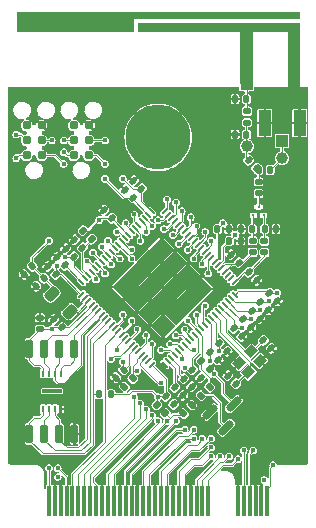
<source format=gbr>
%TF.GenerationSoftware,KiCad,Pcbnew,7.0.1*%
%TF.CreationDate,2023-06-21T14:11:46+02:00*%
%TF.ProjectId,rtl872xd-dev-board,72746c38-3732-4786-942d-6465762d626f,0.1.0*%
%TF.SameCoordinates,Original*%
%TF.FileFunction,Copper,L1,Top*%
%TF.FilePolarity,Positive*%
%FSLAX46Y46*%
G04 Gerber Fmt 4.6, Leading zero omitted, Abs format (unit mm)*
G04 Created by KiCad (PCBNEW 7.0.1) date 2023-06-21 14:11:46*
%MOMM*%
%LPD*%
G01*
G04 APERTURE LIST*
G04 Aperture macros list*
%AMRoundRect*
0 Rectangle with rounded corners*
0 $1 Rounding radius*
0 $2 $3 $4 $5 $6 $7 $8 $9 X,Y pos of 4 corners*
0 Add a 4 corners polygon primitive as box body*
4,1,4,$2,$3,$4,$5,$6,$7,$8,$9,$2,$3,0*
0 Add four circle primitives for the rounded corners*
1,1,$1+$1,$2,$3*
1,1,$1+$1,$4,$5*
1,1,$1+$1,$6,$7*
1,1,$1+$1,$8,$9*
0 Add four rect primitives between the rounded corners*
20,1,$1+$1,$2,$3,$4,$5,0*
20,1,$1+$1,$4,$5,$6,$7,0*
20,1,$1+$1,$6,$7,$8,$9,0*
20,1,$1+$1,$8,$9,$2,$3,0*%
%AMHorizOval*
0 Thick line with rounded ends*
0 $1 width*
0 $2 $3 position (X,Y) of the first rounded end (center of the circle)*
0 $4 $5 position (X,Y) of the second rounded end (center of the circle)*
0 Add line between two ends*
20,1,$1,$2,$3,$4,$5,0*
0 Add two circle primitives to create the rounded ends*
1,1,$1,$2,$3*
1,1,$1,$4,$5*%
%AMRotRect*
0 Rectangle, with rotation*
0 The origin of the aperture is its center*
0 $1 length*
0 $2 width*
0 $3 Rotation angle, in degrees counterclockwise*
0 Add horizontal line*
21,1,$1,$2,0,0,$3*%
G04 Aperture macros list end*
%TA.AperFunction,SMDPad,CuDef*%
%ADD10R,0.350000X2.500000*%
%TD*%
%TA.AperFunction,ComponentPad*%
%ADD11C,5.500000*%
%TD*%
%TA.AperFunction,SMDPad,CuDef*%
%ADD12RoundRect,0.218750X0.424264X0.114905X0.114905X0.424264X-0.424264X-0.114905X-0.114905X-0.424264X0*%
%TD*%
%TA.AperFunction,SMDPad,CuDef*%
%ADD13RoundRect,0.140000X-0.219203X-0.021213X-0.021213X-0.219203X0.219203X0.021213X0.021213X0.219203X0*%
%TD*%
%TA.AperFunction,SMDPad,CuDef*%
%ADD14RoundRect,0.140000X0.219203X0.021213X0.021213X0.219203X-0.219203X-0.021213X-0.021213X-0.219203X0*%
%TD*%
%TA.AperFunction,SMDPad,CuDef*%
%ADD15HorizOval,0.200000X-0.194454X0.194454X0.194454X-0.194454X0*%
%TD*%
%TA.AperFunction,SMDPad,CuDef*%
%ADD16HorizOval,0.200000X0.194454X0.194454X-0.194454X-0.194454X0*%
%TD*%
%TA.AperFunction,SMDPad,CuDef*%
%ADD17RotRect,1.550000X1.482500X135.000000*%
%TD*%
%TA.AperFunction,ConnectorPad*%
%ADD18C,0.787400*%
%TD*%
%TA.AperFunction,SMDPad,CuDef*%
%ADD19RoundRect,0.147500X0.172500X-0.147500X0.172500X0.147500X-0.172500X0.147500X-0.172500X-0.147500X0*%
%TD*%
%TA.AperFunction,SMDPad,CuDef*%
%ADD20RoundRect,0.140000X0.140000X0.170000X-0.140000X0.170000X-0.140000X-0.170000X0.140000X-0.170000X0*%
%TD*%
%TA.AperFunction,SMDPad,CuDef*%
%ADD21C,1.000000*%
%TD*%
%TA.AperFunction,SMDPad,CuDef*%
%ADD22RoundRect,0.140000X0.170000X-0.140000X0.170000X0.140000X-0.170000X0.140000X-0.170000X-0.140000X0*%
%TD*%
%TA.AperFunction,SMDPad,CuDef*%
%ADD23RoundRect,0.140000X-0.140000X-0.170000X0.140000X-0.170000X0.140000X0.170000X-0.140000X0.170000X0*%
%TD*%
%TA.AperFunction,SMDPad,CuDef*%
%ADD24RoundRect,0.150000X0.150000X-0.650000X0.150000X0.650000X-0.150000X0.650000X-0.150000X-0.650000X0*%
%TD*%
%TA.AperFunction,SMDPad,CuDef*%
%ADD25RoundRect,0.135000X0.035355X-0.226274X0.226274X-0.035355X-0.035355X0.226274X-0.226274X0.035355X0*%
%TD*%
%TA.AperFunction,SMDPad,CuDef*%
%ADD26R,1.000000X1.050000*%
%TD*%
%TA.AperFunction,SMDPad,CuDef*%
%ADD27R,1.050000X2.200000*%
%TD*%
%TA.AperFunction,SMDPad,CuDef*%
%ADD28RoundRect,0.140000X-0.021213X0.219203X-0.219203X0.021213X0.021213X-0.219203X0.219203X-0.021213X0*%
%TD*%
%TA.AperFunction,SMDPad,CuDef*%
%ADD29RoundRect,0.140000X0.021213X-0.219203X0.219203X-0.021213X-0.021213X0.219203X-0.219203X0.021213X0*%
%TD*%
%TA.AperFunction,SMDPad,CuDef*%
%ADD30RoundRect,0.150000X-0.309359X-0.521491X0.521491X0.309359X0.309359X0.521491X-0.521491X-0.309359X0*%
%TD*%
%TA.AperFunction,SMDPad,CuDef*%
%ADD31RoundRect,0.135000X-0.035355X0.226274X-0.226274X0.035355X0.035355X-0.226274X0.226274X-0.035355X0*%
%TD*%
%TA.AperFunction,SMDPad,CuDef*%
%ADD32R,0.280000X0.600000*%
%TD*%
%TA.AperFunction,SMDPad,CuDef*%
%ADD33R,1.700000X0.300000*%
%TD*%
%TA.AperFunction,SMDPad,CuDef*%
%ADD34R,0.280000X0.265000*%
%TD*%
%TA.AperFunction,SMDPad,CuDef*%
%ADD35RoundRect,0.135000X-0.226274X-0.035355X-0.035355X-0.226274X0.226274X0.035355X0.035355X0.226274X0*%
%TD*%
%TA.AperFunction,SMDPad,CuDef*%
%ADD36RoundRect,0.135000X0.226274X0.035355X0.035355X0.226274X-0.226274X-0.035355X-0.035355X-0.226274X0*%
%TD*%
%TA.AperFunction,SMDPad,CuDef*%
%ADD37RotRect,0.900000X0.800000X225.000000*%
%TD*%
%TA.AperFunction,SMDPad,CuDef*%
%ADD38RoundRect,0.135000X-0.135000X-0.185000X0.135000X-0.185000X0.135000X0.185000X-0.135000X0.185000X0*%
%TD*%
%TA.AperFunction,ConnectorPad*%
%ADD39R,1.070000X0.500000*%
%TD*%
%TA.AperFunction,ComponentPad*%
%ADD40R,1.070000X1.000000*%
%TD*%
%TA.AperFunction,ViaPad*%
%ADD41C,0.400000*%
%TD*%
%TA.AperFunction,Conductor*%
%ADD42C,0.100000*%
%TD*%
G04 APERTURE END LIST*
%TA.AperFunction,EtchedComponent*%
%TO.C,AE1*%
G36*
X139035000Y-103230000D02*
G01*
X124985000Y-103230000D01*
X124985000Y-104300000D01*
X115035000Y-104300000D01*
X115035000Y-102630000D01*
X139035000Y-102630000D01*
X139035000Y-103230000D01*
G37*
%TD.AperFunction*%
%TA.AperFunction,EtchedComponent*%
G36*
X139035000Y-108500000D02*
G01*
X137965000Y-108500000D01*
X137975000Y-104300000D01*
X135035000Y-104300000D01*
X135035000Y-108750000D01*
X133965000Y-108750000D01*
X133965000Y-104300000D01*
X125285000Y-104300000D01*
X125285000Y-103530000D01*
X139035000Y-103530000D01*
X139035000Y-108500000D01*
G37*
%TD.AperFunction*%
%TD*%
D10*
%TO.P,J2,1,CONFIG_3*%
%TO.N,/PA14*%
X136250000Y-144000000D03*
%TO.P,J2,3,GND*%
%TO.N,GND*%
X135750000Y-144000000D03*
%TO.P,J2,5,GND*%
X135250000Y-144000000D03*
%TO.P,J2,7,USB_D+*%
%TO.N,/USB.D+*%
X134750000Y-144000000D03*
%TO.P,J2,9,USB_D-*%
%TO.N,/USB.D-*%
X134250000Y-144000000D03*
%TO.P,J2,11,GND*%
%TO.N,GND*%
X133750000Y-144000000D03*
%TO.P,J2,21,CONFIG_0*%
%TO.N,/UART_{LOG}.RX*%
X131250000Y-144000000D03*
%TO.P,J2,23,GPIO_11*%
%TO.N,/UART_{LOG}.TX*%
X130750000Y-144000000D03*
%TO.P,J2,25,DPR*%
%TO.N,/PA6*%
X130250000Y-144000000D03*
%TO.P,J2,27,GND*%
%TO.N,GND*%
X129750000Y-144000000D03*
%TO.P,J2,29,PERn1/USB3.0-Rx-/SSIC-RxN*%
%TO.N,/PA1*%
X129250000Y-144000000D03*
%TO.P,J2,31,PERp1/USB3.0-Rx+/SSIC-RxP*%
%TO.N,/PA5*%
X128750000Y-144000000D03*
%TO.P,J2,33,GND*%
%TO.N,GND*%
X128250000Y-144000000D03*
%TO.P,J2,35,PETn1/USB3.0-Tx-/SSIC-TxN*%
%TO.N,/PA4*%
X127750000Y-144000000D03*
%TO.P,J2,37,PETp1/USB3.0-Tx+/SSIC-TxP*%
%TO.N,/PA2*%
X127250000Y-144000000D03*
%TO.P,J2,39,GND*%
%TO.N,GND*%
X126750000Y-144000000D03*
%TO.P,J2,41,PERn0/SATA-B+*%
%TO.N,/PA0*%
X126250000Y-144000000D03*
%TO.P,J2,43,PERp0/SATA-B-*%
%TO.N,/PB31*%
X125750000Y-144000000D03*
%TO.P,J2,45,GND*%
%TO.N,GND*%
X125250000Y-144000000D03*
%TO.P,J2,47,PETn0/SATA-A-*%
%TO.N,/PB29*%
X124750000Y-144000000D03*
%TO.P,J2,49,PETp0/SATA-A+*%
%TO.N,/PB22*%
X124250000Y-144000000D03*
%TO.P,J2,51,GND*%
%TO.N,GND*%
X123750000Y-144000000D03*
%TO.P,J2,53,REFCLKn*%
%TO.N,/PB30*%
X123250000Y-144000000D03*
%TO.P,J2,55,REFCLKp*%
%TO.N,/PB20*%
X122750000Y-144000000D03*
%TO.P,J2,57,GND*%
%TO.N,GND*%
X122250000Y-144000000D03*
%TO.P,J2,59,ANTCTL0*%
%TO.N,/PB28*%
X121750000Y-144000000D03*
%TO.P,J2,61,ANTCTL1*%
%TO.N,/PB18*%
X121250000Y-144000000D03*
%TO.P,J2,63,ANTCTL2*%
%TO.N,/PB21*%
X120750000Y-144000000D03*
%TO.P,J2,65,ANTCTL3*%
%TO.N,/PB23*%
X120250000Y-144000000D03*
%TO.P,J2,67,~{RESET}*%
%TO.N,/PB19*%
X119750000Y-144000000D03*
%TO.P,J2,69,CONFIG_1*%
%TO.N,/PA13*%
X119250000Y-144000000D03*
%TO.P,J2,71,GND*%
%TO.N,GND*%
X118750000Y-144000000D03*
%TO.P,J2,73,GND*%
X118250000Y-144000000D03*
%TO.P,J2,75,CONFIG_2*%
%TO.N,/PA11*%
X117750000Y-144000000D03*
D11*
%TO.P,J2,MOUNTING-HOLE2*%
%TO.N,N/C*%
X127000000Y-113250000D03*
%TD*%
D12*
%TO.P,L4,1,1*%
%TO.N,Net-(U1A-SW_LX)*%
X119501302Y-128001301D03*
%TO.P,L4,2,2*%
%TO.N,VDD*%
X117998700Y-126498699D03*
%TD*%
D13*
%TO.P,C22,1*%
%TO.N,VDD*%
X134910589Y-127910589D03*
%TO.P,C22,2*%
%TO.N,GND*%
X135589411Y-128589411D03*
%TD*%
D14*
%TO.P,C6,1*%
%TO.N,Net-(C5-Pad2)*%
X135339411Y-115839411D03*
%TO.P,C6,2*%
%TO.N,Net-(C6-Pad2)*%
X134660589Y-115160589D03*
%TD*%
D13*
%TO.P,C28,1*%
%TO.N,GND*%
X122410589Y-119410589D03*
%TO.P,C28,2*%
%TO.N,+3.3V*%
X123089411Y-120089411D03*
%TD*%
D14*
%TO.P,C14,1*%
%TO.N,GND*%
X129839411Y-134339411D03*
%TO.P,C14,2*%
%TO.N,Net-(U1A-AUDIO_VREF)*%
X129160589Y-133660589D03*
%TD*%
D15*
%TO.P,U1,1,AUDIO_GND*%
%TO.N,GND*%
X127548008Y-132487705D03*
%TO.P,U1,2,AVCC*%
%TO.N,Net-(U1A-AVCC)*%
X127830850Y-132204862D03*
%TO.P,U1,3,AUDIO_VREF*%
%TO.N,Net-(U1A-AUDIO_VREF)*%
X128113693Y-131922019D03*
%TO.P,U1,4,PA0/MIC_BIAS*%
%TO.N,/PA0*%
X128396536Y-131639177D03*
%TO.P,U1,5,PA4/MIC1_P*%
%TO.N,/PA4*%
X128679379Y-131356334D03*
%TO.P,U1,6,PA2/MIC2_P*%
%TO.N,/PA2*%
X128962221Y-131073491D03*
%TO.P,U1,7,PA1/MIC2_N*%
%TO.N,/PA1*%
X129245064Y-130790648D03*
%TO.P,U1,8,PA5/AUXIN_L*%
%TO.N,/PA5*%
X129527907Y-130507806D03*
%TO.P,U1,9,PA6/AUXIN_R*%
%TO.N,/PA6*%
X129810749Y-130224963D03*
%TO.P,U1,10,VD1833_GPIO*%
%TO.N,+3.3V*%
X130093592Y-129942120D03*
%TO.P,U1,11,CHIP_EN*%
%TO.N,/~{RESET}*%
X130376435Y-129659278D03*
%TO.P,U1,12,PA7/UART_LOG_TXD*%
%TO.N,/UART_{LOG}.TX*%
X130659278Y-129376435D03*
%TO.P,U1,13,PA8/UART_LOG_RXD*%
%TO.N,/UART_{LOG}.RX*%
X130942120Y-129093592D03*
%TO.P,U1,14,VA11_AFE*%
%TO.N,VDD*%
X131224963Y-128810749D03*
%TO.P,U1,15,VA1833_XTAL*%
%TO.N,+3.3V*%
X131507806Y-128527907D03*
%TO.P,U1,16,XO*%
%TO.N,Net-(U1A-XO)*%
X131790648Y-128245064D03*
%TO.P,U1,17,XI*%
%TO.N,Net-(U1A-XI)*%
X132073491Y-127962221D03*
%TO.P,U1,18,VR1833_SYN*%
%TO.N,+3.3V*%
X132356334Y-127679379D03*
%TO.P,U1,19,VR11_SYN*%
%TO.N,VDD*%
X132639177Y-127396536D03*
%TO.P,U1,20,VR11_RF2*%
X132922019Y-127113693D03*
%TO.P,U1,21,VR1833_PAD_A*%
%TO.N,+3.3V*%
X133204862Y-126830850D03*
%TO.P,U1,22,VR1833_PA_A*%
X133487705Y-126548008D03*
D16*
%TO.P,U1,23,RFIO_A*%
%TO.N,/RF/RFIO_A*%
X133487705Y-125451992D03*
%TO.P,U1,24,RXIN_A/GND*%
%TO.N,unconnected-(U1C-RXIN_A{slash}GND-Pad24)*%
X133204862Y-125169150D03*
%TO.P,U1,25,RFGND*%
%TO.N,GND*%
X132922019Y-124886307D03*
%TO.P,U1,26,RFIN_G*%
%TO.N,/RF/RFIO_G*%
X132639177Y-124603464D03*
%TO.P,U1,27,RFOUT_G*%
X132356334Y-124320621D03*
%TO.P,U1,28,VR1833_PA_G*%
%TO.N,+3.3V*%
X132073491Y-124037779D03*
%TO.P,U1,29,VR11_RF1*%
%TO.N,VDD*%
X131790648Y-123754936D03*
%TO.P,U1,30,PA9*%
%TO.N,/PA9*%
X131507806Y-123472093D03*
%TO.P,U1,31,PA10*%
%TO.N,/PA10*%
X131224963Y-123189251D03*
%TO.P,U1,32,PA11*%
%TO.N,/PA11*%
X130942120Y-122906408D03*
%TO.P,U1,33,PA12*%
%TO.N,/PA12*%
X130659278Y-122623565D03*
%TO.P,U1,34,PA13*%
%TO.N,/PA13*%
X130376435Y-122340722D03*
%TO.P,U1,35,PA14*%
%TO.N,/PA14*%
X130093592Y-122057880D03*
%TO.P,U1,36,PA15*%
%TO.N,/PA15*%
X129810749Y-121775037D03*
%TO.P,U1,37,PA16*%
%TO.N,/PA16*%
X129527907Y-121492194D03*
%TO.P,U1,38,PA17*%
%TO.N,/PA17*%
X129245064Y-121209352D03*
%TO.P,U1,39,PA18*%
%TO.N,/PA18*%
X128962221Y-120926509D03*
%TO.P,U1,40,PA19*%
%TO.N,/PA19*%
X128679379Y-120643666D03*
%TO.P,U1,41,PA20*%
%TO.N,/PA20*%
X128396536Y-120360823D03*
%TO.P,U1,42,PA21*%
%TO.N,/PA21*%
X128113693Y-120077981D03*
%TO.P,U1,43,PA22*%
%TO.N,/PA22*%
X127830850Y-119795138D03*
%TO.P,U1,44,PA23*%
%TO.N,/PA23*%
X127548008Y-119512295D03*
D15*
%TO.P,U1,45,VD1833_GPIO*%
%TO.N,+3.3V*%
X126451992Y-119512295D03*
%TO.P,U1,46,VD11_CORE*%
%TO.N,VDD*%
X126169150Y-119795138D03*
%TO.P,U1,47,PA24*%
%TO.N,/PA24*%
X125886307Y-120077981D03*
%TO.P,U1,48,PA27/SWD_DATA*%
%TO.N,/SWD.SWDIO*%
X125603464Y-120360823D03*
%TO.P,U1,49,PA31*%
%TO.N,/PA31*%
X125320621Y-120643666D03*
%TO.P,U1,50,PB0*%
%TO.N,/PB0*%
X125037779Y-120926509D03*
%TO.P,U1,51,PA30/SPS_SEL*%
%TO.N,/PA30*%
X124754936Y-121209352D03*
%TO.P,U1,52,VA1833_USB*%
%TO.N,+3.3V*%
X124472093Y-121492194D03*
%TO.P,U1,53,PA28/RREF*%
%TO.N,/PA28*%
X124189251Y-121775037D03*
%TO.P,U1,54,PA26/HSDP*%
%TO.N,/USB.D+*%
X123906408Y-122057880D03*
%TO.P,U1,55,PA25/HSDM*%
%TO.N,/USB.D-*%
X123623565Y-122340722D03*
%TO.P,U1,56,PB2/ADC_CH5*%
%TO.N,/PB2*%
X123340722Y-122623565D03*
%TO.P,U1,57,PB1/ADC_CH4*%
%TO.N,/PB1*%
X123057880Y-122906408D03*
%TO.P,U1,58,PB3/ADC_CH6/SWD_CLK*%
%TO.N,/PB3*%
X122775037Y-123189251D03*
%TO.P,U1,59,PB4/TOUCH_KEY0*%
%TO.N,/PB4*%
X122492194Y-123472093D03*
%TO.P,U1,60,PB5/TOUCH_KEY1*%
%TO.N,/PB5*%
X122209352Y-123754936D03*
%TO.P,U1,61,PB6/TOUCH_KEY2*%
%TO.N,/PB6*%
X121926509Y-124037779D03*
%TO.P,U1,62,PB7/TOUCH_KEY3*%
%TO.N,/PB7*%
X121643666Y-124320621D03*
%TO.P,U1,63,VBAT_MEAS*%
%TO.N,/VBAT_MEAS*%
X121360823Y-124603464D03*
%TO.P,U1,64,VA1833_PLL*%
%TO.N,/Power & Clock/VA1833_PLL*%
X121077981Y-124886307D03*
%TO.P,U1,65,VA11_PLL*%
%TO.N,VDD*%
X120795138Y-125169150D03*
%TO.P,U1,66,VD18_PSRAM*%
%TO.N,Net-(U1A-VD18_PSRAM)*%
X120512295Y-125451992D03*
D16*
%TO.P,U1,67,VD1833_PMU*%
%TO.N,+3.3V*%
X120512295Y-126548008D03*
%TO.P,U1,68,GNDSPS*%
%TO.N,GND*%
X120795138Y-126830850D03*
%TO.P,U1,69,SW_LX*%
%TO.N,Net-(U1A-SW_LX)*%
X121077981Y-127113693D03*
%TO.P,U1,70,VD1833_SPS/VD1833_FLASH*%
%TO.N,+3.3V*%
X121360823Y-127396536D03*
%TO.P,U1,71,SPI_IO3*%
%TO.N,/Flash/QSPI.IO3*%
X121643666Y-127679379D03*
%TO.P,U1,72,SPI_IO0*%
%TO.N,/Flash/QSPI.IO0*%
X121926509Y-127962221D03*
%TO.P,U1,73,SPI_CLK*%
%TO.N,/Flash/QSPI.CLK*%
X122209352Y-128245064D03*
%TO.P,U1,74,SPI_IO2*%
%TO.N,/Flash/QSPI.IO2*%
X122492194Y-128527907D03*
%TO.P,U1,75,SPI_IO1*%
%TO.N,/Flash/QSPI.IO1*%
X122775037Y-128810749D03*
%TO.P,U1,76,SPI_~{CS}*%
%TO.N,/Flash/QSPI.~{CS}*%
X123057880Y-129093592D03*
%TO.P,U1,77,PB18*%
%TO.N,/PB18*%
X123340722Y-129376435D03*
%TO.P,U1,78,PB19*%
%TO.N,/PB19*%
X123623565Y-129659278D03*
%TO.P,U1,79,PB20*%
%TO.N,/PB20*%
X123906408Y-129942120D03*
%TO.P,U1,80,PB21*%
%TO.N,/PB21*%
X124189251Y-130224963D03*
%TO.P,U1,81,PB22*%
%TO.N,/PB22*%
X124472093Y-130507806D03*
%TO.P,U1,82,PB23*%
%TO.N,/PB23*%
X124754936Y-130790648D03*
%TO.P,U1,83,VD11_CORE*%
%TO.N,VDD*%
X125037779Y-131073491D03*
%TO.P,U1,84,PB29/AOUTP_R*%
%TO.N,/PB29*%
X125320621Y-131356334D03*
%TO.P,U1,85,PB28/AOUTN_R*%
%TO.N,/PB28*%
X125603464Y-131639177D03*
%TO.P,U1,86,PB30/AOUTN_L*%
%TO.N,/PB30*%
X125886307Y-131922019D03*
%TO.P,U1,87,PB31/AOUTP_L*%
%TO.N,/PB31*%
X126169150Y-132204862D03*
%TO.P,U1,88,AVCC_DRIV*%
%TO.N,+3.3V*%
X126451992Y-132487705D03*
D17*
%TO.P,U1,89,GND*%
%TO.N,GND*%
X127442826Y-129198774D03*
X128491111Y-128150488D03*
X129539397Y-127102203D03*
X130587683Y-126053917D03*
X126346810Y-128102759D03*
X127395096Y-127054473D03*
X128443382Y-126006187D03*
X129491668Y-124957901D03*
X125250795Y-127006743D03*
X126299080Y-125958457D03*
X127347366Y-124910172D03*
X128395652Y-123861886D03*
X124154779Y-125910728D03*
X125203065Y-124862442D03*
X126251351Y-123814156D03*
X127299636Y-122765870D03*
%TD*%
D18*
%TO.P,J4,1,VCC*%
%TO.N,+3.3V*%
X117135000Y-114770000D03*
%TO.P,J4,2,SWDIO*%
%TO.N,/UART_{LOG}.TX*%
X115865000Y-114770000D03*
%TO.P,J4,3,~{RESET}*%
%TO.N,/~{RESET}*%
X117135000Y-113500000D03*
%TO.P,J4,4,SWCLK*%
%TO.N,/UART_{LOG}.RX*%
X115865000Y-113500000D03*
%TO.P,J4,5,GND*%
%TO.N,GND*%
X117135000Y-112230000D03*
%TO.P,J4,6,SWO*%
%TO.N,unconnected-(J4-SWO-Pad6)*%
X115865000Y-112230000D03*
%TD*%
D13*
%TO.P,C19,1*%
%TO.N,VDD*%
X131410589Y-131410589D03*
%TO.P,C19,2*%
%TO.N,GND*%
X132089411Y-132089411D03*
%TD*%
D19*
%TO.P,L1,1,1*%
%TO.N,/RF/RFIO_A*%
X136000000Y-122985000D03*
%TO.P,L1,2,2*%
%TO.N,Net-(DP1-H)*%
X136000000Y-122015000D03*
%TD*%
D20*
%TO.P,C7,1*%
%TO.N,Net-(C6-Pad2)*%
X134480000Y-113000000D03*
%TO.P,C7,2*%
%TO.N,GND*%
X133520000Y-113000000D03*
%TD*%
D13*
%TO.P,C31,1*%
%TO.N,GND*%
X118410589Y-123410589D03*
%TO.P,C31,2*%
%TO.N,Net-(U1A-VD18_PSRAM)*%
X119089411Y-124089411D03*
%TD*%
D20*
%TO.P,C8,1*%
%TO.N,Net-(AE1-A)*%
X134480000Y-110000000D03*
%TO.P,C8,2*%
%TO.N,GND*%
X133520000Y-110000000D03*
%TD*%
D18*
%TO.P,J3,1,VCC*%
%TO.N,+3.3V*%
X121135000Y-114770000D03*
%TO.P,J3,2,SWDIO*%
%TO.N,/SWD.SWDIO*%
X119865000Y-114770000D03*
%TO.P,J3,3,~{RESET}*%
%TO.N,/~{RESET}*%
X121135000Y-113500000D03*
%TO.P,J3,4,SWCLK*%
%TO.N,/PB3*%
X119865000Y-113500000D03*
%TO.P,J3,5,GND*%
%TO.N,GND*%
X121135000Y-112230000D03*
%TO.P,J3,6,SWO*%
%TO.N,unconnected-(J3-SWO-Pad6)*%
X119865000Y-112230000D03*
%TD*%
D14*
%TO.P,C24,1*%
%TO.N,GND*%
X137089411Y-127089411D03*
%TO.P,C24,2*%
%TO.N,+3.3V*%
X136410589Y-126410589D03*
%TD*%
D21*
%TO.P,TP1,1,1*%
%TO.N,Net-(J1-In)*%
X137500000Y-115000000D03*
%TD*%
D22*
%TO.P,C5,1*%
%TO.N,Net-(DP1-C)*%
X135500000Y-117980000D03*
%TO.P,C5,2*%
%TO.N,Net-(C5-Pad2)*%
X135500000Y-117020000D03*
%TD*%
D14*
%TO.P,C13,1*%
%TO.N,GND*%
X129089411Y-135089411D03*
%TO.P,C13,2*%
%TO.N,Net-(U1A-AVCC)*%
X128410589Y-134410589D03*
%TD*%
D13*
%TO.P,C21,1*%
%TO.N,VDD*%
X134160589Y-128660589D03*
%TO.P,C21,2*%
%TO.N,GND*%
X134839411Y-129339411D03*
%TD*%
D14*
%TO.P,C17,1*%
%TO.N,GND*%
X130589411Y-133589411D03*
%TO.P,C17,2*%
%TO.N,+3.3V*%
X129910589Y-132910589D03*
%TD*%
D20*
%TO.P,C25,1*%
%TO.N,GND*%
X133980000Y-122000000D03*
%TO.P,C25,2*%
%TO.N,+3.3V*%
X133020000Y-122000000D03*
%TD*%
D13*
%TO.P,C27,1*%
%TO.N,GND*%
X124910589Y-116910589D03*
%TO.P,C27,2*%
%TO.N,+3.3V*%
X125589411Y-117589411D03*
%TD*%
D23*
%TO.P,C26,1*%
%TO.N,VDD*%
X132020000Y-121000000D03*
%TO.P,C26,2*%
%TO.N,GND*%
X132980000Y-121000000D03*
%TD*%
D13*
%TO.P,C2,1*%
%TO.N,/RF/RFIO_A*%
X134660589Y-124660589D03*
%TO.P,C2,2*%
%TO.N,GND*%
X135339411Y-125339411D03*
%TD*%
D24*
%TO.P,U2,1,~{CS}*%
%TO.N,/Flash/QSPI.~{CS}*%
X116095000Y-138350000D03*
%TO.P,U2,2,DO(IO1)*%
%TO.N,/Flash/QSPI.IO1*%
X117365000Y-138350000D03*
%TO.P,U2,3,IO2*%
%TO.N,/Flash/QSPI.IO2*%
X118635000Y-138350000D03*
%TO.P,U2,4,GND*%
%TO.N,GND*%
X119905000Y-138350000D03*
%TO.P,U2,5,DI(IO0)*%
%TO.N,/Flash/QSPI.IO0*%
X119905000Y-131150000D03*
%TO.P,U2,6,CLK*%
%TO.N,/Flash/QSPI.CLK*%
X118635000Y-131150000D03*
%TO.P,U2,7,IO3*%
%TO.N,/Flash/QSPI.IO3*%
X117365000Y-131150000D03*
%TO.P,U2,8,VCC*%
%TO.N,+3.3V*%
X116095000Y-131150000D03*
%TD*%
D25*
%TO.P,R5,1*%
%TO.N,GND*%
X124139376Y-134360624D03*
%TO.P,R5,2*%
%TO.N,/PB28*%
X124860624Y-133639376D03*
%TD*%
D26*
%TO.P,J1,1,In*%
%TO.N,Net-(J1-In)*%
X137500000Y-113550000D03*
D27*
%TO.P,J1,2,Ext*%
%TO.N,GND*%
X136025000Y-112025000D03*
X138975000Y-112025000D03*
%TD*%
D14*
%TO.P,C12,1*%
%TO.N,Net-(U1A-XO)*%
X133589411Y-134089411D03*
%TO.P,C12,2*%
%TO.N,GND*%
X132910589Y-133410589D03*
%TD*%
D25*
%TO.P,R7,1*%
%TO.N,Net-(U4-~{RESET})*%
X130639376Y-135110624D03*
%TO.P,R7,2*%
%TO.N,/~{RESET}*%
X131360624Y-134389376D03*
%TD*%
D28*
%TO.P,C35,1*%
%TO.N,VDD*%
X124089411Y-132910589D03*
%TO.P,C35,2*%
%TO.N,GND*%
X123410589Y-133589411D03*
%TD*%
D29*
%TO.P,C16,1*%
%TO.N,GND*%
X115660589Y-124839411D03*
%TO.P,C16,2*%
%TO.N,VDD*%
X116339411Y-124160589D03*
%TD*%
D20*
%TO.P,C3,1*%
%TO.N,Net-(DP1-L)*%
X134980000Y-121000000D03*
%TO.P,C3,2*%
%TO.N,GND*%
X134020000Y-121000000D03*
%TD*%
D30*
%TO.P,U4,1,GND*%
%TO.N,GND*%
X131415336Y-136491161D03*
%TO.P,U4,2,~{RESET}*%
%TO.N,Net-(U4-~{RESET})*%
X132758839Y-137834664D03*
%TO.P,U4,3,VCC*%
%TO.N,+3.3V*%
X133412913Y-135837087D03*
%TD*%
D31*
%TO.P,R4,1*%
%TO.N,GND*%
X129860624Y-135889376D03*
%TO.P,R4,2*%
%TO.N,/PB30*%
X129139376Y-136610624D03*
%TD*%
D32*
%TO.P,U3,1,~{CS}*%
%TO.N,/Flash/QSPI.~{CS}*%
X117250000Y-136257000D03*
%TO.P,U3,2,DO(IO1)*%
%TO.N,/Flash/QSPI.IO1*%
X117750000Y-136257000D03*
%TO.P,U3,3,IO2*%
%TO.N,/Flash/QSPI.IO2*%
X118250000Y-136257000D03*
%TO.P,U3,4,GND*%
%TO.N,GND*%
X118750000Y-136257000D03*
%TO.P,U3,5,DI(IO0)*%
%TO.N,/Flash/QSPI.IO0*%
X118750000Y-133243000D03*
%TO.P,U3,6,CLK*%
%TO.N,/Flash/QSPI.CLK*%
X118250000Y-133243000D03*
%TO.P,U3,7,IO3*%
%TO.N,/Flash/QSPI.IO3*%
X117750000Y-133243000D03*
%TO.P,U3,8,VCC*%
%TO.N,+3.3V*%
X117250000Y-133243000D03*
D33*
%TO.P,U3,9*%
%TO.N,N/C*%
X118000000Y-134750000D03*
%TD*%
D34*
%TO.P,DP1,1*%
%TO.N,GND*%
X136000000Y-119143000D03*
%TO.P,DP1,2,C*%
%TO.N,Net-(DP1-C)*%
X135500000Y-119143000D03*
%TO.P,DP1,3,GND*%
%TO.N,GND*%
X135000000Y-119143000D03*
%TO.P,DP1,4,L*%
%TO.N,Net-(DP1-L)*%
X135000000Y-119857000D03*
%TO.P,DP1,5,GND*%
%TO.N,GND*%
X135500000Y-119857000D03*
%TO.P,DP1,6,H*%
%TO.N,Net-(DP1-H)*%
X136000000Y-119857000D03*
%TD*%
D13*
%TO.P,C32,1*%
%TO.N,GND*%
X117660589Y-124160589D03*
%TO.P,C32,2*%
%TO.N,+3.3V*%
X118339411Y-124839411D03*
%TD*%
D14*
%TO.P,C18,1*%
%TO.N,GND*%
X134089411Y-130089411D03*
%TO.P,C18,2*%
%TO.N,+3.3V*%
X133410589Y-129410589D03*
%TD*%
%TO.P,C4,1*%
%TO.N,/RF/RFIO_G*%
X133839411Y-123839411D03*
%TO.P,C4,2*%
%TO.N,GND*%
X133160589Y-123160589D03*
%TD*%
D13*
%TO.P,C11,1*%
%TO.N,Net-(U1A-XI)*%
X135910589Y-130410589D03*
%TO.P,C11,2*%
%TO.N,GND*%
X136589411Y-131089411D03*
%TD*%
D14*
%TO.P,C36,1*%
%TO.N,GND*%
X128339411Y-135839411D03*
%TO.P,C36,2*%
%TO.N,+3.3V*%
X127660589Y-135160589D03*
%TD*%
%TO.P,C15,1*%
%TO.N,VDD*%
X124839411Y-118339411D03*
%TO.P,C15,2*%
%TO.N,GND*%
X124160589Y-117660589D03*
%TD*%
D19*
%TO.P,L2,1,1*%
%TO.N,/RF/RFIO_G*%
X135000000Y-122970000D03*
%TO.P,L2,2,2*%
%TO.N,Net-(DP1-L)*%
X135000000Y-122000000D03*
%TD*%
D35*
%TO.P,R6,1*%
%TO.N,+3.3V*%
X120639376Y-121139376D03*
%TO.P,R6,2*%
%TO.N,/Power & Clock/VA1833_PLL*%
X121360624Y-121860624D03*
%TD*%
D23*
%TO.P,C1,1*%
%TO.N,Net-(DP1-H)*%
X136020000Y-121000000D03*
%TO.P,C1,2*%
%TO.N,GND*%
X136980000Y-121000000D03*
%TD*%
D21*
%TO.P,TP2,1,1*%
%TO.N,Net-(C6-Pad2)*%
X134500000Y-114000000D03*
%TD*%
D13*
%TO.P,C29,1*%
%TO.N,GND*%
X119910589Y-121910589D03*
%TO.P,C29,2*%
%TO.N,/Power & Clock/VA1833_PLL*%
X120589411Y-122589411D03*
%TD*%
D36*
%TO.P,R2,1*%
%TO.N,+3.3V*%
X131360624Y-132860624D03*
%TO.P,R2,2*%
%TO.N,/~{RESET}*%
X130639376Y-132139376D03*
%TD*%
D14*
%TO.P,C30,1*%
%TO.N,VDD*%
X119839411Y-123339411D03*
%TO.P,C30,2*%
%TO.N,GND*%
X119160589Y-122660589D03*
%TD*%
%TO.P,C20,1*%
%TO.N,GND*%
X132839411Y-131339411D03*
%TO.P,C20,2*%
%TO.N,+3.3V*%
X132160589Y-130660589D03*
%TD*%
D19*
%TO.P,L3,1,1*%
%TO.N,Net-(C6-Pad2)*%
X134500000Y-111985000D03*
%TO.P,L3,2,2*%
%TO.N,Net-(AE1-A)*%
X134500000Y-111015000D03*
%TD*%
D29*
%TO.P,C33,1*%
%TO.N,GND*%
X116660589Y-125839411D03*
%TO.P,C33,2*%
%TO.N,VDD*%
X117339411Y-125160589D03*
%TD*%
D23*
%TO.P,C9,1*%
%TO.N,Net-(C5-Pad2)*%
X135520000Y-116000000D03*
%TO.P,C9,2*%
%TO.N,Net-(J1-In)*%
X136480000Y-116000000D03*
%TD*%
D22*
%TO.P,C10,1*%
%TO.N,+3.3V*%
X117000000Y-129480000D03*
%TO.P,C10,2*%
%TO.N,GND*%
X117000000Y-128520000D03*
%TD*%
D37*
%TO.P,Y1,1,1*%
%TO.N,Net-(U1A-XI)*%
X134856066Y-131366117D03*
%TO.P,Y1,2,2*%
%TO.N,GND*%
X133866117Y-132356066D03*
%TO.P,Y1,3,3*%
%TO.N,Net-(U1A-XO)*%
X134643934Y-133133883D03*
%TO.P,Y1,4,4*%
%TO.N,GND*%
X135633883Y-132143934D03*
%TD*%
D14*
%TO.P,C23,1*%
%TO.N,GND*%
X136339411Y-127839411D03*
%TO.P,C23,2*%
%TO.N,+3.3V*%
X135660589Y-127160589D03*
%TD*%
D38*
%TO.P,R1,1*%
%TO.N,/Flash/QSPI.~{CS}*%
X121990000Y-135000000D03*
%TO.P,R1,2*%
%TO.N,+3.3V*%
X123010000Y-135000000D03*
%TD*%
D13*
%TO.P,C34,1*%
%TO.N,GND*%
X118160589Y-128660589D03*
%TO.P,C34,2*%
%TO.N,+3.3V*%
X118839411Y-129339411D03*
%TD*%
D39*
%TO.P,AE1,1,A*%
%TO.N,Net-(AE1-A)*%
X134500000Y-109000000D03*
D40*
%TO.P,AE1,2,Shield*%
%TO.N,GND*%
X138500000Y-109000000D03*
%TD*%
D36*
%TO.P,R3,1*%
%TO.N,/PB30*%
X127610624Y-136610624D03*
%TO.P,R3,2*%
%TO.N,+3.3V*%
X126889376Y-135889376D03*
%TD*%
D41*
%TO.N,/PB1*%
X123750000Y-123500000D03*
%TO.N,/PB30*%
X127750000Y-137250000D03*
X127250000Y-134000000D03*
%TO.N,/PB28*%
X125250000Y-133000000D03*
X126500000Y-136750000D03*
%TO.N,/PA0*%
X130000000Y-138750000D03*
X127250000Y-131250000D03*
%TO.N,/PA4*%
X131500000Y-138750000D03*
X129000000Y-132000000D03*
%TO.N,/PA2*%
X128000000Y-130750000D03*
X130750000Y-138750000D03*
%TO.N,/PA1*%
X131500000Y-140250000D03*
X130000000Y-131250000D03*
%TO.N,GND*%
X121000000Y-110000000D03*
X118000000Y-112000000D03*
X117750000Y-121250000D03*
X124250000Y-124250000D03*
X131000000Y-110000000D03*
X126750000Y-142000000D03*
X136000000Y-110000000D03*
X135500000Y-141750000D03*
X137000000Y-110000000D03*
X133500000Y-141500000D03*
X115000000Y-114000000D03*
X122000000Y-110000000D03*
X123750000Y-142000000D03*
X119000000Y-110000000D03*
X132750000Y-132000000D03*
X115000000Y-110000000D03*
X122000000Y-112000000D03*
X138000000Y-110000000D03*
X118000000Y-127750000D03*
X123000000Y-128000000D03*
X118000000Y-110000000D03*
X132000000Y-110000000D03*
X126000000Y-110000000D03*
X123250000Y-116750000D03*
X128250000Y-142000000D03*
X132500000Y-125500000D03*
X124000000Y-110000000D03*
X123500000Y-127500000D03*
X120000000Y-110000000D03*
X139000000Y-110000000D03*
X119250000Y-122000000D03*
X121250000Y-120250000D03*
X133000000Y-126000000D03*
X117000000Y-110000000D03*
X125250000Y-142000000D03*
X129000000Y-110000000D03*
X123000000Y-110000000D03*
X122500000Y-114500000D03*
X129750000Y-142000000D03*
X132000000Y-125000000D03*
X130000000Y-110000000D03*
X133000000Y-110000000D03*
X116000000Y-110000000D03*
X125000000Y-110000000D03*
X127000000Y-110000000D03*
X122000000Y-142250000D03*
X132500000Y-133000000D03*
X128000000Y-110000000D03*
X123500000Y-134250000D03*
%TO.N,/PA5*%
X131500000Y-139500000D03*
X128500000Y-130000000D03*
%TO.N,/PA6*%
X132250000Y-140250000D03*
X129250000Y-129500000D03*
%TO.N,/PA9*%
X131250000Y-124750000D03*
%TO.N,/PA10*%
X130750000Y-124000000D03*
%TO.N,/PA11*%
X131500000Y-122000000D03*
X117750000Y-141250000D03*
%TO.N,/PA12*%
X130000000Y-123500000D03*
%TO.N,/PA13*%
X118500000Y-141250000D03*
X131000000Y-121250000D03*
%TO.N,/PA14*%
X136750000Y-141000000D03*
X129500000Y-122750000D03*
%TO.N,/PA15*%
X130250000Y-120750000D03*
%TO.N,/PA16*%
X128750000Y-122250000D03*
%TO.N,/PA17*%
X129750000Y-120000000D03*
%TO.N,/PA18*%
X128250000Y-121500000D03*
%TO.N,/PA19*%
X129000000Y-119500000D03*
%TO.N,/PA20*%
X127500000Y-121000000D03*
%TO.N,/PA21*%
X128500000Y-118750000D03*
%TO.N,/PA22*%
X127000000Y-120250000D03*
%TO.N,/PA23*%
X127750000Y-118500000D03*
%TO.N,/PA24*%
X126500000Y-120750000D03*
%TO.N,/PA31*%
X125000000Y-119750000D03*
%TO.N,/PB0*%
X125500000Y-122000000D03*
%TO.N,/PA30*%
X124250000Y-120500000D03*
%TO.N,/PA28*%
X123500000Y-121250000D03*
%TO.N,/PB2*%
X122750000Y-122000000D03*
%TO.N,/PB3*%
X119000000Y-113500000D03*
X122250000Y-122500000D03*
%TO.N,/PB4*%
X123000000Y-123979899D03*
%TO.N,/PB5*%
X121500000Y-123000000D03*
%TO.N,/PB6*%
X122500000Y-124750000D03*
%TO.N,/PB7*%
X121000000Y-123750000D03*
%TO.N,/PB18*%
X126000000Y-136250000D03*
X124000000Y-128250000D03*
%TO.N,/PB20*%
X127000000Y-137250000D03*
X124750000Y-128750000D03*
%TO.N,/PB21*%
X123500000Y-131250000D03*
X125500000Y-135750000D03*
%TO.N,/PB22*%
X125250000Y-129500000D03*
X128500000Y-137250000D03*
%TO.N,+3.3V*%
X133500000Y-121500000D03*
X122500000Y-115500000D03*
X124000000Y-116750000D03*
X137100000Y-126400000D03*
X118500000Y-142000000D03*
X136400000Y-127100000D03*
X131750000Y-133250000D03*
X122000000Y-120250000D03*
X132150000Y-131350000D03*
X118400000Y-124150000D03*
X136000000Y-142250000D03*
X119000000Y-115500000D03*
X129250000Y-132750002D03*
X118000000Y-129480000D03*
X134100000Y-129400000D03*
X127000000Y-135250000D03*
%TO.N,/PB23*%
X125000000Y-135250000D03*
X123000000Y-132000000D03*
%TO.N,/PB29*%
X129250000Y-138000000D03*
X126000000Y-130000000D03*
%TO.N,VDD*%
X119100000Y-123400000D03*
X124000000Y-132250000D03*
X117750000Y-122000000D03*
X131400000Y-132150000D03*
X134900000Y-128600000D03*
X132500000Y-120500000D03*
X122500000Y-116750000D03*
X135600000Y-127900000D03*
%TO.N,/PB31*%
X126500000Y-130750000D03*
X130000000Y-138000000D03*
%TO.N,/VBAT_MEAS*%
X121750000Y-125250000D03*
%TO.N,/USB.D-*%
X124750000Y-123500000D03*
X134250000Y-139750000D03*
%TO.N,/USB.D+*%
X124750000Y-122750000D03*
X135050000Y-139750000D03*
%TO.N,/~{RESET}*%
X129500000Y-128750000D03*
X122500000Y-113500000D03*
X118000000Y-113500000D03*
%TO.N,/SWD.SWDIO*%
X119000000Y-114500000D03*
X126000000Y-121250000D03*
%TO.N,/UART_{LOG}.TX*%
X130250000Y-128250000D03*
X115000000Y-115000000D03*
X133000000Y-140250000D03*
%TO.N,/UART_{LOG}.RX*%
X133750000Y-140500000D03*
X115000000Y-113000000D03*
X131000000Y-127500000D03*
%TD*%
D42*
%TO.N,Net-(U1A-AVCC)*%
X127830850Y-132204862D02*
X128410589Y-132784600D01*
X128410589Y-132784600D02*
X128410590Y-134410589D01*
%TO.N,Net-(U1A-AUDIO_VREF)*%
X128113693Y-131922019D02*
X128720837Y-132529163D01*
X128750000Y-132558326D02*
X128720837Y-132529163D01*
X129160589Y-133660589D02*
X128750000Y-133250000D01*
X128750000Y-133250000D02*
X128750000Y-132558326D01*
%TO.N,/PB1*%
X123750000Y-123500000D02*
X123651472Y-123500000D01*
X123651472Y-123500000D02*
X123057880Y-122906408D01*
%TO.N,/PB30*%
X128250000Y-136750000D02*
X129000000Y-136750000D01*
X129000000Y-136750000D02*
X129139376Y-136610624D01*
X128000000Y-137000000D02*
X128250000Y-136750000D01*
X123250000Y-141750000D02*
X127750000Y-137250000D01*
X125500000Y-132308326D02*
X125500000Y-132500000D01*
X127000000Y-134000000D02*
X127250000Y-134000000D01*
X123250000Y-144000000D02*
X123250000Y-141750000D01*
X127610624Y-136610624D02*
X128000000Y-137000000D01*
X127750000Y-137250000D02*
X128000000Y-137000000D01*
X125886307Y-131922019D02*
X125500000Y-132308326D01*
X125500000Y-132500000D02*
X127000000Y-134000000D01*
%TO.N,/PB28*%
X124860624Y-132639376D02*
X124860624Y-132750000D01*
X121500000Y-142400000D02*
X121500000Y-142000000D01*
X126250000Y-137250000D02*
X126500000Y-137000000D01*
X126500000Y-137000000D02*
X126500000Y-136750000D01*
X125603464Y-131639177D02*
X125250000Y-131992641D01*
X124860624Y-132750000D02*
X124860624Y-133639376D01*
X124860624Y-132750000D02*
X124860624Y-133000000D01*
X125250000Y-132250000D02*
X124860624Y-132639376D01*
X121750000Y-142650000D02*
X121500000Y-142400000D01*
X121750000Y-144000000D02*
X121750000Y-142650000D01*
X121500000Y-142000000D02*
X126250000Y-137250000D01*
X124860624Y-133000000D02*
X125250000Y-133000000D01*
X125250000Y-131992641D02*
X125250000Y-132250000D01*
%TO.N,/PA0*%
X126250000Y-141750000D02*
X129250000Y-138750000D01*
X128007359Y-131250000D02*
X128396536Y-131639177D01*
X126250000Y-144000000D02*
X126250000Y-141750000D01*
X129250000Y-138750000D02*
X130000000Y-138750000D01*
X127250000Y-131250000D02*
X128007359Y-131250000D01*
%TO.N,/PA4*%
X127750000Y-144000000D02*
X127750000Y-141750000D01*
X129000000Y-132000000D02*
X129000000Y-131676955D01*
X130500000Y-139750000D02*
X131500000Y-138750000D01*
X129750000Y-139750000D02*
X130500000Y-139750000D01*
X127750000Y-141750000D02*
X129750000Y-139750000D01*
X129000000Y-131676955D02*
X128679379Y-131356334D01*
%TO.N,/Power & Clock/VA1833_PLL*%
X120589411Y-124397737D02*
X121077981Y-124886307D01*
X120589411Y-122589410D02*
X120589411Y-124397737D01*
X120631837Y-122589411D02*
X120589411Y-122589410D01*
X121360624Y-121860624D02*
X120631837Y-122589411D01*
%TO.N,/PA2*%
X127250000Y-144000000D02*
X127250000Y-141500000D01*
X128638730Y-130750000D02*
X128962221Y-131073491D01*
X128000000Y-130750000D02*
X128638730Y-130750000D01*
X130250000Y-139250000D02*
X130750000Y-138750000D01*
X127250000Y-141500000D02*
X129500000Y-139250000D01*
X129500000Y-139250000D02*
X130250000Y-139250000D01*
%TO.N,/PA1*%
X129250000Y-144000000D02*
X129250000Y-141750000D01*
X130000000Y-131250000D02*
X129704416Y-131250000D01*
X130750000Y-141000000D02*
X131500000Y-140250000D01*
X129250000Y-141750000D02*
X130000000Y-141000000D01*
X130000000Y-141000000D02*
X130750000Y-141000000D01*
X129704416Y-131250000D02*
X129245064Y-130790648D01*
%TO.N,GND*%
X132500000Y-125308326D02*
X132500000Y-125500000D01*
X132922019Y-124886307D02*
X132500000Y-125308326D01*
X120795138Y-126830850D02*
X121375988Y-126250000D01*
X135750000Y-142750000D02*
X135250000Y-142250000D01*
X135750000Y-144000000D02*
X135750000Y-142750000D01*
X120795138Y-126830850D02*
X120250000Y-127375988D01*
%TO.N,/PA5*%
X130500000Y-140500000D02*
X131500000Y-139500000D01*
X128750000Y-144000000D02*
X128750000Y-141500000D01*
X128500000Y-130000000D02*
X129020101Y-130000000D01*
X129020101Y-130000000D02*
X129527907Y-130507806D01*
X128750000Y-141500000D02*
X129750000Y-140500000D01*
X129750000Y-140500000D02*
X130500000Y-140500000D01*
%TO.N,/PA6*%
X129250000Y-129500000D02*
X129250000Y-129664214D01*
X130250000Y-144000000D02*
X130250000Y-142250000D01*
X130250000Y-142250000D02*
X132250000Y-140250000D01*
X129250000Y-129664214D02*
X129810749Y-130224963D01*
%TO.N,/PA9*%
X131250000Y-123729899D02*
X131507806Y-123472093D01*
X131250000Y-124750000D02*
X131250000Y-123729899D01*
%TO.N,/PA10*%
X130750000Y-123664214D02*
X131224963Y-123189251D01*
X130750000Y-124000000D02*
X130750000Y-123664214D01*
%TO.N,/PA11*%
X117750000Y-144000000D02*
X117750000Y-141250000D01*
X131500000Y-122348528D02*
X130942120Y-122906408D01*
X131500000Y-122000000D02*
X131500000Y-122348528D01*
%TO.N,/PA12*%
X130000000Y-123500000D02*
X130000000Y-123282843D01*
X130000000Y-123282843D02*
X130659278Y-122623565D01*
%TO.N,/PA13*%
X131000000Y-121250000D02*
X131000000Y-121717157D01*
X131000000Y-121717157D02*
X130376435Y-122340722D01*
X118500000Y-141250000D02*
X119250000Y-142000000D01*
X119250000Y-142000000D02*
X119250000Y-144000000D01*
%TO.N,/PA14*%
X136250000Y-144000000D02*
X136250000Y-143000000D01*
X136500000Y-141250000D02*
X136750000Y-141000000D01*
X129500000Y-122651472D02*
X130093592Y-122057880D01*
X136250000Y-143000000D02*
X136500000Y-142750000D01*
X136500000Y-142750000D02*
X136500000Y-141250000D01*
X129500000Y-122750000D02*
X129500000Y-122651472D01*
%TO.N,/PA15*%
X130250000Y-120750000D02*
X130250000Y-121335786D01*
X130250000Y-121335786D02*
X129810749Y-121775037D01*
%TO.N,/PA16*%
X128770101Y-122250000D02*
X128750000Y-122250000D01*
X129527907Y-121492194D02*
X128770101Y-122250000D01*
%TO.N,/PA17*%
X129750000Y-120704416D02*
X129245064Y-121209352D01*
X129750000Y-120000000D02*
X129750000Y-120704416D01*
%TO.N,/PA18*%
X128250000Y-121500000D02*
X128388730Y-121500000D01*
X128388730Y-121500000D02*
X128962221Y-120926509D01*
%TO.N,/PA19*%
X129000000Y-120323045D02*
X128679379Y-120643666D01*
X129000000Y-119500000D02*
X129000000Y-120323045D01*
%TO.N,/PA20*%
X128389177Y-120360823D02*
X128396536Y-120360823D01*
X127750000Y-121000000D02*
X128389177Y-120360823D01*
X127750000Y-121000000D02*
X127500000Y-121000000D01*
%TO.N,/PA21*%
X128500000Y-118750000D02*
X128500000Y-119691674D01*
X128500000Y-119691674D02*
X128113693Y-120077981D01*
%TO.N,/PA22*%
X127375988Y-120250000D02*
X127830850Y-119795138D01*
X127000000Y-120250000D02*
X127375988Y-120250000D01*
%TO.N,/PA23*%
X127750000Y-118500000D02*
X127750000Y-119310303D01*
X127750000Y-119310303D02*
X127548008Y-119512295D01*
%TO.N,/PA24*%
X125886307Y-120077981D02*
X126500000Y-120691674D01*
X126500000Y-120691674D02*
X126500000Y-120750000D01*
%TO.N,/PA31*%
X125000000Y-119750000D02*
X125000000Y-120323045D01*
X125000000Y-120323045D02*
X125320621Y-120643666D01*
%TO.N,/PB0*%
X125500000Y-122000000D02*
X125500000Y-121388730D01*
X125500000Y-121388730D02*
X125037779Y-120926509D01*
%TO.N,/PA30*%
X124250000Y-120704416D02*
X124754936Y-121209352D01*
X124250000Y-120500000D02*
X124250000Y-120704416D01*
%TO.N,/PA28*%
X124189251Y-121775037D02*
X123664214Y-121250000D01*
X123664214Y-121250000D02*
X123500000Y-121250000D01*
%TO.N,/PB2*%
X122750000Y-122032843D02*
X123340722Y-122623565D01*
X122750000Y-122000000D02*
X122750000Y-122032843D01*
%TO.N,/PB3*%
X119865000Y-113500000D02*
X119000000Y-113500000D01*
X122250000Y-122664214D02*
X122775037Y-123189251D01*
X122250000Y-122500000D02*
X122250000Y-122664214D01*
%TO.N,Net-(U1A-VD18_PSRAM)*%
X119089410Y-124089411D02*
X119149714Y-124089411D01*
X119149714Y-124089411D02*
X120512295Y-125451992D01*
%TO.N,/PB4*%
X123000000Y-123979899D02*
X122492194Y-123472093D01*
%TO.N,/PB5*%
X121500000Y-123000000D02*
X121500000Y-123045584D01*
X121500000Y-123045584D02*
X122209352Y-123754936D01*
%TO.N,/PB6*%
X122500000Y-124611270D02*
X121926509Y-124037779D01*
X122500000Y-124750000D02*
X122500000Y-124611270D01*
%TO.N,/PB7*%
X121000000Y-123750000D02*
X121073045Y-123750000D01*
X121073045Y-123750000D02*
X121643666Y-124320621D01*
%TO.N,/PB18*%
X121250000Y-144000000D02*
X121250000Y-141750000D01*
X124000000Y-128717157D02*
X123340722Y-129376435D01*
X121250000Y-141750000D02*
X126000000Y-137000000D01*
X126000000Y-137000000D02*
X126000000Y-136250000D01*
X124000000Y-128250000D02*
X124000000Y-128717157D01*
%TO.N,/PB19*%
X122500000Y-130782843D02*
X123623565Y-129659278D01*
X122500000Y-132750000D02*
X122500000Y-139000000D01*
X119750000Y-141750000D02*
X119750000Y-144000000D01*
X122500000Y-139000000D02*
X119750000Y-141750000D01*
X122500000Y-132750000D02*
X122500000Y-130782843D01*
%TO.N,/PB20*%
X122750000Y-141707105D02*
X127000000Y-137457105D01*
X122750000Y-144000000D02*
X122750000Y-141707105D01*
X124750000Y-128750000D02*
X124750000Y-129098528D01*
X124750000Y-129098528D02*
X123906408Y-129942120D01*
X127000000Y-137457105D02*
X127000000Y-137250000D01*
%TO.N,/PB21*%
X123500000Y-130914214D02*
X124189251Y-130224963D01*
X120750000Y-141750000D02*
X125500000Y-137000000D01*
X125500000Y-137000000D02*
X125500000Y-135750000D01*
X120750000Y-144000000D02*
X120750000Y-141750000D01*
X123500000Y-131250000D02*
X123500000Y-130914214D01*
%TO.N,/PB22*%
X125250000Y-129500000D02*
X125250000Y-129729899D01*
X124250000Y-144000000D02*
X124250000Y-141500000D01*
X125250000Y-129729899D02*
X124472093Y-130507806D01*
X124250000Y-141500000D02*
X128500000Y-137250000D01*
%TO.N,Net-(DP1-C)*%
X135500000Y-119143000D02*
X135500000Y-117980000D01*
%TO.N,Net-(DP1-L)*%
X135000000Y-122000000D02*
X135000000Y-119857000D01*
%TO.N,Net-(DP1-H)*%
X136000000Y-122015000D02*
X136000000Y-119857000D01*
%TO.N,/RF/RFIO_A*%
X134660589Y-124660589D02*
X136000000Y-123321178D01*
X136000000Y-123321178D02*
X136000000Y-122985000D01*
X134279108Y-124660589D02*
X134660589Y-124660589D01*
X133487705Y-125451992D02*
X134279108Y-124660589D01*
%TO.N,/RF/RFIO_G*%
X134130589Y-123839411D02*
X135000000Y-122970000D01*
X132356334Y-124320621D02*
X132676955Y-124000000D01*
X133500000Y-124000000D02*
X133678822Y-124000000D01*
X133839411Y-123839411D02*
X134130589Y-123839411D01*
X133242641Y-124000000D02*
X133500000Y-124000000D01*
X132639177Y-124603464D02*
X133242641Y-124000000D01*
X133678822Y-124000000D02*
X133839411Y-123839411D01*
X132676955Y-124000000D02*
X133500000Y-124000000D01*
%TO.N,Net-(C5-Pad2)*%
X135500000Y-116000000D02*
X135339411Y-115839411D01*
X135500000Y-117020000D02*
X135500000Y-116000000D01*
%TO.N,Net-(C6-Pad2)*%
X134660589Y-115160589D02*
X134480000Y-114980000D01*
X134480000Y-113000000D02*
X134480000Y-112005000D01*
X134480000Y-112005000D02*
X134500000Y-111985000D01*
X134480000Y-114980000D02*
X134480000Y-113000000D01*
%TO.N,Net-(J1-In)*%
X136480000Y-116000000D02*
X137500000Y-114980000D01*
X137500000Y-114980000D02*
X137500000Y-113550000D01*
%TO.N,+3.3V*%
X136410589Y-126410589D02*
X137089411Y-126410589D01*
X118140589Y-129339411D02*
X118000000Y-129480000D01*
X135660589Y-127160589D02*
X136339411Y-127160589D01*
X118339411Y-124839411D02*
X118803698Y-124839411D01*
X131507806Y-128527907D02*
X131910589Y-128930690D01*
X127089411Y-135160589D02*
X127000000Y-135250000D01*
X117250000Y-133243000D02*
X117250000Y-132750000D01*
X136410589Y-126410589D02*
X136250000Y-126250000D01*
X134089411Y-129410589D02*
X133410589Y-129410589D01*
X124839411Y-117589411D02*
X124000000Y-116750000D01*
X118339411Y-124210589D02*
X118400000Y-124150000D01*
X130093592Y-129942120D02*
X130410589Y-130259117D01*
X135660589Y-127160589D02*
X133534601Y-127160589D01*
X126451992Y-119512295D02*
X125589411Y-118649714D01*
X122160589Y-120089411D02*
X122000000Y-120250000D01*
X132500000Y-134000000D02*
X132500000Y-134924174D01*
X132500000Y-134924174D02*
X133412913Y-135837087D01*
X134100000Y-129400000D02*
X134089411Y-129410589D01*
X131360624Y-132860624D02*
X131750000Y-133250000D01*
X129910589Y-132910589D02*
X129410587Y-132910589D01*
X124472093Y-121492194D02*
X124472093Y-121482144D01*
X127660589Y-133696302D02*
X127660589Y-135160590D01*
X117000000Y-129480000D02*
X118000000Y-129480000D01*
X131910589Y-128930690D02*
X131910589Y-130410589D01*
X121360823Y-127396536D02*
X119417948Y-129339411D01*
X136339411Y-127160589D02*
X136400000Y-127100000D01*
X125589411Y-118649714D02*
X125589410Y-117589411D01*
X127000000Y-135250000D02*
X126500000Y-134750000D01*
X133020000Y-122000000D02*
X133020000Y-121980000D01*
X137089411Y-126410589D02*
X137100000Y-126400000D01*
X136250000Y-126250000D02*
X133785713Y-126250000D01*
X132500000Y-122520000D02*
X133020000Y-122000000D01*
X117135000Y-114770000D02*
X118270000Y-114770000D01*
X126889376Y-135889376D02*
X126889376Y-135360624D01*
X130410589Y-130259117D02*
X130410589Y-131428822D01*
X123089411Y-120099462D02*
X123089411Y-120089410D01*
X117250000Y-132750000D02*
X117000000Y-132500000D01*
X129910589Y-131928822D02*
X129910589Y-132910589D01*
X117000000Y-132500000D02*
X116500000Y-132500000D01*
X133534601Y-127160589D02*
X133204862Y-126830850D01*
X130410589Y-131428822D02*
X129910589Y-131928822D01*
X124500000Y-135000000D02*
X123010000Y-135000000D01*
X133020000Y-121980000D02*
X133500000Y-121500000D01*
X123089411Y-120089411D02*
X122160589Y-120089411D01*
X133785713Y-126250000D02*
X133487705Y-126548008D01*
X132073491Y-124037779D02*
X132500000Y-123611270D01*
X126889376Y-135360624D02*
X127000000Y-135250000D01*
X132500000Y-123611270D02*
X132500000Y-122520000D01*
X116095000Y-130385000D02*
X117000000Y-129480000D01*
X118839411Y-129339411D02*
X118140589Y-129339411D01*
X132160589Y-131339411D02*
X132150000Y-131350000D01*
X131750000Y-133250000D02*
X132500000Y-134000000D01*
X121770000Y-114770000D02*
X122500000Y-115500000D01*
X118270000Y-114770000D02*
X119000000Y-115500000D01*
X116095000Y-131150000D02*
X116095000Y-130385000D01*
X120639376Y-121139376D02*
X121110624Y-121139376D01*
X124472093Y-121482144D02*
X123089411Y-120099462D01*
X116095000Y-132095000D02*
X116095000Y-131150000D01*
X129410587Y-132910589D02*
X129250000Y-132750002D01*
X127660589Y-135160589D02*
X127089411Y-135160589D01*
X132160589Y-130660589D02*
X132160589Y-131339411D01*
X133410589Y-129410590D02*
X133410589Y-128733634D01*
X116500000Y-132500000D02*
X116095000Y-132095000D01*
X131910589Y-130410589D02*
X132160589Y-130660590D01*
X121110624Y-121139376D02*
X122000000Y-120250000D01*
X126451992Y-132487705D02*
X127660589Y-133696302D01*
X119417948Y-129339411D02*
X118839411Y-129339411D01*
X126500000Y-134750000D02*
X124750000Y-134750000D01*
X124750000Y-134750000D02*
X124500000Y-135000000D01*
X118803698Y-124839411D02*
X120512295Y-126548008D01*
X125589411Y-117589411D02*
X124839411Y-117589411D01*
X133410589Y-128733634D02*
X132356334Y-127679379D01*
X118339411Y-124839411D02*
X118339411Y-124210589D01*
X121135000Y-114770000D02*
X121770000Y-114770000D01*
%TO.N,Net-(U1A-XI)*%
X132750000Y-128638730D02*
X132750000Y-129749999D01*
X134366117Y-131366117D02*
X134856066Y-131366117D01*
X134955061Y-131366117D02*
X134856066Y-131366117D01*
X135910589Y-130410588D02*
X134955061Y-131366117D01*
X132073491Y-127962221D02*
X132750000Y-128638730D01*
X132750000Y-129749999D02*
X134366117Y-131366117D01*
%TO.N,Net-(U1A-XO)*%
X132250000Y-129750000D02*
X134750000Y-132250000D01*
X134750000Y-132250000D02*
X134750000Y-133027818D01*
X134643935Y-133133883D02*
X134544939Y-133133884D01*
X134544939Y-133133884D02*
X133589411Y-134089411D01*
X131790648Y-128245064D02*
X132250000Y-128704415D01*
X134750000Y-133027818D02*
X134643935Y-133133883D01*
X132250000Y-128704415D02*
X132250000Y-129750000D01*
%TO.N,Net-(U1A-SW_LX)*%
X120190373Y-128001301D02*
X121077981Y-127113693D01*
X119501302Y-128001301D02*
X120190373Y-128001301D01*
%TO.N,/PB23*%
X120250000Y-141750000D02*
X125000000Y-137000000D01*
X124754936Y-130790648D02*
X123795584Y-131750000D01*
X123250000Y-131750000D02*
X123000000Y-132000000D01*
X123795584Y-131750000D02*
X123250000Y-131750000D01*
X120250000Y-144000000D02*
X120250000Y-141750000D01*
X125000000Y-137000000D02*
X125000000Y-135250000D01*
%TO.N,/PB29*%
X124750000Y-141750000D02*
X128500000Y-138000000D01*
X126000000Y-130676955D02*
X125320621Y-131356334D01*
X126000000Y-130000000D02*
X126000000Y-130676955D01*
X124750000Y-144000000D02*
X124750000Y-141750000D01*
X128500000Y-138000000D02*
X129250000Y-138000000D01*
%TO.N,VDD*%
X134910590Y-127910589D02*
X133718915Y-127910589D01*
X119839411Y-124213423D02*
X120795138Y-125169150D01*
X124839411Y-118339411D02*
X124089411Y-118339411D01*
X131410589Y-131410589D02*
X131410589Y-132139411D01*
X119839411Y-123339411D02*
X119160589Y-123339411D01*
X133903230Y-128660589D02*
X132639177Y-127396536D01*
X134910589Y-127910589D02*
X135589411Y-127910589D01*
X116339411Y-124160589D02*
X116339411Y-123410589D01*
X132020000Y-121000000D02*
X132020000Y-120980000D01*
X131224963Y-128810749D02*
X131500000Y-129085786D01*
X135589411Y-127910589D02*
X135600000Y-127900000D01*
X131790648Y-123754936D02*
X132030860Y-123514724D01*
X119160589Y-123339411D02*
X119100000Y-123400000D01*
X124000000Y-132821178D02*
X124000000Y-132250000D01*
X132020000Y-120980000D02*
X132500000Y-120500000D01*
X125037779Y-131073491D02*
X124500000Y-131611270D01*
X124839410Y-118465399D02*
X124839410Y-118339411D01*
X124500000Y-132500000D02*
X124089411Y-132910589D01*
X134839411Y-128660589D02*
X134900000Y-128600000D01*
X133718915Y-127910589D02*
X132922019Y-127113693D01*
X131500000Y-131321179D02*
X131410589Y-131410589D01*
X131410589Y-132139411D02*
X131400000Y-132150000D01*
X134160590Y-128660589D02*
X133903230Y-128660589D01*
X132030860Y-123514724D02*
X132030860Y-121010860D01*
X124089411Y-132910589D02*
X124000000Y-132821178D01*
X134160589Y-128660589D02*
X134839411Y-128660589D01*
X124089411Y-118339411D02*
X122500000Y-116750000D01*
X131500000Y-129085786D02*
X131500000Y-131321179D01*
X117998700Y-126498699D02*
X117998700Y-125819878D01*
X124500000Y-131611270D02*
X124500000Y-132500000D01*
X117998700Y-125819878D02*
X117339411Y-125160589D01*
X116339411Y-123410589D02*
X117750000Y-122000000D01*
X132030860Y-121010860D02*
X132020000Y-121000000D01*
X126169150Y-119795138D02*
X124839410Y-118465399D01*
X119839410Y-123339411D02*
X119839411Y-124213423D01*
X117339411Y-125160589D02*
X116339411Y-124160589D01*
%TO.N,/Flash/QSPI.~{CS}*%
X116507000Y-137000000D02*
X116095000Y-137412000D01*
X121500000Y-135000000D02*
X121500000Y-135500000D01*
X120750000Y-140000000D02*
X117250000Y-140000000D01*
X121500000Y-135500000D02*
X121500000Y-139250000D01*
X116095000Y-138845000D02*
X116095000Y-138350000D01*
X116095000Y-137412000D02*
X116095000Y-138350000D01*
X121990000Y-135000000D02*
X121500000Y-135000000D01*
X121500000Y-130651472D02*
X121500000Y-135500000D01*
X121500000Y-139250000D02*
X120750000Y-140000000D01*
X117000000Y-137000000D02*
X116507000Y-137000000D01*
X123057880Y-129093592D02*
X121500000Y-130651472D01*
X117250000Y-136750000D02*
X117000000Y-137000000D01*
X117250000Y-136257000D02*
X117250000Y-136750000D01*
X117250000Y-140000000D02*
X116095000Y-138845000D01*
%TO.N,/Flash/QSPI.IO3*%
X117365000Y-132365000D02*
X117365000Y-131150000D01*
X119323045Y-130000000D02*
X121643666Y-127679379D01*
X117750000Y-132750000D02*
X117365000Y-132365000D01*
X117750000Y-133243000D02*
X117750000Y-132750000D01*
X117365000Y-130635000D02*
X118000000Y-130000000D01*
X118000000Y-130000000D02*
X119323045Y-130000000D01*
X117365000Y-131150000D02*
X117365000Y-130635000D01*
%TO.N,/Flash/QSPI.IO0*%
X119905000Y-129983730D02*
X121926509Y-127962221D01*
X118750000Y-133243000D02*
X118750000Y-132750000D01*
X119905000Y-132095000D02*
X119905000Y-131150000D01*
X119500000Y-132500000D02*
X119905000Y-132095000D01*
X119000000Y-132500000D02*
X119500000Y-132500000D01*
X118750000Y-132750000D02*
X119000000Y-132500000D01*
X119905000Y-131150000D02*
X119905000Y-129983730D01*
%TO.N,/Flash/QSPI.CLK*%
X120500000Y-129954416D02*
X120500000Y-132500000D01*
X118500000Y-134000000D02*
X118250000Y-133750000D01*
X118250000Y-133243000D02*
X118250000Y-132750000D01*
X118635000Y-132365000D02*
X118635000Y-131150000D01*
X118250000Y-133750000D02*
X118250000Y-133243000D01*
X122209352Y-128245064D02*
X120500000Y-129954416D01*
X119000000Y-134000000D02*
X118500000Y-134000000D01*
X120500000Y-132500000D02*
X119000000Y-134000000D01*
X118250000Y-132750000D02*
X118635000Y-132365000D01*
%TO.N,/Flash/QSPI.IO2*%
X119250000Y-139500000D02*
X118635000Y-138885000D01*
X118635000Y-138885000D02*
X118635000Y-138350000D01*
X121000000Y-130020101D02*
X121000000Y-138750000D01*
X122492194Y-128527907D02*
X121000000Y-130020101D01*
X118250000Y-136257000D02*
X118250000Y-136750000D01*
X118635000Y-137135000D02*
X118635000Y-138350000D01*
X121000000Y-138750000D02*
X120250000Y-139500000D01*
X118250000Y-136750000D02*
X118635000Y-137135000D01*
X120250000Y-139500000D02*
X119250000Y-139500000D01*
%TO.N,/Flash/QSPI.IO1*%
X117365000Y-138865000D02*
X118250000Y-139750000D01*
X117365000Y-138350000D02*
X117365000Y-138865000D01*
X121250000Y-139000000D02*
X121250000Y-130335786D01*
X117365000Y-138350000D02*
X117365000Y-137135000D01*
X120500000Y-139750000D02*
X121250000Y-139000000D01*
X121250000Y-130335786D02*
X122775037Y-128810749D01*
X117750000Y-136750000D02*
X117750000Y-136257000D01*
X117365000Y-137135000D02*
X117750000Y-136750000D01*
X118250000Y-139750000D02*
X120500000Y-139750000D01*
%TO.N,Net-(U4-~{RESET})*%
X130639376Y-135110624D02*
X131610624Y-135110624D01*
X132250000Y-135750000D02*
X132250000Y-137325825D01*
X132250000Y-137325825D02*
X132758839Y-137834664D01*
X131610624Y-135110624D02*
X132250000Y-135750000D01*
%TO.N,/PB31*%
X128750000Y-138500000D02*
X129500000Y-138500000D01*
X125750000Y-141500000D02*
X128750000Y-138500000D01*
X126500000Y-131874012D02*
X126169150Y-132204862D01*
X125750000Y-144000000D02*
X125750000Y-141500000D01*
X129500000Y-138500000D02*
X130000000Y-138000000D01*
X126500000Y-130750000D02*
X126500000Y-131874012D01*
%TO.N,/VBAT_MEAS*%
X121750000Y-125250000D02*
X121750000Y-124992641D01*
X121750000Y-124992641D02*
X121360823Y-124603464D01*
%TO.N,Net-(AE1-A)*%
X134500000Y-111015000D02*
X134500000Y-109000000D01*
%TO.N,/USB.D-*%
X123623565Y-122340722D02*
X124750000Y-123467157D01*
X124750000Y-123467157D02*
X124750000Y-123500000D01*
X134250000Y-139750000D02*
X134250000Y-144000000D01*
%TO.N,/USB.D+*%
X124598528Y-122750000D02*
X123906408Y-122057880D01*
X134750000Y-140050000D02*
X135050000Y-139750000D01*
X124750000Y-122750000D02*
X124598528Y-122750000D01*
X134750000Y-144000000D02*
X134750000Y-140050000D01*
%TO.N,/~{RESET}*%
X129500000Y-128782843D02*
X129500000Y-128750000D01*
X121135000Y-113500000D02*
X122500000Y-113500000D01*
X130639376Y-132139376D02*
X130639376Y-132889376D01*
X130750000Y-130032843D02*
X130376435Y-129659278D01*
X117135000Y-113500000D02*
X118000000Y-113500000D01*
X130750000Y-132028752D02*
X130750000Y-130032843D01*
X130639376Y-132139376D02*
X130750000Y-132028752D01*
X131360624Y-133610624D02*
X131360624Y-134389376D01*
X130639376Y-132889376D02*
X131360624Y-133610624D01*
X130376435Y-129659278D02*
X129500000Y-128782843D01*
%TO.N,/SWD.SWDIO*%
X119270000Y-114770000D02*
X119000000Y-114500000D01*
X126000000Y-121250000D02*
X126000000Y-120757359D01*
X126000000Y-120757359D02*
X125603464Y-120360823D01*
X119865000Y-114770000D02*
X119270000Y-114770000D01*
%TO.N,/UART_{LOG}.TX*%
X130750000Y-144000000D02*
X130750000Y-142250000D01*
X130250000Y-128967157D02*
X130250000Y-128250000D01*
X115230000Y-114770000D02*
X115000000Y-115000000D01*
X130750000Y-142250000D02*
X132250000Y-140750000D01*
X130659278Y-129376435D02*
X130250000Y-128967157D01*
X132500000Y-140750000D02*
X133000000Y-140250000D01*
X115865000Y-114770000D02*
X115230000Y-114770000D01*
X132250000Y-140750000D02*
X132500000Y-140750000D01*
%TO.N,/UART_{LOG}.RX*%
X131250000Y-142250000D02*
X132500000Y-141000000D01*
X115365000Y-113000000D02*
X115000000Y-113000000D01*
X130780509Y-127719491D02*
X131000000Y-127500000D01*
X130780509Y-128931981D02*
X130780509Y-127719491D01*
X130942120Y-129093592D02*
X130780509Y-128931981D01*
X131250000Y-144000000D02*
X131250000Y-142250000D01*
X133250000Y-141000000D02*
X133750000Y-140500000D01*
X132500000Y-141000000D02*
X133250000Y-141000000D01*
X115865000Y-113500000D02*
X115365000Y-113000000D01*
%TD*%
%TA.AperFunction,Conductor*%
%TO.N,GND*%
G36*
X133850149Y-109014352D02*
G01*
X133864501Y-109049000D01*
X133864501Y-109259898D01*
X133870330Y-109289213D01*
X133892542Y-109322456D01*
X133892543Y-109322457D01*
X133925787Y-109344669D01*
X133935558Y-109346612D01*
X133955099Y-109350500D01*
X133955101Y-109350500D01*
X134300500Y-109350500D01*
X134335148Y-109364852D01*
X134349500Y-109399500D01*
X134349500Y-109542685D01*
X134338378Y-109573770D01*
X134310060Y-109590743D01*
X134246161Y-109603453D01*
X134166609Y-109656609D01*
X134113453Y-109736162D01*
X134099500Y-109806309D01*
X134099500Y-110193691D01*
X134113453Y-110263837D01*
X134113453Y-110263838D01*
X134113454Y-110263839D01*
X134166609Y-110343391D01*
X134245456Y-110396075D01*
X134246161Y-110396546D01*
X134310060Y-110409257D01*
X134338378Y-110426230D01*
X134349500Y-110457315D01*
X134349500Y-110570500D01*
X134335148Y-110605148D01*
X134307422Y-110616632D01*
X134307806Y-110618558D01*
X134230735Y-110633888D01*
X134148702Y-110688702D01*
X134093888Y-110770735D01*
X134079500Y-110843070D01*
X134079500Y-111186930D01*
X134093888Y-111259264D01*
X134093889Y-111259265D01*
X134148702Y-111341298D01*
X134230734Y-111396110D01*
X134230735Y-111396111D01*
X134303070Y-111410500D01*
X134303072Y-111410500D01*
X134696928Y-111410500D01*
X134696930Y-111410500D01*
X134745152Y-111400907D01*
X134769265Y-111396111D01*
X134851298Y-111341298D01*
X134906111Y-111259265D01*
X134920500Y-111186928D01*
X134920500Y-110843072D01*
X134918059Y-110830802D01*
X134916905Y-110825000D01*
X136125000Y-110825000D01*
X136125000Y-111925000D01*
X136649999Y-111925000D01*
X138350000Y-111925000D01*
X138875000Y-111925000D01*
X138875000Y-110825001D01*
X138440152Y-110825001D01*
X138410981Y-110830801D01*
X138377904Y-110852903D01*
X138355802Y-110885980D01*
X138350000Y-110915153D01*
X138350000Y-111925000D01*
X136649999Y-111925000D01*
X136649999Y-110915152D01*
X136644198Y-110885981D01*
X136622096Y-110852904D01*
X136589019Y-110830802D01*
X136559847Y-110825000D01*
X139075000Y-110825000D01*
X139075000Y-111925000D01*
X139599999Y-111925000D01*
X139599999Y-110915152D01*
X139594198Y-110885981D01*
X139572096Y-110852904D01*
X139539019Y-110830802D01*
X139509847Y-110825000D01*
X139075000Y-110825000D01*
X136559847Y-110825000D01*
X136125000Y-110825000D01*
X134916905Y-110825000D01*
X134906111Y-110770735D01*
X134851298Y-110688702D01*
X134769265Y-110633889D01*
X134769264Y-110633888D01*
X134692194Y-110618558D01*
X134692577Y-110616632D01*
X134664852Y-110605148D01*
X134650500Y-110570500D01*
X134650500Y-110449358D01*
X134661623Y-110418273D01*
X134689939Y-110401299D01*
X134713839Y-110396546D01*
X134793391Y-110343391D01*
X134846546Y-110263839D01*
X134856420Y-110214200D01*
X134860500Y-110193691D01*
X134860500Y-109806309D01*
X134846546Y-109736162D01*
X134846546Y-109736161D01*
X134793391Y-109656609D01*
X134753615Y-109630031D01*
X134713840Y-109603454D01*
X134708183Y-109602329D01*
X134689939Y-109598700D01*
X134661623Y-109581727D01*
X134650500Y-109550642D01*
X134650500Y-109399499D01*
X134664852Y-109364851D01*
X134699500Y-109350499D01*
X135044898Y-109350499D01*
X135074213Y-109344669D01*
X135074212Y-109344669D01*
X135107457Y-109322457D01*
X135129669Y-109289213D01*
X135135500Y-109259899D01*
X135135499Y-109048999D01*
X135142064Y-109024500D01*
X135159999Y-109006565D01*
X135184499Y-109000000D01*
X139650500Y-109000000D01*
X139685148Y-109014352D01*
X139699500Y-109049000D01*
X139699500Y-140746142D01*
X139698897Y-140753808D01*
X139690949Y-140803985D01*
X139686211Y-140818565D01*
X139664921Y-140860349D01*
X139655910Y-140872751D01*
X139622751Y-140905910D01*
X139610349Y-140914921D01*
X139568565Y-140936211D01*
X139553985Y-140940949D01*
X139509831Y-140947942D01*
X139503806Y-140948897D01*
X139496142Y-140949500D01*
X137371155Y-140949500D01*
X137216503Y-140980262D01*
X137142938Y-141010733D01*
X137114278Y-141013451D01*
X137089038Y-140999604D01*
X137075931Y-140973973D01*
X137060588Y-140886955D01*
X137052387Y-140872751D01*
X137003194Y-140787545D01*
X136915260Y-140713759D01*
X136807394Y-140674500D01*
X136692606Y-140674500D01*
X136584740Y-140713759D01*
X136496805Y-140787546D01*
X136439412Y-140886953D01*
X136419479Y-141000000D01*
X136432689Y-141074922D01*
X136431166Y-141098162D01*
X136419086Y-141118074D01*
X136415209Y-141121952D01*
X136415204Y-141121956D01*
X136365066Y-141172093D01*
X136365064Y-141172097D01*
X136361425Y-141185678D01*
X136356531Y-141197494D01*
X136349500Y-141209671D01*
X136349499Y-141209674D01*
X136349499Y-141300069D01*
X136349500Y-141300074D01*
X136349500Y-142021482D01*
X136339374Y-142051311D01*
X136313182Y-142068812D01*
X136281749Y-142066752D01*
X136258065Y-142045982D01*
X136253194Y-142037545D01*
X136165261Y-141963760D01*
X136165260Y-141963759D01*
X136057394Y-141924500D01*
X135942606Y-141924500D01*
X135834740Y-141963759D01*
X135746805Y-142037546D01*
X135689412Y-142136953D01*
X135669479Y-142250000D01*
X135689412Y-142363046D01*
X135746805Y-142462454D01*
X135834739Y-142536240D01*
X135886159Y-142554955D01*
X135911835Y-142576500D01*
X135917656Y-142609509D01*
X135900897Y-142638536D01*
X135869400Y-142650000D01*
X135850000Y-142650000D01*
X135850000Y-143000000D01*
X135650000Y-143000000D01*
X135650000Y-142650001D01*
X135565152Y-142650001D01*
X135535981Y-142655801D01*
X135527221Y-142661655D01*
X135499998Y-142669912D01*
X135472776Y-142661654D01*
X135464018Y-142655802D01*
X135434847Y-142650000D01*
X135350000Y-142650000D01*
X135350000Y-143000000D01*
X135150000Y-143000000D01*
X135150000Y-142650001D01*
X135065152Y-142650001D01*
X135035979Y-142655802D01*
X135027670Y-142661354D01*
X135000449Y-142669611D01*
X134973228Y-142661354D01*
X134964212Y-142655330D01*
X134939940Y-142650502D01*
X134911622Y-142633529D01*
X134900500Y-142602444D01*
X134900500Y-140132636D01*
X134914849Y-140097990D01*
X134917610Y-140095229D01*
X134930013Y-140082825D01*
X134954054Y-140069635D01*
X134981417Y-140071427D01*
X134992606Y-140075500D01*
X135107394Y-140075500D01*
X135215261Y-140036240D01*
X135303194Y-139962455D01*
X135360588Y-139863045D01*
X135380521Y-139750000D01*
X135360588Y-139636955D01*
X135349689Y-139618078D01*
X135303194Y-139537545D01*
X135215260Y-139463759D01*
X135107394Y-139424500D01*
X134992606Y-139424500D01*
X134884740Y-139463759D01*
X134796805Y-139537546D01*
X134739412Y-139636953D01*
X134719479Y-139750000D01*
X134732689Y-139824922D01*
X134731165Y-139848165D01*
X134719081Y-139868078D01*
X134648944Y-139938216D01*
X134615066Y-139972093D01*
X134615064Y-139972097D01*
X134611425Y-139985678D01*
X134606531Y-139997494D01*
X134599500Y-140009671D01*
X134599499Y-140009674D01*
X134599499Y-140096026D01*
X134599500Y-140096035D01*
X134599500Y-142602445D01*
X134588377Y-142633531D01*
X134560058Y-142650504D01*
X134535786Y-142655330D01*
X134527221Y-142661054D01*
X134499999Y-142669311D01*
X134472777Y-142661053D01*
X134464213Y-142655331D01*
X134464212Y-142655330D01*
X134464211Y-142655330D01*
X134439940Y-142650502D01*
X134411622Y-142633529D01*
X134400500Y-142602444D01*
X134400500Y-140071475D01*
X134405091Y-140050767D01*
X134418003Y-140033939D01*
X134503194Y-139962455D01*
X134560588Y-139863045D01*
X134580521Y-139750000D01*
X134560588Y-139636955D01*
X134549689Y-139618078D01*
X134503194Y-139537545D01*
X134415260Y-139463759D01*
X134307394Y-139424500D01*
X134192606Y-139424500D01*
X134084740Y-139463759D01*
X133996805Y-139537546D01*
X133939412Y-139636953D01*
X133919479Y-139750000D01*
X133939412Y-139863046D01*
X133996805Y-139962454D01*
X133996806Y-139962455D01*
X134053075Y-140009671D01*
X134081997Y-140033939D01*
X134094909Y-140050767D01*
X134099500Y-140071475D01*
X134099500Y-140271482D01*
X134089374Y-140301311D01*
X134063182Y-140318812D01*
X134031749Y-140316752D01*
X134008065Y-140295982D01*
X134003194Y-140287545D01*
X133915261Y-140213760D01*
X133915260Y-140213759D01*
X133807394Y-140174500D01*
X133692606Y-140174500D01*
X133584740Y-140213759D01*
X133496805Y-140287546D01*
X133439412Y-140386953D01*
X133419479Y-140500000D01*
X133432689Y-140574922D01*
X133431165Y-140598165D01*
X133419081Y-140618078D01*
X133202013Y-140835148D01*
X133186117Y-140845770D01*
X133167365Y-140849500D01*
X132731634Y-140849500D01*
X132696986Y-140835148D01*
X132682634Y-140800500D01*
X132696986Y-140765852D01*
X132788338Y-140674500D01*
X132880014Y-140582823D01*
X132904055Y-140569634D01*
X132931418Y-140571427D01*
X132942606Y-140575500D01*
X133057394Y-140575500D01*
X133165261Y-140536240D01*
X133253194Y-140462455D01*
X133310588Y-140363045D01*
X133330521Y-140250000D01*
X133310588Y-140136955D01*
X133308094Y-140132636D01*
X133253194Y-140037545D01*
X133165260Y-139963759D01*
X133057394Y-139924500D01*
X132942606Y-139924500D01*
X132834740Y-139963759D01*
X132758993Y-140027318D01*
X132751104Y-140033939D01*
X132746805Y-140037546D01*
X132689412Y-140136953D01*
X132682792Y-140174500D01*
X132675870Y-140213759D01*
X132673256Y-140228582D01*
X132660889Y-140250000D01*
X132673255Y-140271418D01*
X132682689Y-140324921D01*
X132681165Y-140348165D01*
X132669081Y-140368078D01*
X132646174Y-140390985D01*
X132618980Y-140404767D01*
X132588900Y-140399801D01*
X132567579Y-140378009D01*
X132563270Y-140347831D01*
X132576745Y-140271414D01*
X132589109Y-140249999D01*
X132576744Y-140228582D01*
X132560588Y-140136955D01*
X132558094Y-140132636D01*
X132503194Y-140037545D01*
X132415260Y-139963759D01*
X132307394Y-139924500D01*
X132192606Y-139924500D01*
X132084740Y-139963759D01*
X132008993Y-140027318D01*
X132001104Y-140033939D01*
X131996805Y-140037546D01*
X131939412Y-140136953D01*
X131932792Y-140174500D01*
X131925870Y-140213759D01*
X131923256Y-140228582D01*
X131910889Y-140250000D01*
X131923255Y-140271418D01*
X131932689Y-140324921D01*
X131931165Y-140348165D01*
X131919081Y-140368078D01*
X131896174Y-140390985D01*
X131868980Y-140404767D01*
X131838900Y-140399801D01*
X131817579Y-140378009D01*
X131813270Y-140347831D01*
X131826745Y-140271414D01*
X131839109Y-140249999D01*
X131826744Y-140228582D01*
X131810588Y-140136955D01*
X131808094Y-140132636D01*
X131753194Y-140037545D01*
X131665260Y-139963759D01*
X131557394Y-139924500D01*
X131442606Y-139924500D01*
X131442605Y-139924500D01*
X131407751Y-139937185D01*
X131375242Y-139937539D01*
X131349667Y-139917467D01*
X131342284Y-139885805D01*
X131356344Y-139856493D01*
X131380014Y-139832823D01*
X131404055Y-139819634D01*
X131431418Y-139821427D01*
X131442606Y-139825500D01*
X131557394Y-139825500D01*
X131665261Y-139786240D01*
X131753194Y-139712455D01*
X131810588Y-139613045D01*
X131830521Y-139500000D01*
X131810588Y-139386955D01*
X131788963Y-139349500D01*
X131753194Y-139287545D01*
X131665260Y-139213759D01*
X131557394Y-139174500D01*
X131442606Y-139174500D01*
X131442605Y-139174500D01*
X131407751Y-139187185D01*
X131375242Y-139187539D01*
X131349667Y-139167467D01*
X131342284Y-139135805D01*
X131356344Y-139106493D01*
X131380014Y-139082823D01*
X131404055Y-139069634D01*
X131431418Y-139071427D01*
X131442606Y-139075500D01*
X131557394Y-139075500D01*
X131665261Y-139036240D01*
X131753194Y-138962455D01*
X131810588Y-138863045D01*
X131830521Y-138750000D01*
X131810588Y-138636955D01*
X131788963Y-138599500D01*
X131753194Y-138537545D01*
X131665260Y-138463759D01*
X131557394Y-138424500D01*
X131442606Y-138424500D01*
X131334740Y-138463759D01*
X131246805Y-138537546D01*
X131189412Y-138636953D01*
X131184493Y-138664852D01*
X131177941Y-138702013D01*
X131173256Y-138728582D01*
X131160889Y-138750000D01*
X131173255Y-138771418D01*
X131182689Y-138824921D01*
X131181165Y-138848165D01*
X131169081Y-138868078D01*
X131146174Y-138890985D01*
X131118980Y-138904767D01*
X131088900Y-138899801D01*
X131067579Y-138878009D01*
X131063270Y-138847831D01*
X131076745Y-138771414D01*
X131089109Y-138749999D01*
X131076744Y-138728582D01*
X131060588Y-138636955D01*
X131038963Y-138599500D01*
X131003194Y-138537545D01*
X130915260Y-138463759D01*
X130807394Y-138424500D01*
X130692606Y-138424500D01*
X130584740Y-138463759D01*
X130496805Y-138537546D01*
X130439412Y-138636953D01*
X130434493Y-138664852D01*
X130427941Y-138702013D01*
X130423256Y-138728582D01*
X130410889Y-138750000D01*
X130423255Y-138771418D01*
X130432689Y-138824921D01*
X130431165Y-138848165D01*
X130419081Y-138868078D01*
X130396174Y-138890985D01*
X130368980Y-138904767D01*
X130338900Y-138899801D01*
X130317579Y-138878009D01*
X130313270Y-138847831D01*
X130326745Y-138771414D01*
X130339109Y-138749999D01*
X130326744Y-138728582D01*
X130310588Y-138636955D01*
X130288963Y-138599500D01*
X130253194Y-138537545D01*
X130165260Y-138463759D01*
X130057394Y-138424500D01*
X129942606Y-138424500D01*
X129942605Y-138424500D01*
X129907751Y-138437185D01*
X129875242Y-138437539D01*
X129849667Y-138417467D01*
X129842284Y-138385805D01*
X129856344Y-138356493D01*
X129880014Y-138332823D01*
X129904055Y-138319634D01*
X129931418Y-138321427D01*
X129942606Y-138325500D01*
X130057394Y-138325500D01*
X130165261Y-138286240D01*
X130253194Y-138212455D01*
X130310588Y-138113045D01*
X130330521Y-138000000D01*
X130310588Y-137886955D01*
X130288963Y-137849500D01*
X130253194Y-137787545D01*
X130165260Y-137713759D01*
X130057394Y-137674500D01*
X129942606Y-137674500D01*
X129834740Y-137713759D01*
X129746805Y-137787546D01*
X129689412Y-137886953D01*
X129673256Y-137978582D01*
X129660889Y-138000000D01*
X129673255Y-138021418D01*
X129682689Y-138074921D01*
X129681165Y-138098165D01*
X129669081Y-138118078D01*
X129646174Y-138140985D01*
X129618980Y-138154767D01*
X129588900Y-138149801D01*
X129567579Y-138128009D01*
X129563270Y-138097831D01*
X129576745Y-138021414D01*
X129589109Y-137999999D01*
X129576744Y-137978582D01*
X129566784Y-137922095D01*
X129560588Y-137886955D01*
X129538963Y-137849500D01*
X129503194Y-137787545D01*
X129415260Y-137713759D01*
X129307394Y-137674500D01*
X129192606Y-137674500D01*
X129084740Y-137713759D01*
X128996805Y-137787546D01*
X128975182Y-137825000D01*
X128957247Y-137842935D01*
X128932747Y-137849500D01*
X128459671Y-137849500D01*
X128447494Y-137856531D01*
X128435678Y-137861425D01*
X128422098Y-137865063D01*
X128422097Y-137865064D01*
X128422095Y-137865065D01*
X128422096Y-137865065D01*
X128365065Y-137922095D01*
X128365064Y-137922096D01*
X124672096Y-141615065D01*
X124654424Y-141632737D01*
X124615064Y-141672096D01*
X124615064Y-141672097D01*
X124611425Y-141685678D01*
X124606531Y-141697494D01*
X124599500Y-141709671D01*
X124599499Y-141709674D01*
X124599499Y-141796026D01*
X124599500Y-141796035D01*
X124599500Y-142602445D01*
X124588377Y-142633531D01*
X124560058Y-142650504D01*
X124535786Y-142655330D01*
X124527221Y-142661054D01*
X124499999Y-142669311D01*
X124472777Y-142661053D01*
X124464213Y-142655331D01*
X124464212Y-142655330D01*
X124464211Y-142655330D01*
X124439940Y-142650502D01*
X124411622Y-142633529D01*
X124400500Y-142602444D01*
X124400500Y-141582635D01*
X124414852Y-141547987D01*
X125402087Y-140560752D01*
X128380014Y-137582823D01*
X128404055Y-137569634D01*
X128431418Y-137571427D01*
X128442606Y-137575500D01*
X128557394Y-137575500D01*
X128665261Y-137536240D01*
X128753194Y-137462455D01*
X128810588Y-137363045D01*
X128830521Y-137250000D01*
X128810588Y-137136955D01*
X128801947Y-137121989D01*
X128753194Y-137037545D01*
X128693000Y-136987036D01*
X128677167Y-136962182D01*
X128678452Y-136932741D01*
X128696392Y-136909361D01*
X128724497Y-136900500D01*
X128884990Y-136900500D01*
X128903742Y-136904230D01*
X128919638Y-136914852D01*
X129024608Y-137019823D01*
X129082842Y-137058734D01*
X129082844Y-137058735D01*
X129174731Y-137077012D01*
X129266618Y-137058735D01*
X129324853Y-137019824D01*
X129544157Y-136800520D01*
X130638946Y-136800520D01*
X130658349Y-136898065D01*
X130699656Y-136959886D01*
X130752422Y-137012652D01*
X131273915Y-136491162D01*
X131273915Y-136491161D01*
X131061782Y-136279028D01*
X131061781Y-136279028D01*
X130699656Y-136641154D01*
X130658349Y-136702976D01*
X130638946Y-136800520D01*
X129544157Y-136800520D01*
X129548576Y-136796101D01*
X129587487Y-136737866D01*
X129605764Y-136645979D01*
X129587487Y-136554092D01*
X129585265Y-136550767D01*
X129548575Y-136495856D01*
X129254143Y-136201424D01*
X129195909Y-136162513D01*
X129104021Y-136144236D01*
X129012132Y-136162513D01*
X128953897Y-136201424D01*
X128730176Y-136425145D01*
X128691265Y-136483380D01*
X128688784Y-136495856D01*
X128676013Y-136560060D01*
X128659040Y-136588377D01*
X128627955Y-136599500D01*
X128209671Y-136599500D01*
X128197494Y-136606531D01*
X128185678Y-136611425D01*
X128172098Y-136615063D01*
X128172093Y-136615066D01*
X128157738Y-136629421D01*
X128130279Y-136643241D01*
X128099992Y-136637984D01*
X128078796Y-136615719D01*
X128075034Y-136585212D01*
X128077012Y-136575269D01*
X128058735Y-136483382D01*
X128045623Y-136463759D01*
X128019823Y-136425145D01*
X127796102Y-136201424D01*
X127737867Y-136162513D01*
X127645979Y-136144236D01*
X127554090Y-136162513D01*
X127495856Y-136201424D01*
X127201424Y-136495856D01*
X127162513Y-136554090D01*
X127144236Y-136645979D01*
X127162513Y-136737867D01*
X127201424Y-136796102D01*
X127425145Y-137019823D01*
X127446081Y-137033812D01*
X127466578Y-137063427D01*
X127461294Y-137099053D01*
X127439412Y-137136954D01*
X127439411Y-137136955D01*
X127439412Y-137136955D01*
X127427090Y-137206840D01*
X127423256Y-137228582D01*
X127410889Y-137250000D01*
X127423255Y-137271418D01*
X127432689Y-137324921D01*
X127431165Y-137348165D01*
X127419081Y-137368078D01*
X127396174Y-137390985D01*
X127368980Y-137404767D01*
X127338900Y-137399801D01*
X127317579Y-137378009D01*
X127313270Y-137347831D01*
X127326745Y-137271414D01*
X127339109Y-137249999D01*
X127326744Y-137228582D01*
X127324814Y-137217635D01*
X127310588Y-137136955D01*
X127301947Y-137121989D01*
X127253194Y-137037545D01*
X127165260Y-136963759D01*
X127057394Y-136924500D01*
X126942606Y-136924500D01*
X126857051Y-136955639D01*
X126827609Y-136956924D01*
X126802755Y-136941090D01*
X126791478Y-136913864D01*
X126797855Y-136885097D01*
X126810588Y-136863045D01*
X126830521Y-136750000D01*
X126810588Y-136636955D01*
X126806258Y-136629456D01*
X126753194Y-136537545D01*
X126665260Y-136463759D01*
X126557394Y-136424500D01*
X126442606Y-136424500D01*
X126357051Y-136455639D01*
X126327609Y-136456924D01*
X126302755Y-136441090D01*
X126291478Y-136413864D01*
X126297855Y-136385097D01*
X126310588Y-136363045D01*
X126330521Y-136250000D01*
X126310588Y-136136955D01*
X126253194Y-136037545D01*
X126165261Y-135963760D01*
X126165260Y-135963759D01*
X126057394Y-135924500D01*
X125942606Y-135924500D01*
X125857051Y-135955639D01*
X125827609Y-135956924D01*
X125802755Y-135941090D01*
X125791478Y-135913864D01*
X125797855Y-135885097D01*
X125810588Y-135863045D01*
X125830521Y-135750000D01*
X125810588Y-135636955D01*
X125803955Y-135625467D01*
X125753194Y-135537545D01*
X125665260Y-135463759D01*
X125557394Y-135424500D01*
X125442606Y-135424500D01*
X125357051Y-135455639D01*
X125327609Y-135456924D01*
X125302755Y-135441090D01*
X125291478Y-135413864D01*
X125297855Y-135385097D01*
X125310588Y-135363045D01*
X125330521Y-135250000D01*
X125310588Y-135136955D01*
X125289366Y-135100198D01*
X125253194Y-135037545D01*
X125193000Y-134987036D01*
X125177167Y-134962182D01*
X125178452Y-134932741D01*
X125196392Y-134909361D01*
X125224497Y-134900500D01*
X126417365Y-134900500D01*
X126452013Y-134914852D01*
X126669081Y-135131920D01*
X126681165Y-135151833D01*
X126682689Y-135175076D01*
X126669479Y-135249999D01*
X126669479Y-135250000D01*
X126689412Y-135363045D01*
X126717902Y-135412391D01*
X126732311Y-135437349D01*
X126738876Y-135461849D01*
X126738876Y-135495614D01*
X126735146Y-135514366D01*
X126724524Y-135530262D01*
X126480176Y-135774608D01*
X126441265Y-135832842D01*
X126422988Y-135924731D01*
X126441265Y-136016619D01*
X126480176Y-136074854D01*
X126703897Y-136298575D01*
X126762132Y-136337486D01*
X126762134Y-136337487D01*
X126854021Y-136355764D01*
X126945908Y-136337487D01*
X127004142Y-136298576D01*
X127298576Y-136004142D01*
X127337487Y-135945908D01*
X127354451Y-135860624D01*
X127875507Y-135860624D01*
X127894133Y-135954269D01*
X127933788Y-136013616D01*
X128165205Y-136245033D01*
X128224552Y-136284688D01*
X128318197Y-136303314D01*
X128411842Y-136284688D01*
X128471190Y-136245033D01*
X128745033Y-135971190D01*
X128784688Y-135911842D01*
X128796189Y-135854020D01*
X129394744Y-135854020D01*
X129412984Y-135945712D01*
X129451814Y-136003826D01*
X129746173Y-136298184D01*
X129804288Y-136337015D01*
X129895979Y-136355255D01*
X129987671Y-136337015D01*
X130045781Y-136298187D01*
X130086896Y-136257070D01*
X129860624Y-136030797D01*
X129719203Y-135889376D01*
X130002045Y-135889376D01*
X130228317Y-136115649D01*
X130269434Y-136074532D01*
X130308263Y-136016424D01*
X130326503Y-135924731D01*
X130308263Y-135833039D01*
X130269435Y-135774928D01*
X130192962Y-135698457D01*
X130002045Y-135889376D01*
X129719203Y-135889376D01*
X129492929Y-135663102D01*
X129451815Y-135704216D01*
X129412983Y-135762329D01*
X129394744Y-135854020D01*
X128796189Y-135854020D01*
X128803314Y-135818197D01*
X128784688Y-135724552D01*
X128745035Y-135665208D01*
X128700034Y-135620208D01*
X128374059Y-135946184D01*
X128339411Y-135960536D01*
X128304763Y-135946184D01*
X128232638Y-135874059D01*
X128218286Y-135839411D01*
X128232638Y-135804763D01*
X128558613Y-135478787D01*
X128529861Y-135450034D01*
X128870208Y-135450034D01*
X128915208Y-135495035D01*
X128974552Y-135534688D01*
X129068197Y-135553314D01*
X129161842Y-135534688D01*
X129181310Y-135521680D01*
X129634350Y-135521680D01*
X129860624Y-135747954D01*
X130051542Y-135557036D01*
X129975074Y-135480567D01*
X129916959Y-135441736D01*
X129825268Y-135423496D01*
X129733576Y-135441736D01*
X129675466Y-135480564D01*
X129634350Y-135521680D01*
X129181310Y-135521680D01*
X129221190Y-135495033D01*
X129287401Y-135428822D01*
X129089411Y-135230832D01*
X128870208Y-135450034D01*
X128529861Y-135450034D01*
X128513613Y-135433786D01*
X128454269Y-135394133D01*
X128360624Y-135375507D01*
X128266979Y-135394133D01*
X128207631Y-135433788D01*
X127933788Y-135707631D01*
X127894133Y-135766979D01*
X127875507Y-135860624D01*
X127354451Y-135860624D01*
X127355764Y-135854021D01*
X127337487Y-135762134D01*
X127329379Y-135750000D01*
X127298575Y-135703897D01*
X127184398Y-135589721D01*
X127171367Y-135566373D01*
X127172533Y-135539660D01*
X127187547Y-135517539D01*
X127253194Y-135462455D01*
X127268383Y-135436145D01*
X127290108Y-135416238D01*
X127319326Y-135412391D01*
X127345465Y-135425999D01*
X127486065Y-135566600D01*
X127545536Y-135606338D01*
X127545538Y-135606339D01*
X127639376Y-135625004D01*
X127733214Y-135606339D01*
X127792685Y-135566601D01*
X128066601Y-135292685D01*
X128106339Y-135233214D01*
X128125004Y-135139376D01*
X128119285Y-135110624D01*
X128625507Y-135110624D01*
X128644133Y-135204269D01*
X128683786Y-135263613D01*
X128728787Y-135308613D01*
X128947989Y-135089411D01*
X129230832Y-135089411D01*
X129428822Y-135287401D01*
X129495033Y-135221190D01*
X129534688Y-135161842D01*
X129551907Y-135075269D01*
X130172988Y-135075269D01*
X130191265Y-135167157D01*
X130230176Y-135225391D01*
X130524608Y-135519823D01*
X130582842Y-135558734D01*
X130582844Y-135558735D01*
X130674731Y-135577012D01*
X130766618Y-135558735D01*
X130824853Y-135519824D01*
X131048576Y-135296101D01*
X131050859Y-135292685D01*
X131057396Y-135282902D01*
X131075039Y-135266910D01*
X131098138Y-135261124D01*
X131527989Y-135261124D01*
X131562637Y-135275476D01*
X132085148Y-135797987D01*
X132099500Y-135832635D01*
X132099500Y-135872625D01*
X132091242Y-135899848D01*
X132069251Y-135917895D01*
X132040940Y-135920683D01*
X132015852Y-135907273D01*
X131884061Y-135775481D01*
X131822240Y-135734174D01*
X131724695Y-135714771D01*
X131627151Y-135734174D01*
X131565329Y-135775481D01*
X131203203Y-136137606D01*
X131203203Y-136137607D01*
X131522108Y-136456512D01*
X131536460Y-136491160D01*
X131522108Y-136525808D01*
X130893844Y-137154072D01*
X130893844Y-137154074D01*
X130946610Y-137206840D01*
X131008431Y-137248147D01*
X131105976Y-137267550D01*
X131203521Y-137248147D01*
X131265343Y-137206840D01*
X132015852Y-136456331D01*
X132040941Y-136442921D01*
X132069251Y-136445709D01*
X132091242Y-136463756D01*
X132099500Y-136490979D01*
X132099500Y-137366152D01*
X132106531Y-137378330D01*
X132111425Y-137390147D01*
X132115063Y-137403725D01*
X132115064Y-137403727D01*
X132115065Y-137403729D01*
X132172095Y-137460760D01*
X132178986Y-137467651D01*
X132178989Y-137467653D01*
X132334575Y-137623239D01*
X132348927Y-137657887D01*
X132334575Y-137692535D01*
X132042770Y-137984339D01*
X132001381Y-138046283D01*
X131981938Y-138144023D01*
X132001381Y-138241763D01*
X132042770Y-138303707D01*
X132289795Y-138550732D01*
X132351739Y-138592121D01*
X132449479Y-138611564D01*
X132449479Y-138611563D01*
X132449480Y-138611564D01*
X132547220Y-138592121D01*
X132609163Y-138550733D01*
X133474908Y-137684988D01*
X133516296Y-137623045D01*
X133535739Y-137525305D01*
X133523236Y-137462454D01*
X133516296Y-137427564D01*
X133474907Y-137365620D01*
X133227882Y-137118595D01*
X133165938Y-137077206D01*
X133068198Y-137057763D01*
X132970458Y-137077206D01*
X132908514Y-137118595D01*
X132616710Y-137410400D01*
X132582062Y-137424752D01*
X132547414Y-137410400D01*
X132414852Y-137277838D01*
X132400500Y-137243190D01*
X132400500Y-135709674D01*
X132400500Y-135709673D01*
X132393466Y-135697491D01*
X132388573Y-135685678D01*
X132384935Y-135672096D01*
X132327905Y-135615065D01*
X132327904Y-135615064D01*
X132322282Y-135609442D01*
X132322281Y-135609442D01*
X131703032Y-134990193D01*
X131688529Y-134975689D01*
X131688526Y-134975687D01*
X131674946Y-134972049D01*
X131663129Y-134967155D01*
X131650951Y-134960124D01*
X131650948Y-134960123D01*
X131564597Y-134960123D01*
X131564589Y-134960124D01*
X131033138Y-134960124D01*
X131014386Y-134956394D01*
X130998490Y-134945772D01*
X130754143Y-134701424D01*
X130695909Y-134662513D01*
X130604021Y-134644236D01*
X130512132Y-134662513D01*
X130453897Y-134701424D01*
X130230176Y-134925145D01*
X130191265Y-134983380D01*
X130172988Y-135075269D01*
X129551907Y-135075269D01*
X129553314Y-135068197D01*
X129534688Y-134974552D01*
X129495035Y-134915208D01*
X129450034Y-134870208D01*
X129230832Y-135089411D01*
X128947989Y-135089411D01*
X129308613Y-134728787D01*
X129279861Y-134700034D01*
X129620208Y-134700034D01*
X129665208Y-134745035D01*
X129724552Y-134784688D01*
X129818197Y-134803314D01*
X129911842Y-134784688D01*
X129971190Y-134745033D01*
X130245033Y-134471190D01*
X130284688Y-134411842D01*
X130303314Y-134318197D01*
X130284688Y-134224552D01*
X130245035Y-134165208D01*
X130200034Y-134120208D01*
X129620208Y-134700034D01*
X129279861Y-134700034D01*
X129263613Y-134683786D01*
X129204269Y-134644133D01*
X129110624Y-134625507D01*
X129016979Y-134644133D01*
X128957631Y-134683788D01*
X128683788Y-134957631D01*
X128644133Y-135016979D01*
X128625507Y-135110624D01*
X128119285Y-135110624D01*
X128106339Y-135045538D01*
X128082652Y-135010089D01*
X128066600Y-134986065D01*
X127835112Y-134754577D01*
X127832868Y-134753078D01*
X127816875Y-134735435D01*
X127811089Y-134712335D01*
X127811089Y-133655976D01*
X127811089Y-133655975D01*
X127804055Y-133643793D01*
X127799162Y-133631980D01*
X127795524Y-133618398D01*
X127738494Y-133561367D01*
X127738493Y-133561366D01*
X127732871Y-133555744D01*
X127732870Y-133555744D01*
X126764831Y-132587705D01*
X127365165Y-132587705D01*
X127448008Y-132670548D01*
X127448008Y-132587705D01*
X127365165Y-132587705D01*
X126764831Y-132587705D01*
X126734834Y-132557708D01*
X126722152Y-132535742D01*
X126722152Y-132510377D01*
X126734832Y-132488414D01*
X126802185Y-132421062D01*
X126835313Y-132371482D01*
X126850873Y-132293251D01*
X126835313Y-132215020D01*
X126833599Y-132212455D01*
X126790998Y-132148698D01*
X126724678Y-132104384D01*
X126685561Y-132096604D01*
X126646446Y-132088824D01*
X126646445Y-132088824D01*
X126636908Y-132090721D01*
X126620483Y-132093987D01*
X126589250Y-132089874D01*
X126566976Y-132067596D01*
X126562868Y-132036362D01*
X126563044Y-132035475D01*
X126576451Y-132010398D01*
X126620430Y-131966421D01*
X126620429Y-131966421D01*
X126634935Y-131951916D01*
X126638573Y-131938335D01*
X126643470Y-131926513D01*
X126644036Y-131925534D01*
X126650500Y-131914339D01*
X126650501Y-131833685D01*
X126650500Y-131833683D01*
X126650500Y-131250000D01*
X126919479Y-131250000D01*
X126939412Y-131363046D01*
X126996805Y-131462454D01*
X126996806Y-131462455D01*
X127084739Y-131536240D01*
X127192606Y-131575500D01*
X127307394Y-131575500D01*
X127415261Y-131536240D01*
X127503194Y-131462455D01*
X127524818Y-131424999D01*
X127542753Y-131407065D01*
X127567253Y-131400500D01*
X127924724Y-131400500D01*
X127959372Y-131414852D01*
X127989231Y-131444711D01*
X128002640Y-131469791D01*
X128002816Y-131470675D01*
X127998708Y-131501910D01*
X127976434Y-131524188D01*
X127945201Y-131528301D01*
X127919239Y-131523138D01*
X127919238Y-131523138D01*
X127841006Y-131538698D01*
X127774686Y-131583012D01*
X127730372Y-131649332D01*
X127723414Y-131684315D01*
X127714812Y-131727565D01*
X127719284Y-131750051D01*
X127719976Y-131753527D01*
X127715864Y-131784758D01*
X127693589Y-131807033D01*
X127662358Y-131811144D01*
X127636396Y-131805981D01*
X127558163Y-131821541D01*
X127491843Y-131865855D01*
X127447529Y-131932175D01*
X127431969Y-132010408D01*
X127437238Y-132036901D01*
X127433125Y-132068132D01*
X127410851Y-132090406D01*
X127379620Y-132094518D01*
X127353554Y-132089333D01*
X127275516Y-132104855D01*
X127209362Y-132149059D01*
X127165158Y-132215213D01*
X127149636Y-132293251D01*
X127165158Y-132371288D01*
X127176128Y-132387704D01*
X127176129Y-132387705D01*
X127599008Y-132387705D01*
X127633656Y-132402057D01*
X127648008Y-132436705D01*
X127648008Y-132859585D01*
X127664424Y-132870554D01*
X127742462Y-132886076D01*
X127820499Y-132870554D01*
X127886653Y-132826350D01*
X127930857Y-132760196D01*
X127946379Y-132682157D01*
X127941195Y-132656092D01*
X127945305Y-132624863D01*
X127967575Y-132602588D01*
X127998804Y-132598472D01*
X128000218Y-132598753D01*
X128025315Y-132612165D01*
X128245737Y-132832587D01*
X128260089Y-132867235D01*
X128260089Y-134002684D01*
X128245737Y-134037332D01*
X128004577Y-134278491D01*
X127964839Y-134337962D01*
X127946174Y-134431802D01*
X127964839Y-134525641D01*
X128004577Y-134585112D01*
X128236065Y-134816600D01*
X128295536Y-134856338D01*
X128295538Y-134856339D01*
X128389376Y-134875004D01*
X128483214Y-134856339D01*
X128542685Y-134816601D01*
X128816601Y-134542685D01*
X128856339Y-134483214D01*
X128875004Y-134389376D01*
X128869285Y-134360624D01*
X129375507Y-134360624D01*
X129394133Y-134454269D01*
X129433786Y-134513613D01*
X129478787Y-134558613D01*
X130058613Y-133978787D01*
X130013613Y-133933786D01*
X129954269Y-133894133D01*
X129860624Y-133875507D01*
X129766979Y-133894133D01*
X129707631Y-133933788D01*
X129433788Y-134207631D01*
X129394133Y-134266979D01*
X129375507Y-134360624D01*
X128869285Y-134360624D01*
X128856339Y-134295538D01*
X128850125Y-134286239D01*
X128816600Y-134236065D01*
X128585112Y-134004577D01*
X128582868Y-134003078D01*
X128566875Y-133985435D01*
X128561089Y-133962335D01*
X128561089Y-133392225D01*
X128569347Y-133365002D01*
X128591338Y-133346955D01*
X128619649Y-133344167D01*
X128644736Y-133357576D01*
X128672095Y-133384935D01*
X128678986Y-133391826D01*
X128678989Y-133391828D01*
X128750606Y-133463445D01*
X128764722Y-133493290D01*
X128756700Y-133525316D01*
X128714839Y-133587963D01*
X128696174Y-133681802D01*
X128714839Y-133775641D01*
X128754577Y-133835112D01*
X128986065Y-134066600D01*
X129045536Y-134106338D01*
X129045538Y-134106339D01*
X129139376Y-134125004D01*
X129233214Y-134106339D01*
X129292685Y-134066601D01*
X129566601Y-133792685D01*
X129606339Y-133733214D01*
X129625004Y-133639376D01*
X129606339Y-133545538D01*
X129592914Y-133525447D01*
X129566600Y-133486065D01*
X129335112Y-133254577D01*
X129275641Y-133214839D01*
X129181802Y-133196174D01*
X129087963Y-133214839D01*
X129025316Y-133256700D01*
X128993290Y-133264722D01*
X128963445Y-133250606D01*
X128914852Y-133202013D01*
X128900500Y-133167365D01*
X128900500Y-132978520D01*
X128910626Y-132948691D01*
X128936818Y-132931190D01*
X128968251Y-132933250D01*
X128991934Y-132954019D01*
X128996806Y-132962457D01*
X129084739Y-133036242D01*
X129192606Y-133075502D01*
X129307392Y-133075502D01*
X129307394Y-133075502D01*
X129342342Y-133062781D01*
X129363809Y-133061845D01*
X129363809Y-133061089D01*
X129370260Y-133061089D01*
X129390773Y-133061089D01*
X129450913Y-133061089D01*
X129462335Y-133061089D01*
X129485435Y-133066875D01*
X129503078Y-133082868D01*
X129504577Y-133085112D01*
X129736065Y-133316600D01*
X129795536Y-133356338D01*
X129795538Y-133356339D01*
X129889376Y-133375004D01*
X129983214Y-133356339D01*
X130042685Y-133316601D01*
X130316601Y-133042685D01*
X130356339Y-132983214D01*
X130375004Y-132889376D01*
X130356339Y-132795538D01*
X130352856Y-132790326D01*
X130316600Y-132736065D01*
X130085112Y-132504577D01*
X130082868Y-132503078D01*
X130066875Y-132485435D01*
X130061089Y-132462335D01*
X130061089Y-132011457D01*
X130075441Y-131976809D01*
X130515852Y-131536398D01*
X130550500Y-131522046D01*
X130585148Y-131536398D01*
X130599500Y-131571046D01*
X130599500Y-131653945D01*
X130593714Y-131677044D01*
X130577723Y-131694686D01*
X130570919Y-131699233D01*
X130524608Y-131730176D01*
X130230176Y-132024608D01*
X130191265Y-132082842D01*
X130172988Y-132174731D01*
X130191265Y-132266619D01*
X130230176Y-132324854D01*
X130453898Y-132548576D01*
X130467098Y-132557396D01*
X130483090Y-132575039D01*
X130488876Y-132598138D01*
X130488876Y-132929703D01*
X130495907Y-132941881D01*
X130500801Y-132953698D01*
X130504439Y-132967276D01*
X130504440Y-132967278D01*
X130504441Y-132967280D01*
X130561471Y-133024311D01*
X130568362Y-133031202D01*
X130568365Y-133031204D01*
X130589210Y-133052049D01*
X130603457Y-133083492D01*
X130593437Y-133116526D01*
X130564122Y-133134755D01*
X130516981Y-133144132D01*
X130457631Y-133183788D01*
X130183788Y-133457631D01*
X130144133Y-133516979D01*
X130125507Y-133610624D01*
X130144133Y-133704269D01*
X130183786Y-133763613D01*
X130228787Y-133808613D01*
X130554763Y-133482638D01*
X130589411Y-133468286D01*
X130624059Y-133482638D01*
X130696184Y-133554763D01*
X130710536Y-133589411D01*
X130696184Y-133624059D01*
X130370208Y-133950034D01*
X130415208Y-133995035D01*
X130474552Y-134034688D01*
X130568197Y-134053314D01*
X130661842Y-134034688D01*
X130721190Y-133995033D01*
X130995033Y-133721190D01*
X131034688Y-133661842D01*
X131044065Y-133614700D01*
X131062294Y-133585385D01*
X131095329Y-133575364D01*
X131126772Y-133589611D01*
X131195772Y-133658611D01*
X131210124Y-133693259D01*
X131210124Y-133930614D01*
X131204338Y-133953713D01*
X131188346Y-133971356D01*
X131175146Y-133980175D01*
X130951424Y-134203897D01*
X130912513Y-134262132D01*
X130894236Y-134354021D01*
X130912513Y-134445909D01*
X130951424Y-134504143D01*
X131245856Y-134798575D01*
X131304090Y-134837486D01*
X131304092Y-134837487D01*
X131395979Y-134855764D01*
X131487866Y-134837487D01*
X131546101Y-134798576D01*
X131769824Y-134574853D01*
X131808735Y-134516618D01*
X131827012Y-134424731D01*
X131808735Y-134332844D01*
X131804145Y-134325975D01*
X131769823Y-134274608D01*
X131525476Y-134030262D01*
X131514854Y-134014366D01*
X131511124Y-133995614D01*
X131511124Y-133579426D01*
X131520820Y-133550165D01*
X131546070Y-133532485D01*
X131576883Y-133533381D01*
X131692606Y-133575500D01*
X131807393Y-133575500D01*
X131807394Y-133575500D01*
X131818579Y-133571428D01*
X131845943Y-133569634D01*
X131869986Y-133582825D01*
X132335148Y-134047987D01*
X132349500Y-134082635D01*
X132349500Y-134964501D01*
X132356531Y-134976679D01*
X132361425Y-134988496D01*
X132365063Y-135002074D01*
X132365064Y-135002076D01*
X132365065Y-135002078D01*
X132422095Y-135059109D01*
X132428986Y-135066000D01*
X132428989Y-135066002D01*
X132988649Y-135625662D01*
X133003001Y-135660310D01*
X132988649Y-135694958D01*
X132696844Y-135986762D01*
X132655455Y-136048706D01*
X132636012Y-136146446D01*
X132655455Y-136244186D01*
X132696844Y-136306130D01*
X132943869Y-136553155D01*
X133005813Y-136594544D01*
X133103553Y-136613987D01*
X133103553Y-136613986D01*
X133103554Y-136613987D01*
X133201294Y-136594544D01*
X133263237Y-136553156D01*
X134128982Y-135687411D01*
X134170370Y-135625468D01*
X134189813Y-135527728D01*
X134180077Y-135478787D01*
X134170370Y-135429987D01*
X134128981Y-135368043D01*
X133881956Y-135121018D01*
X133820012Y-135079629D01*
X133722272Y-135060186D01*
X133624532Y-135079629D01*
X133562588Y-135121018D01*
X133270784Y-135412823D01*
X133236136Y-135427175D01*
X133201488Y-135412823D01*
X132664852Y-134876187D01*
X132650500Y-134841539D01*
X132650500Y-133959674D01*
X132650500Y-133959673D01*
X132643466Y-133947491D01*
X132638573Y-133935678D01*
X132634935Y-133922096D01*
X132577905Y-133865065D01*
X132577904Y-133865064D01*
X132572282Y-133859442D01*
X132572281Y-133859442D01*
X132144641Y-133431802D01*
X132446685Y-133431802D01*
X132465311Y-133525447D01*
X132504966Y-133584794D01*
X132736383Y-133816211D01*
X132795730Y-133855866D01*
X132889375Y-133874492D01*
X132983020Y-133855866D01*
X133042368Y-133816211D01*
X133316211Y-133542368D01*
X133355866Y-133483020D01*
X133374492Y-133389375D01*
X133355866Y-133295730D01*
X133316213Y-133236386D01*
X133271212Y-133191386D01*
X132945237Y-133517362D01*
X132910589Y-133531714D01*
X132875941Y-133517362D01*
X132571178Y-133212599D01*
X132504966Y-133278809D01*
X132465311Y-133338157D01*
X132446685Y-133431802D01*
X132144641Y-133431802D01*
X132080916Y-133368077D01*
X132068832Y-133348163D01*
X132067309Y-133324922D01*
X132080521Y-133250000D01*
X132060588Y-133136955D01*
X132056586Y-133130024D01*
X132022612Y-133071178D01*
X132712599Y-133071178D01*
X132910589Y-133269168D01*
X132910590Y-133269168D01*
X133125075Y-133054680D01*
X133125076Y-133054680D01*
X133125076Y-133045250D01*
X133084791Y-133004964D01*
X133025447Y-132965311D01*
X132931802Y-132946685D01*
X132838157Y-132965311D01*
X132778809Y-133004966D01*
X132712599Y-133071178D01*
X132022612Y-133071178D01*
X132003194Y-133037545D01*
X131915260Y-132963759D01*
X131846782Y-132938836D01*
X131820841Y-132916827D01*
X131815483Y-132883232D01*
X131827012Y-132825271D01*
X131827012Y-132825269D01*
X131808735Y-132733382D01*
X131795412Y-132713443D01*
X131769823Y-132675145D01*
X131584398Y-132489720D01*
X131571367Y-132466372D01*
X131572533Y-132439659D01*
X131587546Y-132417540D01*
X131653194Y-132362455D01*
X131668641Y-132335698D01*
X131690367Y-132315790D01*
X131719584Y-132311943D01*
X131745724Y-132325551D01*
X131915205Y-132495033D01*
X131974552Y-132534688D01*
X132068197Y-132553314D01*
X132161842Y-132534688D01*
X132221190Y-132495033D01*
X132287401Y-132428822D01*
X132250002Y-132391423D01*
X133163116Y-132391423D01*
X133170877Y-132430438D01*
X133187400Y-132455167D01*
X133406497Y-132674264D01*
X133724696Y-132356067D01*
X133724696Y-132356066D01*
X133441853Y-132073223D01*
X133441852Y-132073223D01*
X133187404Y-132327672D01*
X133170878Y-132352402D01*
X133163116Y-132391423D01*
X132250002Y-132391423D01*
X131982638Y-132124059D01*
X131968286Y-132089411D01*
X132230832Y-132089411D01*
X132428822Y-132287401D01*
X132495033Y-132221190D01*
X132534688Y-132161842D01*
X132553314Y-132068197D01*
X132534688Y-131974552D01*
X132495035Y-131915208D01*
X132450034Y-131870208D01*
X132230832Y-132089411D01*
X131968286Y-132089411D01*
X131982638Y-132054763D01*
X132308614Y-131728787D01*
X132296923Y-131717096D01*
X132288662Y-131700034D01*
X132620208Y-131700034D01*
X132665208Y-131745035D01*
X132724552Y-131784688D01*
X132818197Y-131803314D01*
X132911842Y-131784688D01*
X132971190Y-131745033D01*
X133037401Y-131678822D01*
X132839411Y-131480832D01*
X132620208Y-131700034D01*
X132288662Y-131700034D01*
X132282902Y-131688136D01*
X132289867Y-131656723D01*
X132314812Y-131636403D01*
X132315261Y-131636240D01*
X132403194Y-131562455D01*
X132403194Y-131562453D01*
X132409812Y-131556901D01*
X132410673Y-131557928D01*
X132422053Y-131547494D01*
X132451276Y-131543640D01*
X132477422Y-131557249D01*
X132478787Y-131558614D01*
X132804763Y-131232638D01*
X132839411Y-131218286D01*
X132874059Y-131232638D01*
X133178822Y-131537401D01*
X133245033Y-131471190D01*
X133284688Y-131411842D01*
X133303314Y-131318197D01*
X133284688Y-131224552D01*
X133245033Y-131165205D01*
X133013616Y-130933788D01*
X132954269Y-130894133D01*
X132860624Y-130875507D01*
X132766979Y-130894133D01*
X132707631Y-130933788D01*
X132485199Y-131156220D01*
X132459059Y-131169828D01*
X132429842Y-131165981D01*
X132408116Y-131146071D01*
X132403194Y-131137545D01*
X132345492Y-131089127D01*
X132330477Y-131067004D01*
X132329311Y-131040292D01*
X132342342Y-131016944D01*
X132566600Y-130792686D01*
X132567511Y-130791322D01*
X132606339Y-130733214D01*
X132625004Y-130639376D01*
X132606339Y-130545538D01*
X132604433Y-130542686D01*
X132566600Y-130486065D01*
X132335112Y-130254577D01*
X132275641Y-130214839D01*
X132206195Y-130201026D01*
X132181802Y-130196174D01*
X132181801Y-130196174D01*
X132147118Y-130203072D01*
X132119647Y-130208536D01*
X132091337Y-130205748D01*
X132069347Y-130187701D01*
X132061089Y-130160478D01*
X132061089Y-129892225D01*
X132069347Y-129865002D01*
X132091338Y-129846955D01*
X132119649Y-129844167D01*
X132144736Y-129857576D01*
X132172095Y-129884935D01*
X132178986Y-129891826D01*
X132178989Y-129891828D01*
X133871508Y-131584347D01*
X133884918Y-131609435D01*
X133882130Y-131637746D01*
X133864084Y-131659736D01*
X133837725Y-131677349D01*
X133583274Y-131931802D01*
X133972889Y-132321417D01*
X133987241Y-132356065D01*
X133972889Y-132390713D01*
X133547919Y-132815684D01*
X133767013Y-133034778D01*
X133791743Y-133051304D01*
X133830761Y-133059065D01*
X133869781Y-133051304D01*
X133894509Y-133034781D01*
X134515852Y-132413437D01*
X134540941Y-132400027D01*
X134569251Y-132402815D01*
X134591242Y-132420862D01*
X134599500Y-132448085D01*
X134599500Y-132450207D01*
X134585148Y-132484855D01*
X133964832Y-133105171D01*
X133948224Y-133130024D01*
X133940424Y-133169238D01*
X133948224Y-133208453D01*
X133964829Y-133233304D01*
X134064106Y-133332580D01*
X134076788Y-133354546D01*
X134076788Y-133379910D01*
X134064106Y-133401876D01*
X133803548Y-133662433D01*
X133773703Y-133676549D01*
X133741677Y-133668527D01*
X133704463Y-133643661D01*
X133610624Y-133624996D01*
X133516784Y-133643661D01*
X133457313Y-133683399D01*
X133183399Y-133957313D01*
X133143661Y-134016784D01*
X133124996Y-134110624D01*
X133143661Y-134204463D01*
X133183399Y-134263934D01*
X133414887Y-134495422D01*
X133474358Y-134535160D01*
X133474360Y-134535161D01*
X133568198Y-134553826D01*
X133662036Y-134535161D01*
X133721507Y-134495423D01*
X133995423Y-134221507D01*
X134035161Y-134162036D01*
X134053826Y-134068198D01*
X134035161Y-133974360D01*
X134010293Y-133937143D01*
X134002271Y-133905117D01*
X134016386Y-133875274D01*
X134276948Y-133614712D01*
X134311593Y-133600362D01*
X134346241Y-133614714D01*
X134544511Y-133812984D01*
X134544514Y-133812986D01*
X134569365Y-133829593D01*
X134608579Y-133837393D01*
X134608580Y-133837392D01*
X134608581Y-133837393D01*
X134628185Y-133833492D01*
X134647792Y-133829593D01*
X134672643Y-133812988D01*
X135323037Y-133162592D01*
X135339644Y-133137741D01*
X135347444Y-133098528D01*
X135339644Y-133059314D01*
X135337359Y-133055895D01*
X135323038Y-133034461D01*
X134914852Y-132626277D01*
X134904230Y-132610381D01*
X134900500Y-132591629D01*
X134900500Y-132306666D01*
X134914852Y-132272018D01*
X134949500Y-132257666D01*
X134984148Y-132272018D01*
X135534779Y-132822646D01*
X135559509Y-132839172D01*
X135598527Y-132846933D01*
X135637547Y-132839172D01*
X135662275Y-132822649D01*
X135916725Y-132568197D01*
X135916725Y-132568196D01*
X135527110Y-132178581D01*
X135514428Y-132156615D01*
X135514428Y-132143934D01*
X135775304Y-132143934D01*
X136058146Y-132426776D01*
X136312595Y-132172327D01*
X136329121Y-132147597D01*
X136336883Y-132108576D01*
X136329122Y-132069561D01*
X136312599Y-132044832D01*
X136093502Y-131825735D01*
X136093501Y-131825735D01*
X135775304Y-132143934D01*
X135514428Y-132143934D01*
X135514428Y-132131251D01*
X135527110Y-132109285D01*
X135633883Y-132002513D01*
X135952080Y-131684315D01*
X135732986Y-131465221D01*
X135717317Y-131454750D01*
X136374924Y-131454750D01*
X136415208Y-131495035D01*
X136474552Y-131534688D01*
X136568197Y-131553314D01*
X136661842Y-131534688D01*
X136721190Y-131495033D01*
X136787401Y-131428822D01*
X136589411Y-131230832D01*
X136374924Y-131445318D01*
X136374924Y-131454750D01*
X135717317Y-131454750D01*
X135708256Y-131448695D01*
X135669238Y-131440934D01*
X135630218Y-131448695D01*
X135605490Y-131465218D01*
X134955167Y-132115543D01*
X134937553Y-132141902D01*
X134915563Y-132159948D01*
X134887253Y-132162735D01*
X134862165Y-132149325D01*
X134851035Y-132138195D01*
X134837624Y-132113106D01*
X134840413Y-132084795D01*
X134858461Y-132062805D01*
X134884774Y-132045223D01*
X135535167Y-131394828D01*
X135535166Y-131394828D01*
X135535169Y-131394826D01*
X135551776Y-131369975D01*
X135559576Y-131330762D01*
X135551776Y-131291548D01*
X135549111Y-131287560D01*
X135535170Y-131266695D01*
X135435893Y-131167418D01*
X135421541Y-131132770D01*
X135430714Y-131110624D01*
X136125507Y-131110624D01*
X136144133Y-131204269D01*
X136183786Y-131263613D01*
X136228787Y-131308613D01*
X136447989Y-131089411D01*
X136730832Y-131089411D01*
X136928822Y-131287401D01*
X136995033Y-131221190D01*
X137034688Y-131161842D01*
X137053314Y-131068197D01*
X137034688Y-130974552D01*
X136995035Y-130915208D01*
X136950034Y-130870208D01*
X136730832Y-131089411D01*
X136447989Y-131089411D01*
X136808613Y-130728787D01*
X136763613Y-130683786D01*
X136704269Y-130644133D01*
X136610624Y-130625507D01*
X136516979Y-130644133D01*
X136457631Y-130683788D01*
X136183788Y-130957631D01*
X136144133Y-131016979D01*
X136125507Y-131110624D01*
X135430714Y-131110624D01*
X135435892Y-131098123D01*
X135696451Y-130837564D01*
X135726295Y-130823449D01*
X135758321Y-130831471D01*
X135795538Y-130856339D01*
X135889376Y-130875004D01*
X135983214Y-130856339D01*
X136042685Y-130816601D01*
X136316601Y-130542685D01*
X136356339Y-130483214D01*
X136375004Y-130389376D01*
X136356339Y-130295538D01*
X136353716Y-130291613D01*
X136316600Y-130236065D01*
X136085112Y-130004577D01*
X136025641Y-129964839D01*
X135931802Y-129946174D01*
X135837962Y-129964839D01*
X135778491Y-130004577D01*
X135504577Y-130278491D01*
X135464839Y-130337962D01*
X135446174Y-130431802D01*
X135464839Y-130525641D01*
X135489705Y-130562855D01*
X135497727Y-130594881D01*
X135483611Y-130624726D01*
X135223053Y-130885284D01*
X135188405Y-130899636D01*
X135153757Y-130885284D01*
X134955488Y-130687015D01*
X134930635Y-130670407D01*
X134891418Y-130662606D01*
X134852209Y-130670406D01*
X134827355Y-130687012D01*
X134398251Y-131116116D01*
X134363603Y-131130468D01*
X134328955Y-131116116D01*
X133631260Y-130418421D01*
X132914852Y-129702012D01*
X132900500Y-129667364D01*
X132900500Y-129590881D01*
X132910143Y-129561692D01*
X132935276Y-129543991D01*
X132966007Y-129544745D01*
X132990242Y-129563658D01*
X133004577Y-129585112D01*
X133236065Y-129816600D01*
X133295536Y-129856338D01*
X133295538Y-129856339D01*
X133389376Y-129875004D01*
X133483214Y-129856339D01*
X133542685Y-129816601D01*
X133765060Y-129594225D01*
X133791197Y-129580619D01*
X133820414Y-129584466D01*
X133842139Y-129604372D01*
X133846806Y-129612455D01*
X133876135Y-129637065D01*
X133904890Y-129661194D01*
X133919906Y-129683318D01*
X133921072Y-129710030D01*
X133908041Y-129733378D01*
X133683788Y-129957631D01*
X133644133Y-130016979D01*
X133625507Y-130110624D01*
X133644133Y-130204269D01*
X133683788Y-130263616D01*
X133915205Y-130495033D01*
X133974552Y-130534688D01*
X134068197Y-130553314D01*
X134161842Y-130534688D01*
X134221190Y-130495033D01*
X134287401Y-130428822D01*
X133982638Y-130124059D01*
X133968286Y-130089411D01*
X134230832Y-130089411D01*
X134428822Y-130287401D01*
X134495033Y-130221190D01*
X134534688Y-130161842D01*
X134553314Y-130068197D01*
X134534688Y-129974552D01*
X134495035Y-129915208D01*
X134450034Y-129870208D01*
X134230832Y-130089411D01*
X133968286Y-130089411D01*
X133982638Y-130054763D01*
X134308614Y-129728787D01*
X134303510Y-129723683D01*
X134290479Y-129700335D01*
X134290492Y-129700034D01*
X134620208Y-129700034D01*
X134665208Y-129745035D01*
X134724552Y-129784688D01*
X134818197Y-129803314D01*
X134911842Y-129784688D01*
X134971190Y-129745033D01*
X135037401Y-129678822D01*
X134839411Y-129480832D01*
X134620208Y-129700034D01*
X134290492Y-129700034D01*
X134291645Y-129673622D01*
X134306658Y-129651503D01*
X134353194Y-129612455D01*
X134386943Y-129553998D01*
X134408668Y-129534091D01*
X134437886Y-129530244D01*
X134464025Y-129543852D01*
X134478787Y-129558614D01*
X134697990Y-129339411D01*
X134980832Y-129339411D01*
X135178822Y-129537401D01*
X135245033Y-129471190D01*
X135284688Y-129411842D01*
X135303314Y-129318197D01*
X135284688Y-129224552D01*
X135245035Y-129165208D01*
X135200034Y-129120208D01*
X134980832Y-129339411D01*
X134697990Y-129339411D01*
X135058614Y-128978787D01*
X135046923Y-128967096D01*
X135038662Y-128950034D01*
X135370208Y-128950034D01*
X135415208Y-128995035D01*
X135474552Y-129034688D01*
X135568197Y-129053314D01*
X135661842Y-129034688D01*
X135721190Y-128995033D01*
X135787401Y-128928822D01*
X135589411Y-128730832D01*
X135370208Y-128950034D01*
X135038662Y-128950034D01*
X135032902Y-128938136D01*
X135039867Y-128906723D01*
X135064812Y-128886403D01*
X135065261Y-128886240D01*
X135153194Y-128812455D01*
X135153194Y-128812453D01*
X135159812Y-128806901D01*
X135160673Y-128807928D01*
X135172053Y-128797494D01*
X135201276Y-128793640D01*
X135227422Y-128807249D01*
X135228787Y-128808614D01*
X135447990Y-128589411D01*
X135730832Y-128589411D01*
X135928822Y-128787401D01*
X135995033Y-128721190D01*
X136034688Y-128661842D01*
X136053314Y-128568197D01*
X136034688Y-128474552D01*
X135995035Y-128415208D01*
X135950034Y-128370208D01*
X135730832Y-128589411D01*
X135447990Y-128589411D01*
X135808614Y-128228787D01*
X135803510Y-128223683D01*
X135790479Y-128200335D01*
X135790492Y-128200034D01*
X136120208Y-128200034D01*
X136165208Y-128245035D01*
X136224552Y-128284688D01*
X136318197Y-128303314D01*
X136411842Y-128284688D01*
X136471190Y-128245033D01*
X136537401Y-128178822D01*
X136339411Y-127980832D01*
X136120208Y-128200034D01*
X135790492Y-128200034D01*
X135791645Y-128173622D01*
X135806658Y-128151503D01*
X135853194Y-128112455D01*
X135886943Y-128053998D01*
X135908668Y-128034091D01*
X135937886Y-128030244D01*
X135964025Y-128043852D01*
X135978787Y-128058614D01*
X136197990Y-127839411D01*
X136480832Y-127839411D01*
X136678822Y-128037401D01*
X136745033Y-127971190D01*
X136784688Y-127911842D01*
X136803314Y-127818197D01*
X136784688Y-127724552D01*
X136745035Y-127665208D01*
X136700034Y-127620208D01*
X136480832Y-127839411D01*
X136197990Y-127839411D01*
X136558614Y-127478787D01*
X136546923Y-127467096D01*
X136538662Y-127450034D01*
X136870208Y-127450034D01*
X136915208Y-127495035D01*
X136974552Y-127534688D01*
X137068197Y-127553314D01*
X137161842Y-127534688D01*
X137221190Y-127495033D01*
X137287401Y-127428822D01*
X137089411Y-127230832D01*
X136870208Y-127450034D01*
X136538662Y-127450034D01*
X136532902Y-127438136D01*
X136539867Y-127406723D01*
X136564812Y-127386403D01*
X136565261Y-127386240D01*
X136653194Y-127312455D01*
X136653194Y-127312453D01*
X136659812Y-127306901D01*
X136660673Y-127307928D01*
X136672053Y-127297494D01*
X136701276Y-127293640D01*
X136727422Y-127307249D01*
X136728787Y-127308614D01*
X136947990Y-127089411D01*
X137230832Y-127089411D01*
X137428822Y-127287401D01*
X137495033Y-127221190D01*
X137534688Y-127161842D01*
X137553314Y-127068197D01*
X137534688Y-126974552D01*
X137495035Y-126915208D01*
X137450034Y-126870208D01*
X137230832Y-127089411D01*
X136947990Y-127089411D01*
X137308614Y-126728787D01*
X137303510Y-126723683D01*
X137290479Y-126700335D01*
X137291645Y-126673622D01*
X137306658Y-126651503D01*
X137353194Y-126612455D01*
X137410588Y-126513045D01*
X137430521Y-126400000D01*
X137410588Y-126286955D01*
X137386384Y-126245033D01*
X137353194Y-126187545D01*
X137265260Y-126113759D01*
X137157394Y-126074500D01*
X137042606Y-126074500D01*
X136934738Y-126113760D01*
X136840187Y-126193098D01*
X136839225Y-126191952D01*
X136828183Y-126202066D01*
X136798970Y-126205908D01*
X136772835Y-126192301D01*
X136585112Y-126004577D01*
X136525641Y-125964839D01*
X136431802Y-125946174D01*
X136337962Y-125964839D01*
X136278491Y-126004577D01*
X136197922Y-126085148D01*
X136182026Y-126095770D01*
X136163274Y-126099500D01*
X133745384Y-126099500D01*
X133733207Y-126106531D01*
X133721391Y-126111425D01*
X133707811Y-126115063D01*
X133707810Y-126115064D01*
X133650778Y-126172095D01*
X133650777Y-126172096D01*
X133557708Y-126265164D01*
X133523060Y-126279516D01*
X133488412Y-126265164D01*
X133421062Y-126197814D01*
X133371483Y-126164688D01*
X133371482Y-126164687D01*
X133293251Y-126149127D01*
X133293250Y-126149127D01*
X133215018Y-126164687D01*
X133148698Y-126209001D01*
X133104384Y-126275321D01*
X133088824Y-126353553D01*
X133093988Y-126379515D01*
X133089876Y-126410746D01*
X133067601Y-126433021D01*
X133036370Y-126437132D01*
X133010408Y-126431969D01*
X132932175Y-126447529D01*
X132865855Y-126491843D01*
X132821541Y-126558163D01*
X132805981Y-126636396D01*
X132811145Y-126662358D01*
X132807033Y-126693589D01*
X132784758Y-126715864D01*
X132753527Y-126719975D01*
X132727565Y-126714812D01*
X132649332Y-126730372D01*
X132583012Y-126774686D01*
X132538698Y-126841006D01*
X132532890Y-126870208D01*
X132523138Y-126919239D01*
X132525542Y-126931328D01*
X132528302Y-126945201D01*
X132524190Y-126976432D01*
X132501915Y-126998707D01*
X132470685Y-127002818D01*
X132444723Y-126997655D01*
X132444722Y-126997655D01*
X132366490Y-127013215D01*
X132300170Y-127057529D01*
X132255856Y-127123849D01*
X132240627Y-127200419D01*
X132240296Y-127202082D01*
X132244803Y-127224744D01*
X132245460Y-127228044D01*
X132241348Y-127259275D01*
X132219073Y-127281550D01*
X132187842Y-127285661D01*
X132161880Y-127280498D01*
X132083647Y-127296058D01*
X132017327Y-127340372D01*
X131973013Y-127406692D01*
X131961448Y-127464839D01*
X131957453Y-127484925D01*
X131962616Y-127510885D01*
X131962617Y-127510886D01*
X131958505Y-127542117D01*
X131936230Y-127564392D01*
X131904999Y-127568503D01*
X131879037Y-127563340D01*
X131800804Y-127578900D01*
X131734484Y-127623214D01*
X131690170Y-127689534D01*
X131683205Y-127724552D01*
X131674610Y-127767767D01*
X131678426Y-127786955D01*
X131679774Y-127793729D01*
X131675662Y-127824960D01*
X131653387Y-127847235D01*
X131622156Y-127851346D01*
X131596194Y-127846183D01*
X131517961Y-127861743D01*
X131451641Y-127906057D01*
X131407327Y-127972377D01*
X131395818Y-128030244D01*
X131391767Y-128050610D01*
X131393851Y-128061090D01*
X131396931Y-128076572D01*
X131392819Y-128107803D01*
X131370544Y-128130078D01*
X131339314Y-128134189D01*
X131313352Y-128129026D01*
X131313351Y-128129026D01*
X131235119Y-128144586D01*
X131168799Y-128188900D01*
X131124485Y-128255220D01*
X131108925Y-128333452D01*
X131108925Y-128333453D01*
X131114088Y-128359413D01*
X131114089Y-128359414D01*
X131109977Y-128390645D01*
X131087702Y-128412920D01*
X131056471Y-128417031D01*
X131030509Y-128411868D01*
X131030508Y-128411868D01*
X130989567Y-128420011D01*
X130961257Y-128417222D01*
X130939267Y-128399175D01*
X130931009Y-128371952D01*
X130931009Y-127874500D01*
X130945361Y-127839852D01*
X130980009Y-127825500D01*
X131057394Y-127825500D01*
X131165261Y-127786240D01*
X131253194Y-127712455D01*
X131310588Y-127613045D01*
X131330521Y-127500000D01*
X131310588Y-127386955D01*
X131283693Y-127340372D01*
X131253194Y-127287545D01*
X131165260Y-127213759D01*
X131057394Y-127174500D01*
X130942606Y-127174500D01*
X130834740Y-127213759D01*
X130746805Y-127287546D01*
X130689412Y-127386953D01*
X130669479Y-127500000D01*
X130682689Y-127574922D01*
X130681165Y-127598164D01*
X130669082Y-127618077D01*
X130645575Y-127641585D01*
X130645572Y-127641589D01*
X130641934Y-127655169D01*
X130637040Y-127666985D01*
X130630009Y-127679162D01*
X130630008Y-127679165D01*
X130630008Y-127765517D01*
X130630009Y-127765526D01*
X130630009Y-128074326D01*
X130619883Y-128104155D01*
X130593691Y-128121656D01*
X130562257Y-128119596D01*
X130538574Y-128098826D01*
X130530656Y-128085112D01*
X130503194Y-128037545D01*
X130459612Y-128000975D01*
X130415260Y-127963759D01*
X130307394Y-127924500D01*
X130192606Y-127924500D01*
X130084740Y-127963759D01*
X129996805Y-128037546D01*
X129939412Y-128136953D01*
X129919479Y-128250000D01*
X129939412Y-128363046D01*
X129996805Y-128462454D01*
X130081997Y-128533939D01*
X130094909Y-128550767D01*
X130099500Y-128571475D01*
X130099500Y-129007484D01*
X130106531Y-129019662D01*
X130111425Y-129031479D01*
X130115063Y-129045057D01*
X130115064Y-129045059D01*
X130115065Y-129045061D01*
X130172095Y-129102092D01*
X130178986Y-129108983D01*
X130178989Y-129108985D01*
X130251973Y-129181969D01*
X130265382Y-129207049D01*
X130265558Y-129207933D01*
X130261449Y-129239171D01*
X130239171Y-129261449D01*
X130207933Y-129265558D01*
X130207049Y-129265382D01*
X130181969Y-129251973D01*
X129825994Y-128895998D01*
X129813910Y-128876084D01*
X129812386Y-128852846D01*
X129830521Y-128750000D01*
X129810588Y-128636955D01*
X129788500Y-128598698D01*
X129753194Y-128537545D01*
X129665260Y-128463759D01*
X129565439Y-128427428D01*
X129557394Y-128424500D01*
X129554256Y-128423358D01*
X129529310Y-128403037D01*
X129522346Y-128371625D01*
X129536367Y-128342665D01*
X129622144Y-128256888D01*
X129622165Y-128256872D01*
X130669664Y-127209369D01*
X130669678Y-127209359D01*
X131725118Y-126153917D01*
X129639397Y-126153917D01*
X129639397Y-127153203D01*
X129625045Y-127187851D01*
X129590397Y-127202203D01*
X128591111Y-127202203D01*
X128591111Y-128201488D01*
X128576759Y-128236136D01*
X128542111Y-128250488D01*
X127542826Y-128250488D01*
X127542826Y-130336210D01*
X128574682Y-129304351D01*
X128574692Y-129304343D01*
X129096858Y-128782176D01*
X129128657Y-128767907D01*
X129161897Y-128778387D01*
X129179761Y-128808313D01*
X129186615Y-128847182D01*
X129189412Y-128863046D01*
X129246805Y-128962454D01*
X129246806Y-128962455D01*
X129301773Y-129008578D01*
X129334739Y-129036240D01*
X129442606Y-129075500D01*
X129559522Y-129075500D01*
X129594170Y-129089852D01*
X129969130Y-129464812D01*
X129982539Y-129489892D01*
X129982715Y-129490776D01*
X129978607Y-129522011D01*
X129956333Y-129544289D01*
X129925100Y-129548402D01*
X129899138Y-129543239D01*
X129899137Y-129543239D01*
X129820905Y-129558799D01*
X129754585Y-129603113D01*
X129710271Y-129669433D01*
X129695234Y-129745035D01*
X129694711Y-129747666D01*
X129699699Y-129772745D01*
X129699875Y-129773627D01*
X129695763Y-129804858D01*
X129673489Y-129827132D01*
X129642259Y-129831245D01*
X129641374Y-129831069D01*
X129616283Y-129817658D01*
X129532666Y-129734041D01*
X129518733Y-129705788D01*
X129524878Y-129674895D01*
X129560588Y-129613045D01*
X129580521Y-129500000D01*
X129560588Y-129386955D01*
X129503194Y-129287545D01*
X129473329Y-129262485D01*
X129415260Y-129213759D01*
X129307394Y-129174500D01*
X129192606Y-129174500D01*
X129084740Y-129213759D01*
X128996805Y-129287546D01*
X128939412Y-129386953D01*
X128919479Y-129500000D01*
X128939412Y-129613046D01*
X128995406Y-129710030D01*
X128996806Y-129712455D01*
X129038767Y-129747665D01*
X129056999Y-129762963D01*
X129072832Y-129787817D01*
X129071547Y-129817258D01*
X129053607Y-129840638D01*
X129025502Y-129849499D01*
X128974074Y-129849499D01*
X128974066Y-129849500D01*
X128817253Y-129849500D01*
X128792753Y-129842935D01*
X128774818Y-129825000D01*
X128769968Y-129816600D01*
X128753194Y-129787545D01*
X128723900Y-129762964D01*
X128665260Y-129713759D01*
X128557394Y-129674500D01*
X128442606Y-129674500D01*
X128334740Y-129713759D01*
X128272196Y-129766240D01*
X128248363Y-129786239D01*
X128246805Y-129787546D01*
X128189412Y-129886953D01*
X128170798Y-129992517D01*
X128169479Y-130000000D01*
X128174859Y-130030509D01*
X128189412Y-130113046D01*
X128244544Y-130208537D01*
X128246806Y-130212455D01*
X128334739Y-130286240D01*
X128442606Y-130325500D01*
X128557394Y-130325500D01*
X128665261Y-130286240D01*
X128753194Y-130212455D01*
X128774818Y-130174999D01*
X128792753Y-130157065D01*
X128817253Y-130150500D01*
X128937466Y-130150500D01*
X128972114Y-130164852D01*
X129120602Y-130313340D01*
X129134011Y-130338420D01*
X129134187Y-130339304D01*
X129130079Y-130370539D01*
X129107805Y-130392817D01*
X129076572Y-130396930D01*
X129050610Y-130391767D01*
X129050609Y-130391767D01*
X128972377Y-130407327D01*
X128906057Y-130451641D01*
X128861743Y-130517961D01*
X128846444Y-130594881D01*
X128846183Y-130596194D01*
X128850655Y-130618680D01*
X128851347Y-130622155D01*
X128847235Y-130653386D01*
X128824961Y-130675660D01*
X128793731Y-130679773D01*
X128792846Y-130679597D01*
X128767755Y-130666186D01*
X128731138Y-130629569D01*
X128716635Y-130615065D01*
X128716632Y-130615063D01*
X128703052Y-130611425D01*
X128691235Y-130606531D01*
X128679057Y-130599500D01*
X128679054Y-130599499D01*
X128592703Y-130599499D01*
X128592695Y-130599500D01*
X128317253Y-130599500D01*
X128292753Y-130592935D01*
X128274818Y-130575000D01*
X128271708Y-130569614D01*
X128253194Y-130537545D01*
X128247957Y-130533151D01*
X128165260Y-130463759D01*
X128057394Y-130424500D01*
X127942606Y-130424500D01*
X127834740Y-130463759D01*
X127746805Y-130537546D01*
X127689412Y-130636953D01*
X127670798Y-130742517D01*
X127669479Y-130750000D01*
X127674000Y-130775640D01*
X127689412Y-130863046D01*
X127746795Y-130962436D01*
X127746806Y-130962455D01*
X127776255Y-130987166D01*
X127807000Y-131012964D01*
X127822833Y-131037818D01*
X127821548Y-131067259D01*
X127803608Y-131090639D01*
X127775503Y-131099500D01*
X127567253Y-131099500D01*
X127542753Y-131092935D01*
X127524818Y-131075000D01*
X127520890Y-131068197D01*
X127503194Y-131037545D01*
X127488197Y-131024961D01*
X127415260Y-130963759D01*
X127307394Y-130924500D01*
X127192606Y-130924500D01*
X127084740Y-130963759D01*
X127021357Y-131016944D01*
X127001104Y-131033939D01*
X126996805Y-131037546D01*
X126939412Y-131136953D01*
X126919479Y-131250000D01*
X126650500Y-131250000D01*
X126650500Y-131071475D01*
X126655091Y-131050767D01*
X126668003Y-131033939D01*
X126676704Y-131026638D01*
X126753194Y-130962455D01*
X126810588Y-130863045D01*
X126830521Y-130750000D01*
X126810588Y-130636955D01*
X126803018Y-130623844D01*
X126753194Y-130537545D01*
X126665260Y-130463759D01*
X126557394Y-130424500D01*
X126442606Y-130424500D01*
X126334740Y-130463759D01*
X126246805Y-130537546D01*
X126241935Y-130545982D01*
X126218251Y-130566752D01*
X126186818Y-130568812D01*
X126160626Y-130551311D01*
X126150500Y-130521482D01*
X126150500Y-130321475D01*
X126155091Y-130300767D01*
X126168003Y-130283939D01*
X126253194Y-130212455D01*
X126310588Y-130113045D01*
X126330521Y-130000000D01*
X126310588Y-129886955D01*
X126303600Y-129874852D01*
X126253194Y-129787545D01*
X126165260Y-129713759D01*
X126057394Y-129674500D01*
X125942606Y-129674500D01*
X125834740Y-129713759D01*
X125772196Y-129766240D01*
X125748363Y-129786239D01*
X125746805Y-129787546D01*
X125689412Y-129886953D01*
X125670798Y-129992517D01*
X125669479Y-130000000D01*
X125674859Y-130030509D01*
X125689412Y-130113046D01*
X125744544Y-130208537D01*
X125746806Y-130212455D01*
X125828644Y-130281126D01*
X125831997Y-130283939D01*
X125844909Y-130300767D01*
X125849500Y-130321475D01*
X125849500Y-130594320D01*
X125845770Y-130613072D01*
X125835148Y-130628968D01*
X125515085Y-130949029D01*
X125490015Y-130962436D01*
X125489132Y-130962612D01*
X125457893Y-130958509D01*
X125435610Y-130936234D01*
X125431496Y-130904998D01*
X125436660Y-130879037D01*
X125421100Y-130800806D01*
X125417050Y-130794745D01*
X125376785Y-130734484D01*
X125310465Y-130690170D01*
X125257306Y-130679597D01*
X125232233Y-130674610D01*
X125232232Y-130674610D01*
X125206269Y-130679774D01*
X125175038Y-130675661D01*
X125152764Y-130653386D01*
X125148653Y-130622155D01*
X125149345Y-130618680D01*
X125153817Y-130596194D01*
X125138257Y-130517963D01*
X125138256Y-130517961D01*
X125093942Y-130451641D01*
X125027622Y-130407327D01*
X124962361Y-130394347D01*
X124949390Y-130391767D01*
X124949389Y-130391767D01*
X124923426Y-130396931D01*
X124892193Y-130392817D01*
X124869919Y-130370539D01*
X124865811Y-130339306D01*
X124865987Y-130338418D01*
X124879394Y-130313342D01*
X125370430Y-129822308D01*
X125378014Y-129814724D01*
X125389499Y-129803240D01*
X125390493Y-129804234D01*
X125409388Y-129788377D01*
X125415261Y-129786240D01*
X125503194Y-129712455D01*
X125560588Y-129613045D01*
X125580521Y-129500000D01*
X125560588Y-129386955D01*
X125518993Y-129314910D01*
X126369254Y-129314910D01*
X127342826Y-130288480D01*
X127342826Y-129298774D01*
X126446810Y-129298774D01*
X126445026Y-129300558D01*
X126410378Y-129314910D01*
X126369254Y-129314910D01*
X125518993Y-129314910D01*
X125503194Y-129287545D01*
X125473329Y-129262485D01*
X125415260Y-129213759D01*
X125307394Y-129174500D01*
X125192606Y-129174500D01*
X125084740Y-129213759D01*
X124996805Y-129287546D01*
X124939412Y-129386953D01*
X124919479Y-129500000D01*
X124939412Y-129613046D01*
X124967211Y-129661194D01*
X124996805Y-129712454D01*
X124999162Y-129716535D01*
X125005308Y-129747431D01*
X124991375Y-129775683D01*
X124666557Y-130100501D01*
X124641487Y-130113908D01*
X124640604Y-130114084D01*
X124609365Y-130109981D01*
X124587082Y-130087706D01*
X124582968Y-130056470D01*
X124588132Y-130030509D01*
X124572572Y-129952278D01*
X124572571Y-129952276D01*
X124528257Y-129885956D01*
X124461937Y-129841642D01*
X124396676Y-129828662D01*
X124383705Y-129826082D01*
X124383704Y-129826082D01*
X124357741Y-129831246D01*
X124326511Y-129827134D01*
X124304237Y-129804860D01*
X124300124Y-129773630D01*
X124300300Y-129772745D01*
X124313709Y-129747656D01*
X124870430Y-129190937D01*
X124877322Y-129184045D01*
X124877325Y-129184041D01*
X124884935Y-129176432D01*
X124888573Y-129162851D01*
X124893470Y-129151029D01*
X124900500Y-129138855D01*
X124900500Y-129071475D01*
X124905091Y-129050767D01*
X124918003Y-129033939D01*
X124918784Y-129033284D01*
X125003194Y-128962455D01*
X125060588Y-128863045D01*
X125080521Y-128750000D01*
X125060588Y-128636955D01*
X125038500Y-128598698D01*
X125003194Y-128537545D01*
X124915260Y-128463759D01*
X124807394Y-128424500D01*
X124692606Y-128424500D01*
X124584740Y-128463759D01*
X124529527Y-128510089D01*
X124501104Y-128533939D01*
X124496805Y-128537546D01*
X124439412Y-128636953D01*
X124421839Y-128736615D01*
X124419479Y-128750000D01*
X124426555Y-128790132D01*
X124439412Y-128863046D01*
X124484676Y-128941446D01*
X124496806Y-128962455D01*
X124551775Y-129008580D01*
X124566790Y-129030701D01*
X124567956Y-129057414D01*
X124554925Y-129080762D01*
X124100872Y-129534815D01*
X124075802Y-129548222D01*
X124074919Y-129548398D01*
X124043680Y-129544295D01*
X124021397Y-129522021D01*
X124017282Y-129490785D01*
X124022446Y-129464824D01*
X124006886Y-129386593D01*
X123993311Y-129366277D01*
X123962571Y-129320271D01*
X123896251Y-129275957D01*
X123830985Y-129262976D01*
X123818019Y-129260397D01*
X123818018Y-129260397D01*
X123792055Y-129265561D01*
X123760825Y-129261449D01*
X123738551Y-129239175D01*
X123734438Y-129207945D01*
X123734614Y-129207058D01*
X123748023Y-129181971D01*
X124120430Y-128809566D01*
X124134023Y-128795973D01*
X124134026Y-128795970D01*
X124134242Y-128795754D01*
X124134935Y-128795061D01*
X124138573Y-128781480D01*
X124143470Y-128769658D01*
X124150500Y-128757484D01*
X124150500Y-128721190D01*
X124150501Y-128676831D01*
X124150500Y-128676829D01*
X124150500Y-128571475D01*
X124155091Y-128550767D01*
X124168003Y-128533939D01*
X124210628Y-128498172D01*
X124253194Y-128462455D01*
X124310588Y-128363045D01*
X124330521Y-128250000D01*
X124325036Y-128218894D01*
X125273237Y-128218894D01*
X126230675Y-129176330D01*
X126230675Y-129135205D01*
X126245027Y-129100557D01*
X126246810Y-129098774D01*
X126246810Y-128202759D01*
X126446810Y-128202759D01*
X126446810Y-129098774D01*
X127342826Y-129098774D01*
X127342826Y-128266624D01*
X127331528Y-128266624D01*
X127296880Y-128252272D01*
X127293312Y-128248704D01*
X127278960Y-128214056D01*
X127278960Y-128202759D01*
X126446810Y-128202759D01*
X126246810Y-128202759D01*
X125350795Y-128202759D01*
X125349012Y-128204542D01*
X125314364Y-128218894D01*
X125273237Y-128218894D01*
X124325036Y-128218894D01*
X124310588Y-128136955D01*
X124305903Y-128128841D01*
X124253194Y-128037545D01*
X124165260Y-127963759D01*
X124057394Y-127924500D01*
X123942606Y-127924500D01*
X123834740Y-127963759D01*
X123746805Y-128037546D01*
X123689412Y-128136953D01*
X123669479Y-128250000D01*
X123689412Y-128363046D01*
X123746805Y-128462454D01*
X123831997Y-128533939D01*
X123844909Y-128550767D01*
X123849500Y-128571475D01*
X123849500Y-128634522D01*
X123845770Y-128653274D01*
X123835148Y-128669170D01*
X123535186Y-128969130D01*
X123510116Y-128982537D01*
X123509233Y-128982713D01*
X123477994Y-128978610D01*
X123455711Y-128956335D01*
X123451597Y-128925099D01*
X123456761Y-128899138D01*
X123441201Y-128820907D01*
X123437714Y-128815688D01*
X123396886Y-128754585D01*
X123330566Y-128710271D01*
X123265305Y-128697291D01*
X123252334Y-128694711D01*
X123252333Y-128694711D01*
X123226370Y-128699875D01*
X123195139Y-128695762D01*
X123172865Y-128673487D01*
X123168754Y-128642256D01*
X123169809Y-128636955D01*
X123173918Y-128616295D01*
X123158358Y-128538064D01*
X123158012Y-128537546D01*
X123114043Y-128471742D01*
X123047723Y-128427428D01*
X122995454Y-128417032D01*
X122969491Y-128411868D01*
X122969490Y-128411868D01*
X122943527Y-128417032D01*
X122912296Y-128412919D01*
X122890022Y-128390644D01*
X122885911Y-128359414D01*
X122891075Y-128333453D01*
X122875515Y-128255222D01*
X122871160Y-128248704D01*
X122831200Y-128188900D01*
X122764880Y-128144586D01*
X122712611Y-128134190D01*
X122686648Y-128129026D01*
X122686647Y-128129026D01*
X122673913Y-128131558D01*
X122660685Y-128134189D01*
X122629454Y-128130077D01*
X122607180Y-128107803D01*
X122603069Y-128076571D01*
X122603916Y-128072316D01*
X122608233Y-128050610D01*
X122592673Y-127972379D01*
X122586914Y-127963760D01*
X122548358Y-127906057D01*
X122482038Y-127861743D01*
X122416777Y-127848763D01*
X122403806Y-127846183D01*
X122403805Y-127846183D01*
X122377842Y-127851347D01*
X122346611Y-127847234D01*
X122324337Y-127824959D01*
X122320226Y-127793728D01*
X122321574Y-127786955D01*
X122325390Y-127767767D01*
X122309830Y-127689536D01*
X122308205Y-127687104D01*
X122265515Y-127623214D01*
X122199195Y-127578900D01*
X122146926Y-127568504D01*
X122120963Y-127563340D01*
X122120962Y-127563340D01*
X122094999Y-127568504D01*
X122063768Y-127564391D01*
X122041494Y-127542116D01*
X122037383Y-127510886D01*
X122042547Y-127484925D01*
X122026987Y-127406694D01*
X122013798Y-127386955D01*
X121982672Y-127340372D01*
X121916352Y-127296058D01*
X121851086Y-127283077D01*
X121838120Y-127280498D01*
X121838119Y-127280498D01*
X121812156Y-127285662D01*
X121780925Y-127281549D01*
X121758651Y-127259274D01*
X121754540Y-127228043D01*
X121755197Y-127224744D01*
X121759704Y-127202082D01*
X121744144Y-127123851D01*
X121743495Y-127122879D01*
X124177223Y-127122879D01*
X125134659Y-128080313D01*
X125134659Y-128039191D01*
X125149011Y-128004543D01*
X125150795Y-128002759D01*
X125150795Y-127106743D01*
X125350795Y-127106743D01*
X125350795Y-128002759D01*
X126246810Y-128002759D01*
X126246810Y-127170608D01*
X126235511Y-127170608D01*
X126200863Y-127156256D01*
X126199080Y-127154473D01*
X126446810Y-127154473D01*
X126446810Y-128002759D01*
X127295096Y-128002759D01*
X127295096Y-127154473D01*
X127495096Y-127154473D01*
X127495096Y-127986623D01*
X127506394Y-127986623D01*
X127541042Y-128000975D01*
X127544609Y-128004542D01*
X127558961Y-128039190D01*
X127558961Y-128050488D01*
X128391111Y-128050488D01*
X128391111Y-127218338D01*
X128379813Y-127218338D01*
X128345165Y-127203986D01*
X128341598Y-127200419D01*
X128327246Y-127165771D01*
X128327246Y-127154473D01*
X127495096Y-127154473D01*
X127295096Y-127154473D01*
X126446810Y-127154473D01*
X126199080Y-127154473D01*
X126197297Y-127152690D01*
X126182945Y-127118042D01*
X126182945Y-127106743D01*
X125350795Y-127106743D01*
X125150795Y-127106743D01*
X124254779Y-127106743D01*
X124252995Y-127108527D01*
X124218347Y-127122879D01*
X124177223Y-127122879D01*
X121743495Y-127122879D01*
X121699829Y-127057529D01*
X121633509Y-127013215D01*
X121569309Y-127000446D01*
X121555277Y-126997655D01*
X121555276Y-126997655D01*
X121547323Y-126999237D01*
X121529314Y-127002818D01*
X121498083Y-126998706D01*
X121475809Y-126976432D01*
X121471698Y-126945200D01*
X121474458Y-126931328D01*
X121476862Y-126919239D01*
X121461302Y-126841008D01*
X121460045Y-126839127D01*
X121416987Y-126774686D01*
X121350667Y-126730372D01*
X121324589Y-126725185D01*
X121272435Y-126714812D01*
X121272434Y-126714812D01*
X121245941Y-126720081D01*
X121214710Y-126715968D01*
X121192436Y-126693693D01*
X121188325Y-126662462D01*
X121193510Y-126636396D01*
X121177987Y-126558358D01*
X121133783Y-126492204D01*
X121067629Y-126448000D01*
X120989591Y-126432478D01*
X120963524Y-126437663D01*
X120932292Y-126433550D01*
X120910018Y-126411276D01*
X120905907Y-126380044D01*
X120911176Y-126353554D01*
X120900487Y-126299813D01*
X120895616Y-126275323D01*
X120869386Y-126236067D01*
X120851301Y-126209001D01*
X120784981Y-126164687D01*
X120706749Y-126149127D01*
X120628518Y-126164687D01*
X120628516Y-126164687D01*
X120628516Y-126164688D01*
X120578937Y-126197814D01*
X120511587Y-126265165D01*
X120476939Y-126279517D01*
X120442291Y-126265165D01*
X120187854Y-126010728D01*
X123065071Y-126010728D01*
X124038644Y-126984299D01*
X124038644Y-126943174D01*
X124052996Y-126908526D01*
X124054779Y-126906743D01*
X124054779Y-126010728D01*
X124254779Y-126010728D01*
X124254779Y-126906743D01*
X125150795Y-126906743D01*
X125150795Y-126074593D01*
X125139497Y-126074593D01*
X125104849Y-126060241D01*
X125103065Y-126058457D01*
X125350795Y-126058457D01*
X125350795Y-126906743D01*
X126199080Y-126906743D01*
X126199080Y-126058457D01*
X126399080Y-126058457D01*
X126399080Y-126890608D01*
X126410379Y-126890608D01*
X126445027Y-126904960D01*
X126448594Y-126908527D01*
X126462946Y-126943175D01*
X126462946Y-126954473D01*
X127295096Y-126954473D01*
X127295096Y-126122323D01*
X127283798Y-126122323D01*
X127249150Y-126107971D01*
X127247366Y-126106187D01*
X127495096Y-126106187D01*
X127495096Y-126954473D01*
X128343382Y-126954473D01*
X128343382Y-126106187D01*
X128543382Y-126106187D01*
X128543382Y-126938337D01*
X128554679Y-126938337D01*
X128589327Y-126952689D01*
X128592895Y-126956257D01*
X128607247Y-126990905D01*
X128607247Y-127002203D01*
X129439397Y-127002203D01*
X129439397Y-126170052D01*
X129428099Y-126170052D01*
X129393451Y-126155700D01*
X129389884Y-126152133D01*
X129375532Y-126117485D01*
X129375532Y-126106187D01*
X128543382Y-126106187D01*
X128343382Y-126106187D01*
X127495096Y-126106187D01*
X127247366Y-126106187D01*
X127245583Y-126104404D01*
X127231231Y-126069756D01*
X127231231Y-126058457D01*
X126399080Y-126058457D01*
X126199080Y-126058457D01*
X125350795Y-126058457D01*
X125103065Y-126058457D01*
X125101281Y-126056673D01*
X125086929Y-126022025D01*
X125086929Y-126010728D01*
X124254779Y-126010728D01*
X124054779Y-126010728D01*
X123065071Y-126010728D01*
X120187854Y-126010728D01*
X118896106Y-124718980D01*
X118881603Y-124704476D01*
X118881600Y-124704474D01*
X118868020Y-124700836D01*
X118856203Y-124695942D01*
X118844025Y-124688911D01*
X118844022Y-124688910D01*
X118787663Y-124688910D01*
X118764563Y-124683123D01*
X118746920Y-124667129D01*
X118745422Y-124664887D01*
X118576708Y-124496174D01*
X118563677Y-124472826D01*
X118564843Y-124446113D01*
X118579857Y-124423991D01*
X118653194Y-124362455D01*
X118668383Y-124336145D01*
X118690108Y-124316238D01*
X118719326Y-124312391D01*
X118745465Y-124325999D01*
X118914887Y-124495422D01*
X118974358Y-124535160D01*
X118974360Y-124535161D01*
X119068198Y-124553826D01*
X119162036Y-124535161D01*
X119221507Y-124495423D01*
X119247548Y-124469381D01*
X119269513Y-124456699D01*
X119294878Y-124456698D01*
X119316844Y-124469381D01*
X120104990Y-125257527D01*
X120118400Y-125282615D01*
X120128973Y-125335768D01*
X120162102Y-125385350D01*
X120578937Y-125802185D01*
X120594392Y-125812511D01*
X120628518Y-125835313D01*
X120706749Y-125850873D01*
X120784980Y-125835313D01*
X120851301Y-125790998D01*
X120895616Y-125724677D01*
X120911176Y-125646446D01*
X120906012Y-125620483D01*
X120910123Y-125589253D01*
X120932398Y-125566978D01*
X120963629Y-125562867D01*
X120972504Y-125564632D01*
X120989590Y-125568031D01*
X120989590Y-125568030D01*
X120989592Y-125568031D01*
X121067823Y-125552471D01*
X121134144Y-125508156D01*
X121178459Y-125441835D01*
X121194019Y-125363604D01*
X121193907Y-125363043D01*
X121190295Y-125344880D01*
X121188855Y-125337641D01*
X121192966Y-125306410D01*
X121215241Y-125284135D01*
X121246472Y-125280024D01*
X121255347Y-125281789D01*
X121272433Y-125285188D01*
X121272433Y-125285187D01*
X121272435Y-125285188D01*
X121350666Y-125269628D01*
X121352883Y-125268146D01*
X121383664Y-125260017D01*
X121412945Y-125272521D01*
X121428361Y-125300379D01*
X121439411Y-125363043D01*
X121492079Y-125454269D01*
X121496806Y-125462455D01*
X121584739Y-125536240D01*
X121692606Y-125575500D01*
X121807394Y-125575500D01*
X121915261Y-125536240D01*
X122003194Y-125462455D01*
X122060588Y-125363045D01*
X122080521Y-125250000D01*
X122060588Y-125136955D01*
X122003194Y-125037545D01*
X121915261Y-124963760D01*
X121915260Y-124963759D01*
X121908643Y-124958207D01*
X121910146Y-124956414D01*
X121896026Y-124944565D01*
X121893472Y-124940143D01*
X121888573Y-124928319D01*
X121884935Y-124914737D01*
X121827905Y-124857706D01*
X121827904Y-124857705D01*
X121822282Y-124852083D01*
X121822281Y-124852083D01*
X121768126Y-124797928D01*
X121754717Y-124772848D01*
X121754541Y-124771962D01*
X121758649Y-124740729D01*
X121780923Y-124718450D01*
X121812157Y-124714338D01*
X121821032Y-124716103D01*
X121838118Y-124719502D01*
X121838118Y-124719501D01*
X121838120Y-124719502D01*
X121916351Y-124703942D01*
X121982672Y-124659627D01*
X122026987Y-124593306D01*
X122042547Y-124515075D01*
X122037383Y-124489112D01*
X122041495Y-124457880D01*
X122063774Y-124435605D01*
X122095007Y-124431497D01*
X122095893Y-124431673D01*
X122120973Y-124445082D01*
X122208004Y-124532113D01*
X122221937Y-124560364D01*
X122215792Y-124591259D01*
X122189413Y-124636952D01*
X122189412Y-124636953D01*
X122189412Y-124636955D01*
X122177600Y-124703942D01*
X122169880Y-124747728D01*
X122169479Y-124750000D01*
X122173257Y-124771425D01*
X122189412Y-124863046D01*
X122243318Y-124956414D01*
X122246806Y-124962455D01*
X122334739Y-125036240D01*
X122442606Y-125075500D01*
X122557394Y-125075500D01*
X122665261Y-125036240D01*
X122753194Y-124962455D01*
X122810588Y-124863045D01*
X122830521Y-124750000D01*
X122810588Y-124636955D01*
X122766368Y-124560364D01*
X122753194Y-124537545D01*
X122665260Y-124463759D01*
X122557394Y-124424500D01*
X122546365Y-124424500D01*
X122511717Y-124410148D01*
X122333812Y-124232243D01*
X122320403Y-124207163D01*
X122320305Y-124206671D01*
X122320227Y-124206277D01*
X122324335Y-124175044D01*
X122346609Y-124152765D01*
X122377843Y-124148653D01*
X122386718Y-124150418D01*
X122403804Y-124153817D01*
X122403804Y-124153816D01*
X122403806Y-124153817D01*
X122482037Y-124138257D01*
X122548358Y-124093942D01*
X122592297Y-124028182D01*
X122614532Y-124010036D01*
X122643120Y-124007457D01*
X122668247Y-124021331D01*
X122681292Y-124046899D01*
X122689411Y-124092942D01*
X122741548Y-124183248D01*
X122746806Y-124192354D01*
X122834739Y-124266139D01*
X122942606Y-124305399D01*
X123057394Y-124305399D01*
X123165261Y-124266139D01*
X123253194Y-124192354D01*
X123310588Y-124092944D01*
X123330521Y-123979899D01*
X123310588Y-123866854D01*
X123287492Y-123826851D01*
X123253194Y-123767444D01*
X123165260Y-123693658D01*
X123062712Y-123656334D01*
X123036173Y-123633230D01*
X123031961Y-123598297D01*
X123052246Y-123569548D01*
X123114043Y-123528257D01*
X123158358Y-123461936D01*
X123173918Y-123383705D01*
X123171970Y-123373913D01*
X123169110Y-123359532D01*
X123168754Y-123357742D01*
X123172866Y-123326508D01*
X123195145Y-123304234D01*
X123226378Y-123300126D01*
X123227264Y-123300302D01*
X123252344Y-123313711D01*
X123404453Y-123465820D01*
X123418061Y-123491959D01*
X123439412Y-123613046D01*
X123496805Y-123712454D01*
X123496806Y-123712455D01*
X123584739Y-123786240D01*
X123692606Y-123825500D01*
X123807394Y-123825500D01*
X123915261Y-123786240D01*
X124003194Y-123712455D01*
X124060588Y-123613045D01*
X124080521Y-123500000D01*
X124060588Y-123386955D01*
X124058717Y-123383715D01*
X124003194Y-123287545D01*
X123915260Y-123213759D01*
X123807394Y-123174500D01*
X123692606Y-123174500D01*
X123692605Y-123174500D01*
X123609182Y-123204862D01*
X123581818Y-123206655D01*
X123557776Y-123193465D01*
X123465183Y-123100872D01*
X123451774Y-123075792D01*
X123451716Y-123075500D01*
X123451598Y-123074906D01*
X123455706Y-123043673D01*
X123477981Y-123021394D01*
X123509213Y-123017282D01*
X123535176Y-123022446D01*
X123613407Y-123006886D01*
X123679728Y-122962571D01*
X123724043Y-122896250D01*
X123739603Y-122818019D01*
X123737514Y-122807518D01*
X123735131Y-122795534D01*
X123734439Y-122792056D01*
X123738551Y-122760822D01*
X123760830Y-122738548D01*
X123792063Y-122734440D01*
X123792949Y-122734616D01*
X123818029Y-122748025D01*
X124424004Y-123354000D01*
X124436088Y-123373913D01*
X124437612Y-123397156D01*
X124422350Y-123483717D01*
X124419479Y-123500000D01*
X124422902Y-123519412D01*
X124439412Y-123613046D01*
X124496805Y-123712454D01*
X124496806Y-123712455D01*
X124584739Y-123786240D01*
X124692606Y-123825500D01*
X124807394Y-123825500D01*
X124807394Y-123825499D01*
X124906565Y-123789404D01*
X124939075Y-123789050D01*
X124964650Y-123809122D01*
X124972033Y-123840785D01*
X124957972Y-123870098D01*
X124069087Y-124758983D01*
X123017343Y-125810728D01*
X125103065Y-125810728D01*
X125103065Y-124962442D01*
X125303065Y-124962442D01*
X125303065Y-125794592D01*
X125314363Y-125794592D01*
X125349011Y-125808944D01*
X125352578Y-125812511D01*
X125366930Y-125847159D01*
X125366930Y-125858457D01*
X126199080Y-125858457D01*
X126199080Y-125026307D01*
X126187782Y-125026307D01*
X126153134Y-125011955D01*
X126151351Y-125010172D01*
X126399080Y-125010172D01*
X126399080Y-125858457D01*
X127247366Y-125858457D01*
X127247366Y-125010172D01*
X127447366Y-125010172D01*
X127447366Y-125842322D01*
X127458665Y-125842322D01*
X127493313Y-125856674D01*
X127496879Y-125860240D01*
X127511231Y-125894888D01*
X127511231Y-125906187D01*
X128343382Y-125906187D01*
X128343382Y-125074037D01*
X128332084Y-125074037D01*
X128297436Y-125059685D01*
X128295652Y-125057901D01*
X128543382Y-125057901D01*
X128543382Y-125906187D01*
X129391668Y-125906187D01*
X129391668Y-125057901D01*
X129591668Y-125057901D01*
X129591668Y-125890052D01*
X129602966Y-125890052D01*
X129637614Y-125904404D01*
X129641181Y-125907971D01*
X129655533Y-125942619D01*
X129655533Y-125953917D01*
X130487683Y-125953917D01*
X130687683Y-125953917D01*
X131677391Y-125953917D01*
X130703818Y-124980346D01*
X130703819Y-124980347D01*
X130703819Y-125021469D01*
X130689467Y-125056117D01*
X130687683Y-125057901D01*
X130687683Y-125953917D01*
X130487683Y-125953917D01*
X130487683Y-125057901D01*
X129591668Y-125057901D01*
X129391668Y-125057901D01*
X128543382Y-125057901D01*
X128295652Y-125057901D01*
X128293869Y-125056118D01*
X128279517Y-125021470D01*
X128279517Y-125010172D01*
X127447366Y-125010172D01*
X127247366Y-125010172D01*
X126399080Y-125010172D01*
X126151351Y-125010172D01*
X126149567Y-125008388D01*
X126135215Y-124973740D01*
X126135215Y-124962442D01*
X125303065Y-124962442D01*
X125103065Y-124962442D01*
X125103065Y-124811442D01*
X125117417Y-124776794D01*
X125152065Y-124762442D01*
X126151351Y-124762442D01*
X126151351Y-123914156D01*
X126351351Y-123914156D01*
X126351351Y-124746306D01*
X126362648Y-124746306D01*
X126397296Y-124760658D01*
X126400864Y-124764226D01*
X126415216Y-124798874D01*
X126415216Y-124810172D01*
X127247366Y-124810172D01*
X127247366Y-123978021D01*
X127236067Y-123978021D01*
X127201419Y-123963669D01*
X127199636Y-123961886D01*
X127447366Y-123961886D01*
X127447366Y-124810172D01*
X128295652Y-124810172D01*
X128295652Y-123961886D01*
X128495652Y-123961886D01*
X128495652Y-124794036D01*
X128506950Y-124794036D01*
X128541598Y-124808388D01*
X128545165Y-124811955D01*
X128559517Y-124846603D01*
X128559517Y-124857901D01*
X129391668Y-124857901D01*
X129591668Y-124857901D01*
X130487683Y-124857901D01*
X130489466Y-124856118D01*
X130524114Y-124841766D01*
X130565241Y-124841766D01*
X129607802Y-123884329D01*
X129607803Y-123884330D01*
X129607803Y-123925455D01*
X129593451Y-123960103D01*
X129591668Y-123961886D01*
X129591668Y-124857901D01*
X129391668Y-124857901D01*
X129391668Y-123961886D01*
X128495652Y-123961886D01*
X128295652Y-123961886D01*
X127447366Y-123961886D01*
X127199636Y-123961886D01*
X127197853Y-123960103D01*
X127183501Y-123925455D01*
X127183501Y-123914156D01*
X126351351Y-123914156D01*
X126151351Y-123914156D01*
X126151351Y-123763156D01*
X126165703Y-123728508D01*
X126200351Y-123714156D01*
X127199636Y-123714156D01*
X127199636Y-122865870D01*
X127399636Y-122865870D01*
X127399636Y-123698021D01*
X127410935Y-123698021D01*
X127445583Y-123712373D01*
X127449150Y-123715940D01*
X127463502Y-123750588D01*
X127463502Y-123761886D01*
X128295652Y-123761886D01*
X128495652Y-123761886D01*
X129391668Y-123761886D01*
X129393452Y-123760102D01*
X129428100Y-123745750D01*
X129469224Y-123745750D01*
X128511786Y-122788314D01*
X128511787Y-122788315D01*
X128511787Y-122829439D01*
X128497435Y-122864087D01*
X128495652Y-122865870D01*
X128495652Y-123761886D01*
X128295652Y-123761886D01*
X128295652Y-122865870D01*
X127399636Y-122865870D01*
X127199636Y-122865870D01*
X127199636Y-121676163D01*
X127399635Y-121676163D01*
X127399636Y-121676164D01*
X127399636Y-122665870D01*
X128295652Y-122665870D01*
X128297435Y-122664087D01*
X128332083Y-122649735D01*
X128373209Y-122649735D01*
X127399635Y-121676163D01*
X127199636Y-121676163D01*
X127199636Y-121628432D01*
X126163742Y-122664328D01*
X125117369Y-123710701D01*
X125112796Y-123715273D01*
X125081353Y-123729516D01*
X125048320Y-123719494D01*
X125030093Y-123690179D01*
X125035716Y-123656123D01*
X125060588Y-123613045D01*
X125080521Y-123500000D01*
X125060588Y-123386955D01*
X125058717Y-123383715D01*
X125003194Y-123287545D01*
X124915260Y-123213759D01*
X124807394Y-123174500D01*
X124692606Y-123174500D01*
X124690478Y-123174500D01*
X124655830Y-123160148D01*
X124654830Y-123159148D01*
X124640478Y-123124500D01*
X124654830Y-123089852D01*
X124689478Y-123075500D01*
X124807394Y-123075500D01*
X124915261Y-123036240D01*
X125003194Y-122962455D01*
X125060588Y-122863045D01*
X125080521Y-122750000D01*
X125060588Y-122636955D01*
X125041497Y-122603889D01*
X125003194Y-122537545D01*
X124915260Y-122463759D01*
X124807394Y-122424500D01*
X124692606Y-122424500D01*
X124584740Y-122463760D01*
X124584739Y-122463760D01*
X124576622Y-122466715D01*
X124576237Y-122465657D01*
X124553082Y-122473514D01*
X124520576Y-122459209D01*
X124313711Y-122252344D01*
X124300302Y-122227264D01*
X124300204Y-122226772D01*
X124300126Y-122226378D01*
X124304234Y-122195145D01*
X124326508Y-122172866D01*
X124357742Y-122168754D01*
X124366617Y-122170519D01*
X124383703Y-122173918D01*
X124383703Y-122173917D01*
X124383705Y-122173918D01*
X124461936Y-122158358D01*
X124528257Y-122114043D01*
X124572572Y-122047722D01*
X124588132Y-121969491D01*
X124582968Y-121943527D01*
X124587079Y-121912297D01*
X124609354Y-121890022D01*
X124640584Y-121885911D01*
X124666547Y-121891075D01*
X124744778Y-121875515D01*
X124811099Y-121831200D01*
X124855414Y-121764879D01*
X124870974Y-121686648D01*
X124865810Y-121660685D01*
X124869921Y-121629455D01*
X124892196Y-121607180D01*
X124923427Y-121603069D01*
X124925358Y-121603453D01*
X124949388Y-121608233D01*
X124949388Y-121608232D01*
X124949390Y-121608233D01*
X125027621Y-121592673D01*
X125093942Y-121548358D01*
X125138257Y-121482037D01*
X125153817Y-121403806D01*
X125153318Y-121401299D01*
X125150418Y-121386718D01*
X125148653Y-121377842D01*
X125152765Y-121346609D01*
X125175044Y-121324335D01*
X125206277Y-121320227D01*
X125207163Y-121320403D01*
X125232243Y-121333812D01*
X125335148Y-121436717D01*
X125349500Y-121471365D01*
X125349500Y-121678526D01*
X125344909Y-121699234D01*
X125331997Y-121716060D01*
X125249609Y-121785193D01*
X125246805Y-121787546D01*
X125189412Y-121886953D01*
X125169479Y-122000000D01*
X125189412Y-122113046D01*
X125246805Y-122212454D01*
X125246806Y-122212455D01*
X125334739Y-122286240D01*
X125442606Y-122325500D01*
X125557394Y-122325500D01*
X125665261Y-122286240D01*
X125753194Y-122212455D01*
X125810588Y-122113045D01*
X125830521Y-122000000D01*
X125810588Y-121886955D01*
X125766592Y-121810752D01*
X125753194Y-121787545D01*
X125717369Y-121757484D01*
X125668002Y-121716060D01*
X125655091Y-121699233D01*
X125650500Y-121678525D01*
X125650500Y-121478518D01*
X125660626Y-121448689D01*
X125686818Y-121431188D01*
X125718251Y-121433248D01*
X125741934Y-121454017D01*
X125746806Y-121462455D01*
X125834739Y-121536240D01*
X125942606Y-121575500D01*
X126057394Y-121575500D01*
X126165261Y-121536240D01*
X126253194Y-121462455D01*
X126310588Y-121363045D01*
X126330521Y-121250000D01*
X126310588Y-121136955D01*
X126297855Y-121114902D01*
X126291478Y-121086136D01*
X126302755Y-121058910D01*
X126327609Y-121043076D01*
X126357051Y-121044361D01*
X126442606Y-121075500D01*
X126557394Y-121075500D01*
X126665261Y-121036240D01*
X126753194Y-120962455D01*
X126810588Y-120863045D01*
X126830521Y-120750000D01*
X126810588Y-120636955D01*
X126797855Y-120614902D01*
X126791478Y-120586136D01*
X126802755Y-120558910D01*
X126827609Y-120543076D01*
X126857051Y-120544361D01*
X126902086Y-120560752D01*
X126942606Y-120575500D01*
X127057394Y-120575500D01*
X127165261Y-120536240D01*
X127253194Y-120462455D01*
X127274818Y-120424999D01*
X127292753Y-120407065D01*
X127317253Y-120400500D01*
X127416315Y-120400500D01*
X127428489Y-120393469D01*
X127440307Y-120388574D01*
X127453892Y-120384935D01*
X127510923Y-120327905D01*
X127510923Y-120327904D01*
X127517812Y-120321015D01*
X127517814Y-120321011D01*
X127636386Y-120202439D01*
X127661473Y-120189030D01*
X127662361Y-120188854D01*
X127693590Y-120192967D01*
X127715864Y-120215241D01*
X127719976Y-120246471D01*
X127716901Y-120261934D01*
X127714812Y-120272435D01*
X127718648Y-120291719D01*
X127730372Y-120350667D01*
X127774686Y-120416987D01*
X127841006Y-120461301D01*
X127841008Y-120461302D01*
X127919239Y-120476862D01*
X127936895Y-120473350D01*
X127967405Y-120477112D01*
X127989669Y-120498309D01*
X127994925Y-120528598D01*
X127981103Y-120556056D01*
X127782997Y-120754162D01*
X127750486Y-120768467D01*
X127716852Y-120757050D01*
X127665260Y-120713759D01*
X127557394Y-120674500D01*
X127442606Y-120674500D01*
X127334740Y-120713759D01*
X127246805Y-120787546D01*
X127189412Y-120886953D01*
X127172534Y-120982672D01*
X127169479Y-121000000D01*
X127173957Y-121025398D01*
X127189412Y-121113046D01*
X127242036Y-121204193D01*
X127246806Y-121212455D01*
X127334739Y-121286240D01*
X127442606Y-121325500D01*
X127557394Y-121325500D01*
X127665261Y-121286240D01*
X127753194Y-121212455D01*
X127781717Y-121163049D01*
X127799642Y-121145121D01*
X127802499Y-121143471D01*
X127814319Y-121138574D01*
X127827904Y-121134935D01*
X127884935Y-121077905D01*
X127884935Y-121077904D01*
X127891824Y-121071015D01*
X127891826Y-121071011D01*
X128192886Y-120769951D01*
X128217972Y-120756542D01*
X128228046Y-120754539D01*
X128259276Y-120758651D01*
X128281550Y-120780926D01*
X128285662Y-120812156D01*
X128285626Y-120812340D01*
X128280498Y-120838120D01*
X128280871Y-120839994D01*
X128296058Y-120916352D01*
X128340372Y-120982672D01*
X128406692Y-121026986D01*
X128406694Y-121026987D01*
X128484925Y-121042547D01*
X128510886Y-121037383D01*
X128542122Y-121041498D01*
X128564396Y-121063781D01*
X128568499Y-121095020D01*
X128568323Y-121095903D01*
X128554916Y-121120973D01*
X128471696Y-121204193D01*
X128447654Y-121217383D01*
X128420289Y-121215590D01*
X128307394Y-121174500D01*
X128192606Y-121174500D01*
X128084740Y-121213759D01*
X127996805Y-121287546D01*
X127939412Y-121386953D01*
X127919479Y-121499999D01*
X127939412Y-121613046D01*
X127993231Y-121706263D01*
X127996806Y-121712455D01*
X128084739Y-121786240D01*
X128192606Y-121825500D01*
X128307394Y-121825500D01*
X128415261Y-121786240D01*
X128503194Y-121712455D01*
X128560588Y-121613045D01*
X128573332Y-121540764D01*
X128586938Y-121514629D01*
X128767757Y-121333810D01*
X128792844Y-121320401D01*
X128793732Y-121320225D01*
X128824961Y-121324338D01*
X128847235Y-121346612D01*
X128851347Y-121377842D01*
X128846682Y-121401299D01*
X128846183Y-121403806D01*
X128850643Y-121426230D01*
X128861743Y-121482038D01*
X128906057Y-121548358D01*
X128972377Y-121592672D01*
X128972379Y-121592673D01*
X129050610Y-121608233D01*
X129076571Y-121603069D01*
X129107798Y-121607178D01*
X129130073Y-121629447D01*
X129134191Y-121660674D01*
X129134016Y-121661555D01*
X129120603Y-121686656D01*
X128884723Y-121922537D01*
X128860681Y-121935727D01*
X128833317Y-121933934D01*
X128807395Y-121924500D01*
X128807394Y-121924500D01*
X128692606Y-121924500D01*
X128584740Y-121963759D01*
X128496805Y-122037546D01*
X128439412Y-122136953D01*
X128419479Y-122250000D01*
X128439412Y-122363046D01*
X128496805Y-122462454D01*
X128496806Y-122462455D01*
X128584739Y-122536240D01*
X128692606Y-122575500D01*
X128807394Y-122575500D01*
X128915261Y-122536240D01*
X129003194Y-122462455D01*
X129060588Y-122363045D01*
X129080521Y-122250000D01*
X129070322Y-122192163D01*
X129071845Y-122168923D01*
X129083927Y-122149011D01*
X129333444Y-121899495D01*
X129358510Y-121886090D01*
X129359397Y-121885914D01*
X129390633Y-121890016D01*
X129412917Y-121912290D01*
X129417032Y-121943527D01*
X129414273Y-121957401D01*
X129411868Y-121969491D01*
X129419647Y-122008606D01*
X129427428Y-122047723D01*
X129471742Y-122114043D01*
X129538062Y-122158357D01*
X129538064Y-122158358D01*
X129616295Y-122173918D01*
X129642256Y-122168754D01*
X129673489Y-122172866D01*
X129695764Y-122195145D01*
X129699872Y-122226380D01*
X129699696Y-122227264D01*
X129686287Y-122252344D01*
X129528485Y-122410148D01*
X129512589Y-122420770D01*
X129493837Y-122424500D01*
X129442606Y-122424500D01*
X129334740Y-122463759D01*
X129276432Y-122512686D01*
X129249618Y-122535186D01*
X129246805Y-122537546D01*
X129189412Y-122636953D01*
X129169479Y-122749999D01*
X129189412Y-122863046D01*
X129237701Y-122946685D01*
X129246806Y-122962455D01*
X129334739Y-123036240D01*
X129442606Y-123075500D01*
X129557394Y-123075500D01*
X129665261Y-123036240D01*
X129753194Y-122962455D01*
X129810588Y-122863045D01*
X129830521Y-122750000D01*
X129810588Y-122636955D01*
X129798920Y-122616746D01*
X129792776Y-122585852D01*
X129806708Y-122557601D01*
X129899128Y-122465181D01*
X129924215Y-122451772D01*
X129925103Y-122451596D01*
X129956332Y-122455709D01*
X129978606Y-122477983D01*
X129982717Y-122509213D01*
X129977554Y-122535176D01*
X129983964Y-122567402D01*
X129993114Y-122613408D01*
X130037428Y-122679728D01*
X130103748Y-122724042D01*
X130103750Y-122724043D01*
X130181981Y-122739603D01*
X130207942Y-122734439D01*
X130239175Y-122738551D01*
X130261450Y-122760830D01*
X130265558Y-122792065D01*
X130265382Y-122792949D01*
X130251973Y-122818029D01*
X129922096Y-123147907D01*
X129922095Y-123147908D01*
X129876228Y-123193773D01*
X129858342Y-123205168D01*
X129834741Y-123213758D01*
X129746805Y-123287546D01*
X129689412Y-123386953D01*
X129669479Y-123500000D01*
X129689412Y-123613046D01*
X129746805Y-123712454D01*
X129746806Y-123712455D01*
X129834739Y-123786240D01*
X129942606Y-123825500D01*
X130057394Y-123825500D01*
X130165261Y-123786240D01*
X130253194Y-123712455D01*
X130310588Y-123613045D01*
X130330521Y-123500000D01*
X130310588Y-123386955D01*
X130308717Y-123383715D01*
X130301945Y-123371984D01*
X130255499Y-123291538D01*
X130249354Y-123260645D01*
X130263286Y-123232394D01*
X130464814Y-123030866D01*
X130489890Y-123017459D01*
X130490778Y-123017283D01*
X130522011Y-123021391D01*
X130544289Y-123043665D01*
X130548403Y-123074898D01*
X130544179Y-123096138D01*
X130543239Y-123100862D01*
X130550410Y-123136915D01*
X130558799Y-123179094D01*
X130603113Y-123245414D01*
X130669433Y-123289728D01*
X130669435Y-123289729D01*
X130747666Y-123305289D01*
X130773627Y-123300125D01*
X130804860Y-123304237D01*
X130827135Y-123326516D01*
X130831243Y-123357751D01*
X130831067Y-123358635D01*
X130817658Y-123383715D01*
X130648944Y-123552430D01*
X130615066Y-123586307D01*
X130615064Y-123586311D01*
X130611425Y-123599892D01*
X130606531Y-123611708D01*
X130599500Y-123623885D01*
X130599499Y-123623888D01*
X130599499Y-123678527D01*
X130594908Y-123699235D01*
X130581996Y-123716062D01*
X130496805Y-123787546D01*
X130439412Y-123886953D01*
X130419479Y-123999999D01*
X130439412Y-124113046D01*
X130496805Y-124212454D01*
X130496806Y-124212455D01*
X130584739Y-124286240D01*
X130692606Y-124325500D01*
X130807394Y-124325500D01*
X130915261Y-124286240D01*
X131003194Y-124212455D01*
X131008065Y-124204017D01*
X131031749Y-124183248D01*
X131063182Y-124181188D01*
X131089374Y-124198689D01*
X131099500Y-124228518D01*
X131099500Y-124428526D01*
X131094909Y-124449234D01*
X131081997Y-124466060D01*
X130999647Y-124535161D01*
X130996805Y-124537546D01*
X130939412Y-124636953D01*
X130919648Y-124749043D01*
X130919479Y-124750000D01*
X130923257Y-124771425D01*
X130939412Y-124863046D01*
X130993318Y-124956414D01*
X130996806Y-124962455D01*
X131084739Y-125036240D01*
X131192606Y-125075500D01*
X131307394Y-125075500D01*
X131415261Y-125036240D01*
X131503194Y-124962455D01*
X131560588Y-124863045D01*
X131580521Y-124750000D01*
X131560588Y-124636955D01*
X131516368Y-124560364D01*
X131503194Y-124537545D01*
X131445953Y-124489514D01*
X131418002Y-124466060D01*
X131405091Y-124449233D01*
X131400500Y-124428525D01*
X131400500Y-124151443D01*
X131412660Y-124119135D01*
X131443104Y-124102862D01*
X131476723Y-124110701D01*
X131517961Y-124138256D01*
X131517963Y-124138257D01*
X131596194Y-124153817D01*
X131622156Y-124148653D01*
X131653386Y-124152764D01*
X131675661Y-124175038D01*
X131679774Y-124206269D01*
X131676667Y-124221893D01*
X131674610Y-124232233D01*
X131681312Y-124265928D01*
X131690170Y-124310465D01*
X131734484Y-124376785D01*
X131800804Y-124421099D01*
X131800806Y-124421100D01*
X131879037Y-124436660D01*
X131904999Y-124431496D01*
X131936230Y-124435607D01*
X131958504Y-124457881D01*
X131962616Y-124489112D01*
X131957453Y-124515075D01*
X131962324Y-124539563D01*
X131973013Y-124593307D01*
X132017327Y-124659627D01*
X132083647Y-124703941D01*
X132083649Y-124703942D01*
X132161880Y-124719502D01*
X132187842Y-124714338D01*
X132219072Y-124718449D01*
X132241347Y-124740723D01*
X132245460Y-124771954D01*
X132241337Y-124792686D01*
X132240296Y-124797918D01*
X132246706Y-124830144D01*
X132255856Y-124876150D01*
X132300170Y-124942470D01*
X132366490Y-124986784D01*
X132366492Y-124986785D01*
X132444723Y-125002345D01*
X132444723Y-125002344D01*
X132444724Y-125002345D01*
X132458327Y-124999639D01*
X132471213Y-124997076D01*
X132502445Y-125001187D01*
X132524719Y-125023461D01*
X132528832Y-125054693D01*
X132523647Y-125080760D01*
X132539169Y-125158798D01*
X132583373Y-125224952D01*
X132649527Y-125269156D01*
X132727566Y-125284678D01*
X132753631Y-125279494D01*
X132784862Y-125283605D01*
X132807137Y-125305879D01*
X132811250Y-125337110D01*
X132806092Y-125363045D01*
X132805981Y-125363604D01*
X132810306Y-125385349D01*
X132821541Y-125441836D01*
X132865855Y-125508156D01*
X132932175Y-125552470D01*
X132932177Y-125552471D01*
X133010408Y-125568031D01*
X133036370Y-125562867D01*
X133067601Y-125566978D01*
X133089875Y-125589252D01*
X133093988Y-125620484D01*
X133088824Y-125646445D01*
X133104384Y-125724678D01*
X133148698Y-125790998D01*
X133215018Y-125835312D01*
X133215020Y-125835313D01*
X133293251Y-125850873D01*
X133371482Y-125835313D01*
X133421062Y-125802185D01*
X133523213Y-125700034D01*
X135120208Y-125700034D01*
X135165208Y-125745035D01*
X135224552Y-125784688D01*
X135318197Y-125803314D01*
X135411842Y-125784688D01*
X135471190Y-125745033D01*
X135537401Y-125678822D01*
X135339411Y-125480832D01*
X135120208Y-125700034D01*
X133523213Y-125700034D01*
X133837898Y-125385349D01*
X133854419Y-125360624D01*
X134875507Y-125360624D01*
X134894133Y-125454269D01*
X134933786Y-125513613D01*
X134978787Y-125558613D01*
X135197989Y-125339411D01*
X135480832Y-125339411D01*
X135678822Y-125537401D01*
X135745033Y-125471190D01*
X135784688Y-125411842D01*
X135803314Y-125318197D01*
X135784688Y-125224552D01*
X135745035Y-125165208D01*
X135700034Y-125120208D01*
X135480832Y-125339411D01*
X135197989Y-125339411D01*
X135558613Y-124978787D01*
X135513613Y-124933786D01*
X135454269Y-124894133D01*
X135360624Y-124875507D01*
X135266979Y-124894133D01*
X135207631Y-124933788D01*
X134933788Y-125207631D01*
X134894133Y-125266979D01*
X134875507Y-125360624D01*
X133854419Y-125360624D01*
X133871026Y-125335769D01*
X133881597Y-125282614D01*
X133895006Y-125257528D01*
X134251353Y-124901182D01*
X134286000Y-124886831D01*
X134320648Y-124901183D01*
X134486065Y-125066600D01*
X134545536Y-125106338D01*
X134545538Y-125106339D01*
X134639376Y-125125004D01*
X134733214Y-125106339D01*
X134792685Y-125066601D01*
X135066601Y-124792685D01*
X135106339Y-124733214D01*
X135125004Y-124639376D01*
X135106339Y-124545538D01*
X135081471Y-124508321D01*
X135073449Y-124476295D01*
X135087564Y-124446451D01*
X136120430Y-123413587D01*
X136127322Y-123406695D01*
X136127325Y-123406691D01*
X136139169Y-123394849D01*
X136173814Y-123380500D01*
X136196930Y-123380500D01*
X136248407Y-123370260D01*
X136269265Y-123366111D01*
X136351298Y-123311298D01*
X136406111Y-123229265D01*
X136413375Y-123192749D01*
X136420500Y-123156930D01*
X136420500Y-122813070D01*
X136406111Y-122740735D01*
X136396088Y-122725735D01*
X136351298Y-122658702D01*
X136283510Y-122613407D01*
X136269264Y-122603888D01*
X136196930Y-122589500D01*
X136196928Y-122589500D01*
X135803072Y-122589500D01*
X135803070Y-122589500D01*
X135730735Y-122603888D01*
X135648702Y-122658702D01*
X135593888Y-122740735D01*
X135579500Y-122813070D01*
X135579500Y-123156930D01*
X135593888Y-123229264D01*
X135644810Y-123305474D01*
X135648702Y-123311298D01*
X135687981Y-123337543D01*
X135706027Y-123359532D01*
X135708816Y-123387843D01*
X135695405Y-123412932D01*
X134874726Y-124233611D01*
X134844881Y-124247727D01*
X134812855Y-124239705D01*
X134775641Y-124214839D01*
X134681802Y-124196174D01*
X134587962Y-124214839D01*
X134528491Y-124254577D01*
X134287333Y-124495737D01*
X134271437Y-124506359D01*
X134252685Y-124510089D01*
X134238779Y-124510089D01*
X134226602Y-124517120D01*
X134214786Y-124522014D01*
X134201206Y-124525652D01*
X134201205Y-124525653D01*
X134144173Y-124582684D01*
X134144172Y-124582685D01*
X133682169Y-125044687D01*
X133657099Y-125058094D01*
X133656216Y-125058270D01*
X133624977Y-125054167D01*
X133602694Y-125031893D01*
X133598579Y-125000657D01*
X133603743Y-124974696D01*
X133588183Y-124896465D01*
X133574608Y-124876149D01*
X133543868Y-124830143D01*
X133477548Y-124785829D01*
X133451470Y-124780642D01*
X133399316Y-124770269D01*
X133399315Y-124770269D01*
X133372822Y-124775538D01*
X133341591Y-124771425D01*
X133319317Y-124749150D01*
X133315206Y-124717919D01*
X133320391Y-124691853D01*
X133304868Y-124613815D01*
X133260664Y-124547661D01*
X133194510Y-124503457D01*
X133116472Y-124487935D01*
X133090405Y-124493120D01*
X133059168Y-124489005D01*
X133036894Y-124466722D01*
X133032791Y-124435486D01*
X133033073Y-124434067D01*
X133046478Y-124409000D01*
X133290627Y-124164852D01*
X133325276Y-124150500D01*
X133480186Y-124150500D01*
X133519814Y-124150500D01*
X133549670Y-124150500D01*
X133568422Y-124154230D01*
X133584318Y-124164852D01*
X133664887Y-124245422D01*
X133724358Y-124285160D01*
X133724360Y-124285161D01*
X133818198Y-124303826D01*
X133912036Y-124285161D01*
X133971507Y-124245423D01*
X134245423Y-123971507D01*
X134285161Y-123912036D01*
X134285826Y-123908688D01*
X134299235Y-123883602D01*
X134802986Y-123379852D01*
X134837635Y-123365500D01*
X135196930Y-123365500D01*
X135262292Y-123352498D01*
X135269265Y-123351111D01*
X135351298Y-123296298D01*
X135406111Y-123214265D01*
X135414572Y-123171732D01*
X135420500Y-123141930D01*
X135420500Y-122798070D01*
X135406111Y-122725735D01*
X135399146Y-122715311D01*
X135351298Y-122643702D01*
X135291714Y-122603889D01*
X135269264Y-122588888D01*
X135196930Y-122574500D01*
X135196928Y-122574500D01*
X134803072Y-122574500D01*
X134803070Y-122574500D01*
X134730735Y-122588888D01*
X134648702Y-122643702D01*
X134593888Y-122725735D01*
X134579500Y-122798070D01*
X134579500Y-122798072D01*
X134579500Y-123141928D01*
X134580319Y-123146044D01*
X134579150Y-123169827D01*
X134566908Y-123190251D01*
X134203495Y-123553664D01*
X134168847Y-123568016D01*
X134134199Y-123553664D01*
X134013934Y-123433399D01*
X133954463Y-123393661D01*
X133860624Y-123374996D01*
X133766784Y-123393661D01*
X133707313Y-123433399D01*
X133433399Y-123707313D01*
X133393661Y-123766785D01*
X133385054Y-123810059D01*
X133368080Y-123838377D01*
X133336995Y-123849500D01*
X132636626Y-123849500D01*
X132624449Y-123856531D01*
X132612633Y-123861425D01*
X132599053Y-123865063D01*
X132599049Y-123865066D01*
X132550796Y-123913317D01*
X132525727Y-123926723D01*
X132524844Y-123926899D01*
X132493600Y-123922794D01*
X132471316Y-123900510D01*
X132467211Y-123869268D01*
X132467387Y-123868381D01*
X132480792Y-123843315D01*
X132620430Y-123703679D01*
X132632302Y-123691807D01*
X132632302Y-123691806D01*
X132634935Y-123689174D01*
X132638573Y-123675593D01*
X132643470Y-123663771D01*
X132650500Y-123651597D01*
X132650500Y-123611708D01*
X132650501Y-123570944D01*
X132650500Y-123570942D01*
X132650500Y-123521212D01*
X132941386Y-123521212D01*
X132986386Y-123566213D01*
X133045730Y-123605866D01*
X133139375Y-123624492D01*
X133233020Y-123605866D01*
X133292368Y-123566211D01*
X133566211Y-123292368D01*
X133605866Y-123233020D01*
X133624492Y-123139375D01*
X133605866Y-123045730D01*
X133566213Y-122986386D01*
X133521212Y-122941386D01*
X132941386Y-123521212D01*
X132650500Y-123521212D01*
X132650500Y-123339981D01*
X132660143Y-123310792D01*
X132685276Y-123293091D01*
X132716007Y-123293845D01*
X132740242Y-123312758D01*
X132754964Y-123334791D01*
X132799965Y-123379791D01*
X133019168Y-123160589D01*
X132821178Y-122962599D01*
X132754966Y-123028809D01*
X132740242Y-123050847D01*
X132716008Y-123069760D01*
X132685276Y-123070514D01*
X132660143Y-123052813D01*
X132650500Y-123023624D01*
X132650500Y-122821178D01*
X132962599Y-122821178D01*
X133160589Y-123019168D01*
X133379791Y-122799965D01*
X133334791Y-122754964D01*
X133275447Y-122715311D01*
X133181802Y-122696685D01*
X133088157Y-122715311D01*
X133028809Y-122754966D01*
X132962599Y-122821178D01*
X132650500Y-122821178D01*
X132650500Y-122602635D01*
X132664852Y-122567987D01*
X132697664Y-122535175D01*
X132809456Y-122423381D01*
X132829879Y-122411141D01*
X132853663Y-122409973D01*
X132856312Y-122410500D01*
X133183688Y-122410500D01*
X133183691Y-122410500D01*
X133225778Y-122402127D01*
X133253839Y-122396546D01*
X133333391Y-122343391D01*
X133386546Y-122263839D01*
X133393307Y-122229848D01*
X133400500Y-122193691D01*
X133400500Y-122100000D01*
X133600000Y-122100000D01*
X133600000Y-122193641D01*
X133613924Y-122263641D01*
X133666970Y-122343029D01*
X133746358Y-122396075D01*
X133816359Y-122410000D01*
X133880000Y-122410000D01*
X133880000Y-122100000D01*
X134080000Y-122100000D01*
X134080000Y-122410000D01*
X134143641Y-122410000D01*
X134213641Y-122396075D01*
X134293029Y-122343029D01*
X134346075Y-122263641D01*
X134360000Y-122193641D01*
X134360000Y-122171930D01*
X134579500Y-122171930D01*
X134593888Y-122244264D01*
X134597721Y-122250000D01*
X134648702Y-122326298D01*
X134720829Y-122374492D01*
X134730735Y-122381111D01*
X134803070Y-122395500D01*
X134803072Y-122395500D01*
X135196928Y-122395500D01*
X135196930Y-122395500D01*
X135249387Y-122385065D01*
X135269265Y-122381111D01*
X135351298Y-122326298D01*
X135406111Y-122244265D01*
X135413795Y-122205638D01*
X135417516Y-122186930D01*
X135579500Y-122186930D01*
X135593888Y-122259264D01*
X135607599Y-122279783D01*
X135648702Y-122341298D01*
X135708286Y-122381111D01*
X135730735Y-122396111D01*
X135803070Y-122410500D01*
X135803072Y-122410500D01*
X136196928Y-122410500D01*
X136196930Y-122410500D01*
X136246175Y-122400704D01*
X136269265Y-122396111D01*
X136351298Y-122341298D01*
X136406111Y-122259265D01*
X136412652Y-122226380D01*
X136420500Y-122186930D01*
X136420500Y-121843070D01*
X136406111Y-121770735D01*
X136396088Y-121755735D01*
X136351298Y-121688702D01*
X136275084Y-121637777D01*
X136269264Y-121633888D01*
X136192194Y-121618558D01*
X136192577Y-121616632D01*
X136164852Y-121605148D01*
X136150500Y-121570500D01*
X136150500Y-121457315D01*
X136161622Y-121426230D01*
X136189940Y-121409257D01*
X136238103Y-121399675D01*
X136253839Y-121396546D01*
X136333391Y-121343391D01*
X136386546Y-121263839D01*
X136395807Y-121217281D01*
X136400500Y-121193691D01*
X136400500Y-121100000D01*
X136600000Y-121100000D01*
X136600000Y-121193641D01*
X136613924Y-121263641D01*
X136666970Y-121343029D01*
X136746358Y-121396075D01*
X136816359Y-121410000D01*
X136880000Y-121410000D01*
X136880000Y-121100000D01*
X137080000Y-121100000D01*
X137080000Y-121410000D01*
X137143641Y-121410000D01*
X137213641Y-121396075D01*
X137293029Y-121343029D01*
X137346075Y-121263641D01*
X137360000Y-121193641D01*
X137360000Y-121100000D01*
X137080000Y-121100000D01*
X136880000Y-121100000D01*
X136600000Y-121100000D01*
X136400500Y-121100000D01*
X136400500Y-120900000D01*
X136600000Y-120900000D01*
X136880000Y-120900000D01*
X136880000Y-120590000D01*
X137080000Y-120590000D01*
X137080000Y-120900000D01*
X137360000Y-120900000D01*
X137360000Y-120806359D01*
X137346075Y-120736358D01*
X137293029Y-120656970D01*
X137213641Y-120603924D01*
X137143641Y-120590000D01*
X137080000Y-120590000D01*
X136880000Y-120590000D01*
X136816359Y-120590000D01*
X136746358Y-120603924D01*
X136666970Y-120656970D01*
X136613924Y-120736358D01*
X136600000Y-120806359D01*
X136600000Y-120900000D01*
X136400500Y-120900000D01*
X136400500Y-120806309D01*
X136386546Y-120736162D01*
X136386546Y-120736161D01*
X136333391Y-120656609D01*
X136270980Y-120614907D01*
X136253838Y-120603453D01*
X136189940Y-120590743D01*
X136161622Y-120573770D01*
X136150500Y-120542685D01*
X136150500Y-120129545D01*
X136156286Y-120106446D01*
X136172278Y-120088802D01*
X136179211Y-120084169D01*
X136179213Y-120084169D01*
X136212457Y-120061957D01*
X136234669Y-120028713D01*
X136240500Y-119999399D01*
X136240499Y-119714602D01*
X136234669Y-119685287D01*
X136234669Y-119685286D01*
X136212457Y-119652043D01*
X136189872Y-119636953D01*
X136179213Y-119629831D01*
X136179212Y-119629830D01*
X136179211Y-119629830D01*
X136149900Y-119624000D01*
X135850102Y-119624000D01*
X135820786Y-119629830D01*
X135779439Y-119657458D01*
X135778859Y-119656591D01*
X135765440Y-119666885D01*
X135733940Y-119666880D01*
X135720856Y-119656837D01*
X135720200Y-119657819D01*
X135679019Y-119630302D01*
X135649847Y-119624500D01*
X135600000Y-119624500D01*
X135600000Y-120089499D01*
X135649848Y-120089499D01*
X135679018Y-120083698D01*
X135720200Y-120056181D01*
X135720856Y-120057162D01*
X135733937Y-120047120D01*
X135765442Y-120047114D01*
X135778859Y-120057407D01*
X135779438Y-120056541D01*
X135787542Y-120061955D01*
X135787543Y-120061957D01*
X135820787Y-120084169D01*
X135820788Y-120084169D01*
X135827722Y-120088802D01*
X135843714Y-120106446D01*
X135849500Y-120129545D01*
X135849500Y-120550642D01*
X135838377Y-120581727D01*
X135810060Y-120598700D01*
X135795306Y-120601634D01*
X135786159Y-120603454D01*
X135706609Y-120656609D01*
X135653453Y-120736162D01*
X135639500Y-120806309D01*
X135639500Y-121193691D01*
X135653453Y-121263837D01*
X135653453Y-121263838D01*
X135653454Y-121263839D01*
X135706609Y-121343391D01*
X135755581Y-121376113D01*
X135786159Y-121396545D01*
X135786161Y-121396546D01*
X135810060Y-121401299D01*
X135838377Y-121418273D01*
X135849500Y-121449358D01*
X135849500Y-121570500D01*
X135835148Y-121605148D01*
X135807422Y-121616632D01*
X135807806Y-121618558D01*
X135730735Y-121633888D01*
X135648702Y-121688702D01*
X135593888Y-121770735D01*
X135579500Y-121843070D01*
X135579500Y-122186930D01*
X135417516Y-122186930D01*
X135420500Y-122171930D01*
X135420500Y-121828070D01*
X135406111Y-121755735D01*
X135393180Y-121736383D01*
X135351298Y-121673702D01*
X135291714Y-121633889D01*
X135269264Y-121618888D01*
X135192194Y-121603558D01*
X135192577Y-121601632D01*
X135164852Y-121590148D01*
X135150500Y-121555500D01*
X135150500Y-121449358D01*
X135161623Y-121418273D01*
X135189939Y-121401299D01*
X135213839Y-121396546D01*
X135293391Y-121343391D01*
X135346546Y-121263839D01*
X135355807Y-121217281D01*
X135360500Y-121193691D01*
X135360500Y-120806309D01*
X135346546Y-120736162D01*
X135346546Y-120736161D01*
X135293391Y-120656609D01*
X135242228Y-120622423D01*
X135213840Y-120603454D01*
X135208183Y-120602329D01*
X135189939Y-120598700D01*
X135161623Y-120581727D01*
X135150500Y-120550642D01*
X135150500Y-120129545D01*
X135156286Y-120106446D01*
X135172278Y-120088802D01*
X135179211Y-120084169D01*
X135179213Y-120084169D01*
X135212457Y-120061957D01*
X135212457Y-120061955D01*
X135220562Y-120056541D01*
X135221140Y-120057406D01*
X135234548Y-120047117D01*
X135266053Y-120047117D01*
X135279143Y-120057163D01*
X135279800Y-120056181D01*
X135320980Y-120083697D01*
X135350153Y-120089500D01*
X135400000Y-120089500D01*
X135400000Y-119624501D01*
X135350152Y-119624501D01*
X135320981Y-119630301D01*
X135279800Y-119657819D01*
X135279143Y-119656836D01*
X135266050Y-119666883D01*
X135234550Y-119666882D01*
X135221140Y-119656592D01*
X135220562Y-119657459D01*
X135212457Y-119652044D01*
X135212457Y-119652043D01*
X135179213Y-119629831D01*
X135179212Y-119629830D01*
X135179211Y-119629830D01*
X135149900Y-119624000D01*
X134850102Y-119624000D01*
X134820786Y-119629830D01*
X134787543Y-119652042D01*
X134765330Y-119685288D01*
X134759500Y-119714599D01*
X134759500Y-119999397D01*
X134765330Y-120028713D01*
X134786133Y-120059847D01*
X134787543Y-120061957D01*
X134820787Y-120084169D01*
X134820788Y-120084169D01*
X134827722Y-120088802D01*
X134843714Y-120106446D01*
X134849500Y-120129545D01*
X134849500Y-120542685D01*
X134838378Y-120573770D01*
X134810060Y-120590743D01*
X134746161Y-120603453D01*
X134666609Y-120656609D01*
X134613453Y-120736162D01*
X134599500Y-120806309D01*
X134599500Y-121193691D01*
X134613453Y-121263837D01*
X134613453Y-121263838D01*
X134613454Y-121263839D01*
X134666609Y-121343391D01*
X134742165Y-121393876D01*
X134746161Y-121396546D01*
X134810060Y-121409257D01*
X134838378Y-121426230D01*
X134849500Y-121457315D01*
X134849500Y-121555500D01*
X134835148Y-121590148D01*
X134807422Y-121601632D01*
X134807806Y-121603558D01*
X134730735Y-121618888D01*
X134648702Y-121673702D01*
X134593888Y-121755735D01*
X134579500Y-121828070D01*
X134579500Y-122171930D01*
X134360000Y-122171930D01*
X134360000Y-122100000D01*
X134080000Y-122100000D01*
X133880000Y-122100000D01*
X133600000Y-122100000D01*
X133400500Y-122100000D01*
X133400500Y-121874500D01*
X133414852Y-121839852D01*
X133449500Y-121825500D01*
X133551000Y-121825500D01*
X133585648Y-121839852D01*
X133600000Y-121874500D01*
X133600000Y-121900000D01*
X133880000Y-121900000D01*
X133880000Y-121590000D01*
X134080000Y-121590000D01*
X134080000Y-121900000D01*
X134360000Y-121900000D01*
X134360000Y-121806359D01*
X134346075Y-121736358D01*
X134293029Y-121656970D01*
X134213641Y-121603924D01*
X134143641Y-121590000D01*
X134080000Y-121590000D01*
X133880000Y-121590000D01*
X133873048Y-121590000D01*
X133846122Y-121581939D01*
X133828056Y-121560408D01*
X133824792Y-121532492D01*
X133826876Y-121520672D01*
X133830521Y-121500000D01*
X133824791Y-121467508D01*
X133828056Y-121439592D01*
X133846122Y-121418061D01*
X133873048Y-121410000D01*
X133920000Y-121410000D01*
X133920000Y-121100000D01*
X134120000Y-121100000D01*
X134120000Y-121410000D01*
X134183641Y-121410000D01*
X134253641Y-121396075D01*
X134333029Y-121343029D01*
X134386075Y-121263641D01*
X134400000Y-121193641D01*
X134400000Y-121100000D01*
X134120000Y-121100000D01*
X133920000Y-121100000D01*
X133640000Y-121100000D01*
X133640000Y-121134587D01*
X133630304Y-121163848D01*
X133605053Y-121181529D01*
X133574241Y-121180632D01*
X133557394Y-121174500D01*
X133442606Y-121174500D01*
X133425758Y-121180632D01*
X133394947Y-121181529D01*
X133369696Y-121163848D01*
X133360000Y-121134587D01*
X133360000Y-121100000D01*
X133080000Y-121100000D01*
X133080000Y-121410000D01*
X133126952Y-121410000D01*
X133153878Y-121418061D01*
X133171944Y-121439592D01*
X133175208Y-121467508D01*
X133169479Y-121499999D01*
X133175120Y-121531992D01*
X133171857Y-121559908D01*
X133153790Y-121581439D01*
X133126864Y-121589500D01*
X132856309Y-121589500D01*
X132786162Y-121603453D01*
X132706609Y-121656609D01*
X132653453Y-121736162D01*
X132639500Y-121806309D01*
X132639500Y-122147365D01*
X132635770Y-122166117D01*
X132625148Y-122182012D01*
X132512800Y-122294361D01*
X132398944Y-122408216D01*
X132365066Y-122442093D01*
X132365064Y-122442097D01*
X132361425Y-122455678D01*
X132356531Y-122467494D01*
X132349500Y-122479671D01*
X132349499Y-122479674D01*
X132349499Y-122566026D01*
X132349500Y-122566035D01*
X132349500Y-123528635D01*
X132345770Y-123547387D01*
X132335150Y-123563280D01*
X132280754Y-123617676D01*
X132267955Y-123630475D01*
X132242875Y-123643883D01*
X132241991Y-123644059D01*
X132210756Y-123639951D01*
X132188477Y-123617676D01*
X132184365Y-123586443D01*
X132189529Y-123560482D01*
X132182300Y-123524142D01*
X132181360Y-123514583D01*
X132181360Y-123499999D01*
X132181361Y-123474398D01*
X132181360Y-123474396D01*
X132181360Y-121451176D01*
X132192483Y-121420091D01*
X132220799Y-121403118D01*
X132253839Y-121396546D01*
X132333391Y-121343391D01*
X132386546Y-121263839D01*
X132395807Y-121217281D01*
X132400500Y-121193691D01*
X132400500Y-121100000D01*
X132600000Y-121100000D01*
X132600000Y-121193641D01*
X132613924Y-121263641D01*
X132666970Y-121343029D01*
X132746358Y-121396075D01*
X132816359Y-121410000D01*
X132880000Y-121410000D01*
X132880000Y-121100000D01*
X132600000Y-121100000D01*
X132400500Y-121100000D01*
X132400500Y-120874500D01*
X132414852Y-120839852D01*
X132449500Y-120825500D01*
X132551000Y-120825500D01*
X132585648Y-120839852D01*
X132600000Y-120874500D01*
X132600000Y-120900000D01*
X132880000Y-120900000D01*
X132880000Y-120590000D01*
X133080000Y-120590000D01*
X133080000Y-120900000D01*
X133360000Y-120900000D01*
X133640000Y-120900000D01*
X133920000Y-120900000D01*
X133920000Y-120590000D01*
X134120000Y-120590000D01*
X134120000Y-120900000D01*
X134400000Y-120900000D01*
X134400000Y-120806359D01*
X134386075Y-120736358D01*
X134333029Y-120656970D01*
X134253641Y-120603924D01*
X134183641Y-120590000D01*
X134120000Y-120590000D01*
X133920000Y-120590000D01*
X133856359Y-120590000D01*
X133786358Y-120603924D01*
X133706970Y-120656970D01*
X133653924Y-120736358D01*
X133640000Y-120806359D01*
X133640000Y-120900000D01*
X133360000Y-120900000D01*
X133360000Y-120806359D01*
X133346075Y-120736358D01*
X133293029Y-120656970D01*
X133213641Y-120603924D01*
X133143641Y-120590000D01*
X133080000Y-120590000D01*
X132880000Y-120590000D01*
X132873048Y-120590000D01*
X132846122Y-120581939D01*
X132828056Y-120560408D01*
X132824792Y-120532492D01*
X132829389Y-120506418D01*
X132830521Y-120500000D01*
X132810588Y-120386955D01*
X132804003Y-120375550D01*
X132753194Y-120287545D01*
X132665260Y-120213759D01*
X132557394Y-120174500D01*
X132442606Y-120174500D01*
X132334740Y-120213759D01*
X132258993Y-120277318D01*
X132251104Y-120283939D01*
X132246805Y-120287546D01*
X132189412Y-120386953D01*
X132169815Y-120498093D01*
X132169479Y-120500000D01*
X132174521Y-120528598D01*
X132175120Y-120531992D01*
X132171857Y-120559908D01*
X132153790Y-120581439D01*
X132126864Y-120589500D01*
X131856309Y-120589500D01*
X131786162Y-120603453D01*
X131706609Y-120656609D01*
X131653453Y-120736162D01*
X131639500Y-120806309D01*
X131639500Y-121193691D01*
X131653453Y-121263837D01*
X131653453Y-121263838D01*
X131653454Y-121263839D01*
X131706609Y-121343391D01*
X131782165Y-121393876D01*
X131786161Y-121396546D01*
X131840920Y-121407439D01*
X131869238Y-121424412D01*
X131880360Y-121455497D01*
X131880360Y-121824934D01*
X131870234Y-121854763D01*
X131844042Y-121872264D01*
X131812608Y-121870204D01*
X131788925Y-121849434D01*
X131782414Y-121838157D01*
X131753194Y-121787545D01*
X131691957Y-121736161D01*
X131665260Y-121713759D01*
X131557394Y-121674500D01*
X131442606Y-121674500D01*
X131334740Y-121713759D01*
X131246806Y-121787545D01*
X131227903Y-121820286D01*
X131207552Y-121836985D01*
X131203265Y-121862960D01*
X131200380Y-121867957D01*
X131189412Y-121886954D01*
X131169479Y-122000000D01*
X131189412Y-122113046D01*
X131227737Y-122179427D01*
X131246806Y-122212455D01*
X131301775Y-122258580D01*
X131316790Y-122280701D01*
X131317956Y-122307414D01*
X131304925Y-122330762D01*
X131136584Y-122499103D01*
X131111514Y-122512510D01*
X131110631Y-122512686D01*
X131079392Y-122508583D01*
X131057109Y-122486308D01*
X131052995Y-122455072D01*
X131058159Y-122429111D01*
X131042599Y-122350880D01*
X131037595Y-122343391D01*
X130998284Y-122284558D01*
X130931964Y-122240244D01*
X130866703Y-122227264D01*
X130853732Y-122224684D01*
X130853731Y-122224684D01*
X130827768Y-122229848D01*
X130796538Y-122225736D01*
X130774264Y-122203462D01*
X130770151Y-122172232D01*
X130770211Y-122171930D01*
X130770327Y-122171345D01*
X130783736Y-122146258D01*
X131120430Y-121809566D01*
X131120429Y-121809566D01*
X131126181Y-121803813D01*
X131139579Y-121797743D01*
X131138138Y-121783103D01*
X131138575Y-121781469D01*
X131143470Y-121769658D01*
X131150500Y-121757484D01*
X131150500Y-121718873D01*
X131150501Y-121676831D01*
X131150500Y-121676829D01*
X131150500Y-121571475D01*
X131155091Y-121550767D01*
X131168003Y-121533939D01*
X131253194Y-121462455D01*
X131310588Y-121363045D01*
X131330521Y-121250000D01*
X131310588Y-121136955D01*
X131288037Y-121097896D01*
X131253194Y-121037545D01*
X131165260Y-120963759D01*
X131057394Y-120924500D01*
X130942606Y-120924500D01*
X130834740Y-120963759D01*
X130773810Y-121014886D01*
X130751104Y-121033939D01*
X130746805Y-121037546D01*
X130689412Y-121136953D01*
X130671529Y-121238375D01*
X130669479Y-121250000D01*
X130672706Y-121268302D01*
X130689412Y-121363046D01*
X130746805Y-121462454D01*
X130746806Y-121462455D01*
X130830272Y-121532492D01*
X130831997Y-121533939D01*
X130844909Y-121550767D01*
X130849500Y-121571475D01*
X130849500Y-121634522D01*
X130845770Y-121653274D01*
X130835148Y-121669170D01*
X130570899Y-121933417D01*
X130545829Y-121946824D01*
X130544946Y-121947000D01*
X130513707Y-121942897D01*
X130491424Y-121920623D01*
X130487309Y-121889387D01*
X130492473Y-121863426D01*
X130476913Y-121785195D01*
X130467251Y-121770735D01*
X130432598Y-121718873D01*
X130366278Y-121674559D01*
X130314009Y-121664163D01*
X130288046Y-121658999D01*
X130288045Y-121658999D01*
X130262082Y-121664163D01*
X130230852Y-121660051D01*
X130208578Y-121637777D01*
X130204465Y-121606547D01*
X130204641Y-121605662D01*
X130218050Y-121580573D01*
X130370430Y-121428195D01*
X130383814Y-121414811D01*
X130383817Y-121414808D01*
X130383896Y-121414727D01*
X130384935Y-121413690D01*
X130388573Y-121400109D01*
X130393470Y-121388287D01*
X130394241Y-121386953D01*
X130400500Y-121376113D01*
X130400501Y-121295460D01*
X130400500Y-121295458D01*
X130400500Y-121071475D01*
X130405091Y-121050767D01*
X130418003Y-121033939D01*
X130429123Y-121024608D01*
X130503194Y-120962455D01*
X130560588Y-120863045D01*
X130580521Y-120750000D01*
X130560588Y-120636955D01*
X130532036Y-120587502D01*
X130503194Y-120537545D01*
X130415260Y-120463759D01*
X130307394Y-120424500D01*
X130192606Y-120424500D01*
X130084740Y-120463759D01*
X130033902Y-120506418D01*
X130002471Y-120532792D01*
X129996805Y-120537546D01*
X129991935Y-120545982D01*
X129968251Y-120566752D01*
X129936818Y-120568812D01*
X129910626Y-120551311D01*
X129900500Y-120521482D01*
X129900500Y-120321475D01*
X129905091Y-120300767D01*
X129918003Y-120283939D01*
X129919458Y-120282718D01*
X130003194Y-120212455D01*
X130060588Y-120113045D01*
X130080521Y-120000000D01*
X130060588Y-119886955D01*
X130058601Y-119883514D01*
X130003194Y-119787545D01*
X129915260Y-119713759D01*
X129807394Y-119674500D01*
X129692606Y-119674500D01*
X129584740Y-119713759D01*
X129518218Y-119769578D01*
X129501104Y-119783939D01*
X129496805Y-119787546D01*
X129439412Y-119886953D01*
X129419479Y-119999999D01*
X129439412Y-120113046D01*
X129491024Y-120202441D01*
X129496806Y-120212455D01*
X129565088Y-120269751D01*
X129581997Y-120283939D01*
X129594909Y-120300767D01*
X129599500Y-120321475D01*
X129599500Y-120621781D01*
X129595770Y-120640533D01*
X129585148Y-120656429D01*
X129439528Y-120802047D01*
X129414448Y-120815456D01*
X129413564Y-120815632D01*
X129382329Y-120811524D01*
X129360050Y-120789249D01*
X129355938Y-120758016D01*
X129361102Y-120732055D01*
X129345542Y-120653824D01*
X129345541Y-120653822D01*
X129301227Y-120587502D01*
X129234907Y-120543188D01*
X129182633Y-120532791D01*
X129156675Y-120527628D01*
X129156674Y-120527628D01*
X129143940Y-120530160D01*
X129130712Y-120532791D01*
X129099476Y-120528677D01*
X129077201Y-120506393D01*
X129073099Y-120475156D01*
X129073275Y-120474271D01*
X129086682Y-120449201D01*
X129094794Y-120441089D01*
X129120430Y-120415454D01*
X129120429Y-120415454D01*
X129134935Y-120400949D01*
X129138574Y-120387367D01*
X129143470Y-120375546D01*
X129147783Y-120368078D01*
X129150500Y-120363372D01*
X129150501Y-120282718D01*
X129150500Y-120282716D01*
X129150500Y-119821475D01*
X129155091Y-119800767D01*
X129168003Y-119783939D01*
X129253194Y-119712455D01*
X129310588Y-119613045D01*
X129330521Y-119500000D01*
X129310588Y-119386955D01*
X129303974Y-119375500D01*
X129253194Y-119287545D01*
X129200108Y-119243000D01*
X134760001Y-119243000D01*
X134760001Y-119285348D01*
X134765801Y-119314518D01*
X134787903Y-119347595D01*
X134820980Y-119369697D01*
X134850153Y-119375500D01*
X134900000Y-119375500D01*
X134900000Y-119243000D01*
X134760001Y-119243000D01*
X129200108Y-119243000D01*
X129165260Y-119213759D01*
X129057394Y-119174500D01*
X128942606Y-119174500D01*
X128834740Y-119213759D01*
X128768707Y-119269168D01*
X128749426Y-119285347D01*
X128746805Y-119287546D01*
X128741935Y-119295982D01*
X128718251Y-119316752D01*
X128686818Y-119318812D01*
X128660626Y-119301311D01*
X128650500Y-119271482D01*
X128650500Y-119071475D01*
X128655091Y-119050767D01*
X128661051Y-119043000D01*
X134760000Y-119043000D01*
X134900000Y-119043000D01*
X134900000Y-118910501D01*
X134850152Y-118910501D01*
X134820981Y-118916301D01*
X134787904Y-118938403D01*
X134765802Y-118971480D01*
X134760000Y-119000653D01*
X134760000Y-119043000D01*
X128661051Y-119043000D01*
X128668003Y-119033939D01*
X128753194Y-118962455D01*
X128810588Y-118863045D01*
X128830521Y-118750000D01*
X128810588Y-118636955D01*
X128789071Y-118599687D01*
X128753194Y-118537545D01*
X128665260Y-118463759D01*
X128557394Y-118424500D01*
X128442606Y-118424500D01*
X128334740Y-118463759D01*
X128246805Y-118537546D01*
X128189412Y-118636953D01*
X128170286Y-118745422D01*
X128169479Y-118750000D01*
X128175463Y-118783939D01*
X128189412Y-118863046D01*
X128246805Y-118962454D01*
X128246806Y-118962455D01*
X128297468Y-119004966D01*
X128331997Y-119033939D01*
X128344909Y-119050767D01*
X128349500Y-119071475D01*
X128349500Y-119609038D01*
X128345770Y-119627790D01*
X128335147Y-119643688D01*
X128308155Y-119670678D01*
X128283086Y-119684083D01*
X128282203Y-119684259D01*
X128250964Y-119680156D01*
X128228681Y-119657881D01*
X128224567Y-119626645D01*
X128229731Y-119600684D01*
X128214171Y-119522453D01*
X128214170Y-119522451D01*
X128169856Y-119456131D01*
X128103536Y-119411817D01*
X128050357Y-119401240D01*
X128025304Y-119396257D01*
X128025303Y-119396257D01*
X128014806Y-119398345D01*
X127999341Y-119401420D01*
X127968110Y-119397308D01*
X127945836Y-119375034D01*
X127941725Y-119343802D01*
X127941853Y-119343163D01*
X127946889Y-119317841D01*
X127931329Y-119239610D01*
X127908757Y-119205830D01*
X127900500Y-119178608D01*
X127900500Y-118821475D01*
X127905091Y-118800767D01*
X127918003Y-118783939D01*
X127932919Y-118771423D01*
X128003194Y-118712455D01*
X128060588Y-118613045D01*
X128080521Y-118500000D01*
X128060588Y-118386955D01*
X128003194Y-118287545D01*
X127915261Y-118213760D01*
X127915260Y-118213759D01*
X127807394Y-118174500D01*
X127692606Y-118174500D01*
X127584740Y-118213759D01*
X127496805Y-118287546D01*
X127439412Y-118386953D01*
X127419479Y-118499999D01*
X127439412Y-118613046D01*
X127496805Y-118712454D01*
X127496806Y-118712455D01*
X127536095Y-118745423D01*
X127581997Y-118783939D01*
X127594909Y-118800767D01*
X127599500Y-118821475D01*
X127599500Y-119156957D01*
X127595770Y-119175709D01*
X127585148Y-119191605D01*
X127197814Y-119578937D01*
X127165939Y-119626644D01*
X127164687Y-119628518D01*
X127150731Y-119698687D01*
X127149127Y-119706749D01*
X127164687Y-119784981D01*
X127209001Y-119851301D01*
X127275321Y-119895615D01*
X127275323Y-119895616D01*
X127353554Y-119911176D01*
X127379515Y-119906012D01*
X127410751Y-119910127D01*
X127433025Y-119932410D01*
X127437128Y-119963649D01*
X127436952Y-119964532D01*
X127423545Y-119989602D01*
X127343153Y-120069995D01*
X127317014Y-120083603D01*
X127287797Y-120079756D01*
X127266070Y-120059847D01*
X127262766Y-120054126D01*
X127253194Y-120037545D01*
X127165261Y-119963760D01*
X127165260Y-119963759D01*
X127057394Y-119924500D01*
X126942606Y-119924500D01*
X126834740Y-119963759D01*
X126780580Y-120009205D01*
X126751104Y-120033939D01*
X126746805Y-120037546D01*
X126689412Y-120136953D01*
X126669545Y-120249625D01*
X126669479Y-120250000D01*
X126689412Y-120363045D01*
X126702142Y-120385094D01*
X126708521Y-120413863D01*
X126697243Y-120441089D01*
X126672390Y-120456923D01*
X126642949Y-120455638D01*
X126557395Y-120424500D01*
X126557394Y-120424500D01*
X126465961Y-120424500D01*
X126431313Y-120410148D01*
X126293610Y-120272445D01*
X126280201Y-120247365D01*
X126280025Y-120246479D01*
X126284133Y-120215246D01*
X126306407Y-120192967D01*
X126337641Y-120188855D01*
X126346516Y-120190620D01*
X126363602Y-120194019D01*
X126363602Y-120194018D01*
X126363604Y-120194019D01*
X126441835Y-120178459D01*
X126508156Y-120134144D01*
X126552471Y-120067823D01*
X126568031Y-119989592D01*
X126565942Y-119979091D01*
X126563947Y-119969058D01*
X126562867Y-119963629D01*
X126566978Y-119932398D01*
X126589253Y-119910123D01*
X126620483Y-119906012D01*
X126646446Y-119911176D01*
X126724677Y-119895616D01*
X126790998Y-119851301D01*
X126835313Y-119784980D01*
X126850873Y-119706749D01*
X126835313Y-119628518D01*
X126806096Y-119584791D01*
X126802185Y-119578937D01*
X126385350Y-119162102D01*
X126335768Y-119128973D01*
X126282614Y-119118400D01*
X126257526Y-119104990D01*
X125754262Y-118601726D01*
X125739910Y-118567078D01*
X125739910Y-118143691D01*
X135089500Y-118143691D01*
X135103453Y-118213837D01*
X135103453Y-118213838D01*
X135103454Y-118213839D01*
X135156609Y-118293391D01*
X135236161Y-118346546D01*
X135310060Y-118361246D01*
X135338378Y-118378219D01*
X135349500Y-118409304D01*
X135349500Y-118870455D01*
X135343714Y-118893554D01*
X135327722Y-118911198D01*
X135320788Y-118915830D01*
X135320787Y-118915831D01*
X135287543Y-118938043D01*
X135287542Y-118938044D01*
X135279438Y-118943459D01*
X135278858Y-118942592D01*
X135265440Y-118952885D01*
X135233940Y-118952880D01*
X135220856Y-118942837D01*
X135220200Y-118943819D01*
X135179019Y-118916302D01*
X135149847Y-118910500D01*
X135100000Y-118910500D01*
X135100000Y-119375499D01*
X135149848Y-119375499D01*
X135179018Y-119369698D01*
X135220200Y-119342181D01*
X135220856Y-119343162D01*
X135233937Y-119333120D01*
X135265442Y-119333114D01*
X135278859Y-119343407D01*
X135279438Y-119342541D01*
X135287542Y-119347955D01*
X135287543Y-119347957D01*
X135320787Y-119370169D01*
X135350101Y-119376000D01*
X135649898Y-119375999D01*
X135679213Y-119370169D01*
X135712457Y-119347957D01*
X135712457Y-119347956D01*
X135720561Y-119342542D01*
X135721139Y-119343407D01*
X135734548Y-119333117D01*
X135766053Y-119333117D01*
X135779143Y-119343163D01*
X135779800Y-119342181D01*
X135820980Y-119369697D01*
X135850153Y-119375500D01*
X135900000Y-119375500D01*
X135900000Y-119243000D01*
X136100000Y-119243000D01*
X136100000Y-119375499D01*
X136149848Y-119375499D01*
X136179018Y-119369698D01*
X136212095Y-119347596D01*
X136234197Y-119314519D01*
X136240000Y-119285347D01*
X136240000Y-119243000D01*
X136100000Y-119243000D01*
X135900000Y-119243000D01*
X135900000Y-118910501D01*
X135850152Y-118910501D01*
X135820981Y-118916301D01*
X135779800Y-118943819D01*
X135779143Y-118942836D01*
X135766050Y-118952883D01*
X135734550Y-118952882D01*
X135721140Y-118942592D01*
X135720562Y-118943459D01*
X135712457Y-118938044D01*
X135712457Y-118938043D01*
X135679213Y-118915831D01*
X135679211Y-118915830D01*
X135672278Y-118911198D01*
X135671645Y-118910500D01*
X136100000Y-118910500D01*
X136100000Y-119043000D01*
X136239999Y-119043000D01*
X136239999Y-119000652D01*
X136234198Y-118971481D01*
X136212096Y-118938404D01*
X136179019Y-118916302D01*
X136149847Y-118910500D01*
X136100000Y-118910500D01*
X135671645Y-118910500D01*
X135656286Y-118893554D01*
X135650500Y-118870455D01*
X135650500Y-118409304D01*
X135661622Y-118378219D01*
X135689940Y-118361246D01*
X135741901Y-118350909D01*
X135763839Y-118346546D01*
X135843391Y-118293391D01*
X135896546Y-118213839D01*
X135906283Y-118164889D01*
X135910500Y-118143691D01*
X135910500Y-117816309D01*
X135896546Y-117746162D01*
X135896546Y-117746161D01*
X135843391Y-117666609D01*
X135763839Y-117613454D01*
X135763838Y-117613453D01*
X135763837Y-117613453D01*
X135693691Y-117599500D01*
X135693688Y-117599500D01*
X135306312Y-117599500D01*
X135306309Y-117599500D01*
X135236162Y-117613453D01*
X135156609Y-117666609D01*
X135103453Y-117746162D01*
X135089500Y-117816309D01*
X135089500Y-118143691D01*
X125739910Y-118143691D01*
X125739910Y-117997315D01*
X125743640Y-117978563D01*
X125754262Y-117962667D01*
X125995422Y-117721508D01*
X126031633Y-117667315D01*
X126035161Y-117662036D01*
X126053826Y-117568198D01*
X126035161Y-117474360D01*
X126027302Y-117462599D01*
X125995422Y-117414887D01*
X125763934Y-117183399D01*
X125704463Y-117143661D01*
X125610624Y-117124996D01*
X125516784Y-117143661D01*
X125457313Y-117183399D01*
X125216155Y-117424559D01*
X125200259Y-117435181D01*
X125181507Y-117438911D01*
X125020267Y-117438911D01*
X124991078Y-117429268D01*
X124973377Y-117404135D01*
X124974131Y-117373403D01*
X124993044Y-117349169D01*
X125042368Y-117316211D01*
X125316211Y-117042368D01*
X125355866Y-116983020D01*
X125374492Y-116889375D01*
X125355866Y-116795730D01*
X125316213Y-116736386D01*
X125271212Y-116691386D01*
X124747367Y-117215232D01*
X124712719Y-117229584D01*
X124678071Y-117215232D01*
X124605946Y-117143107D01*
X124591594Y-117108459D01*
X124605946Y-117073811D01*
X124769168Y-116910589D01*
X124571178Y-116712599D01*
X124504966Y-116778809D01*
X124465310Y-116838159D01*
X124455933Y-116885300D01*
X124437704Y-116914615D01*
X124404670Y-116924635D01*
X124373227Y-116910388D01*
X124330916Y-116868077D01*
X124318832Y-116848163D01*
X124317309Y-116824922D01*
X124330521Y-116750000D01*
X124310588Y-116636955D01*
X124272612Y-116571178D01*
X124712599Y-116571178D01*
X124910589Y-116769168D01*
X125129791Y-116549965D01*
X125084791Y-116504964D01*
X125025447Y-116465311D01*
X124931802Y-116446685D01*
X124838157Y-116465311D01*
X124778809Y-116504966D01*
X124712599Y-116571178D01*
X124272612Y-116571178D01*
X124253194Y-116537545D01*
X124194616Y-116488392D01*
X124165260Y-116463759D01*
X124057394Y-116424500D01*
X123942606Y-116424500D01*
X123834740Y-116463759D01*
X123746805Y-116537546D01*
X123689412Y-116636953D01*
X123669479Y-116750000D01*
X123689412Y-116863046D01*
X123746805Y-116962454D01*
X123746806Y-116962455D01*
X123834739Y-117036240D01*
X123942606Y-117075500D01*
X124057393Y-117075500D01*
X124057394Y-117075500D01*
X124068579Y-117071428D01*
X124095943Y-117069634D01*
X124119986Y-117082825D01*
X124160388Y-117123227D01*
X124174635Y-117154670D01*
X124164615Y-117187704D01*
X124135300Y-117205933D01*
X124088159Y-117215310D01*
X124028809Y-117254966D01*
X123962599Y-117321178D01*
X124160589Y-117519168D01*
X124323811Y-117355946D01*
X124358459Y-117341594D01*
X124393107Y-117355946D01*
X124465232Y-117428071D01*
X124479584Y-117462719D01*
X124465232Y-117497367D01*
X123997367Y-117965232D01*
X123962719Y-117979584D01*
X123928071Y-117965232D01*
X123855946Y-117893107D01*
X123841594Y-117858459D01*
X123855946Y-117823811D01*
X124019168Y-117660589D01*
X123821178Y-117462599D01*
X123754966Y-117528809D01*
X123715310Y-117588159D01*
X123705933Y-117635300D01*
X123687704Y-117664615D01*
X123654670Y-117674635D01*
X123623227Y-117660388D01*
X122830916Y-116868077D01*
X122818832Y-116848163D01*
X122817309Y-116824922D01*
X122830521Y-116750000D01*
X122810588Y-116636955D01*
X122753194Y-116537545D01*
X122694616Y-116488392D01*
X122665260Y-116463759D01*
X122557394Y-116424500D01*
X122442606Y-116424500D01*
X122334740Y-116463759D01*
X122246805Y-116537546D01*
X122189412Y-116636953D01*
X122169479Y-116750000D01*
X122189412Y-116863046D01*
X122246805Y-116962454D01*
X122246806Y-116962455D01*
X122334739Y-117036240D01*
X122442606Y-117075500D01*
X122557393Y-117075500D01*
X122557394Y-117075500D01*
X122568579Y-117071428D01*
X122595943Y-117069634D01*
X122619985Y-117082824D01*
X123954476Y-118417315D01*
X124011507Y-118474346D01*
X124025089Y-118477984D01*
X124036902Y-118482877D01*
X124049084Y-118489911D01*
X124129738Y-118489912D01*
X124129740Y-118489911D01*
X124391157Y-118489911D01*
X124414257Y-118495697D01*
X124431900Y-118511690D01*
X124433399Y-118513934D01*
X124664887Y-118745422D01*
X124724358Y-118785160D01*
X124724360Y-118785161D01*
X124818198Y-118803826D01*
X124818198Y-118803825D01*
X124818199Y-118803826D01*
X124847538Y-118797990D01*
X124912036Y-118785161D01*
X124912037Y-118785160D01*
X124914954Y-118784580D01*
X124938738Y-118785748D01*
X124959162Y-118797990D01*
X125761845Y-119600672D01*
X125775256Y-119625763D01*
X125775432Y-119626648D01*
X125771319Y-119657878D01*
X125749045Y-119680152D01*
X125717815Y-119684263D01*
X125691853Y-119679100D01*
X125691852Y-119679100D01*
X125613620Y-119694660D01*
X125547300Y-119738974D01*
X125502986Y-119805294D01*
X125487426Y-119883526D01*
X125487426Y-119883527D01*
X125491898Y-119906012D01*
X125492590Y-119909488D01*
X125488478Y-119940719D01*
X125466203Y-119962994D01*
X125434972Y-119967105D01*
X125409010Y-119961942D01*
X125409009Y-119961942D01*
X125339378Y-119975791D01*
X125303492Y-119969058D01*
X125282224Y-119939378D01*
X125287384Y-119903234D01*
X125310588Y-119863045D01*
X125330521Y-119750000D01*
X125310588Y-119636955D01*
X125306474Y-119629830D01*
X125253194Y-119537545D01*
X125165260Y-119463759D01*
X125057394Y-119424500D01*
X124942606Y-119424500D01*
X124834740Y-119463759D01*
X124746805Y-119537546D01*
X124689412Y-119636953D01*
X124669479Y-119749999D01*
X124689412Y-119863046D01*
X124746805Y-119962454D01*
X124746806Y-119962455D01*
X124825766Y-120028711D01*
X124831997Y-120033939D01*
X124844909Y-120050767D01*
X124849500Y-120071475D01*
X124849500Y-120363372D01*
X124856531Y-120375550D01*
X124861425Y-120387367D01*
X124865063Y-120400945D01*
X124865064Y-120400947D01*
X124865065Y-120400949D01*
X124913318Y-120449203D01*
X124926732Y-120474314D01*
X124926907Y-120475196D01*
X124922784Y-120506418D01*
X124900510Y-120528682D01*
X124869286Y-120532791D01*
X124843326Y-120527628D01*
X124843325Y-120527628D01*
X124821384Y-120531992D01*
X124765092Y-120543188D01*
X124698772Y-120587502D01*
X124654458Y-120653822D01*
X124642796Y-120712455D01*
X124638898Y-120732055D01*
X124644061Y-120758015D01*
X124644062Y-120758016D01*
X124639950Y-120789247D01*
X124617676Y-120811521D01*
X124586446Y-120815634D01*
X124585561Y-120815458D01*
X124560470Y-120802047D01*
X124517952Y-120759529D01*
X124504019Y-120731277D01*
X124510165Y-120700381D01*
X124532321Y-120662005D01*
X124560588Y-120613045D01*
X124580521Y-120500000D01*
X124560588Y-120386955D01*
X124554003Y-120375550D01*
X124503194Y-120287545D01*
X124415260Y-120213759D01*
X124307394Y-120174500D01*
X124192606Y-120174500D01*
X124084740Y-120213759D01*
X124008993Y-120277318D01*
X124001104Y-120283939D01*
X123996805Y-120287546D01*
X123939412Y-120386953D01*
X123919815Y-120498093D01*
X123919479Y-120500000D01*
X123935499Y-120590855D01*
X123938881Y-120610032D01*
X123934572Y-120640213D01*
X123913251Y-120662005D01*
X123883171Y-120666971D01*
X123855977Y-120653189D01*
X123494507Y-120291719D01*
X123481824Y-120269751D01*
X123481826Y-120244385D01*
X123494511Y-120222419D01*
X123494511Y-120222418D01*
X123495423Y-120221507D01*
X123535161Y-120162036D01*
X123553826Y-120068198D01*
X123535161Y-119974360D01*
X123531618Y-119969058D01*
X123495422Y-119914887D01*
X123263934Y-119683399D01*
X123204463Y-119643661D01*
X123110624Y-119624996D01*
X123016784Y-119643661D01*
X122957313Y-119683399D01*
X122716155Y-119924559D01*
X122700259Y-119935181D01*
X122681507Y-119938911D01*
X122520267Y-119938911D01*
X122491078Y-119929268D01*
X122473377Y-119904135D01*
X122474131Y-119873403D01*
X122493044Y-119849169D01*
X122542368Y-119816211D01*
X122816211Y-119542368D01*
X122855866Y-119483020D01*
X122874492Y-119389375D01*
X122855866Y-119295730D01*
X122816213Y-119236386D01*
X122771212Y-119191386D01*
X122191386Y-119771212D01*
X122236386Y-119816213D01*
X122285708Y-119849169D01*
X122304621Y-119873403D01*
X122305375Y-119904135D01*
X122287674Y-119929268D01*
X122258485Y-119938911D01*
X122113812Y-119938911D01*
X122113812Y-119938158D01*
X122092340Y-119937218D01*
X122057395Y-119924500D01*
X122057394Y-119924500D01*
X121942606Y-119924500D01*
X121834740Y-119963759D01*
X121780580Y-120009205D01*
X121751104Y-120033939D01*
X121746805Y-120037546D01*
X121689412Y-120136953D01*
X121669479Y-120250000D01*
X121682689Y-120324922D01*
X121681165Y-120348165D01*
X121669081Y-120368078D01*
X121100567Y-120936593D01*
X121078601Y-120949275D01*
X121053237Y-120949275D01*
X121031271Y-120936593D01*
X120824854Y-120730176D01*
X120766619Y-120691265D01*
X120674731Y-120672988D01*
X120582842Y-120691265D01*
X120524608Y-120730176D01*
X120230176Y-121024608D01*
X120191265Y-121082842D01*
X120175048Y-121164374D01*
X120172988Y-121174731D01*
X120176749Y-121193641D01*
X120191265Y-121266619D01*
X120230176Y-121324854D01*
X120453897Y-121548575D01*
X120512132Y-121587486D01*
X120512134Y-121587487D01*
X120604021Y-121605764D01*
X120695908Y-121587487D01*
X120754142Y-121548576D01*
X120998489Y-121304228D01*
X121014386Y-121293606D01*
X121033138Y-121289876D01*
X121150951Y-121289876D01*
X121163125Y-121282845D01*
X121174943Y-121277950D01*
X121188528Y-121274311D01*
X121245559Y-121217281D01*
X121245559Y-121217280D01*
X121252448Y-121210391D01*
X121252450Y-121210387D01*
X121880014Y-120582823D01*
X121904055Y-120569634D01*
X121931418Y-120571427D01*
X121942606Y-120575500D01*
X122057394Y-120575500D01*
X122165261Y-120536240D01*
X122253194Y-120462455D01*
X122310588Y-120363045D01*
X122325160Y-120280401D01*
X122341920Y-120251375D01*
X122373416Y-120239911D01*
X122641157Y-120239911D01*
X122664257Y-120245697D01*
X122681900Y-120261690D01*
X122683399Y-120263934D01*
X122914887Y-120495422D01*
X122974358Y-120535160D01*
X122974360Y-120535161D01*
X123068198Y-120553826D01*
X123162036Y-120535161D01*
X123218659Y-120497325D01*
X123250685Y-120489304D01*
X123280530Y-120503420D01*
X123627850Y-120850740D01*
X123641911Y-120880053D01*
X123634528Y-120911715D01*
X123608953Y-120931787D01*
X123576444Y-120931433D01*
X123557395Y-120924500D01*
X123557394Y-120924500D01*
X123442606Y-120924500D01*
X123334740Y-120963759D01*
X123273810Y-121014886D01*
X123251104Y-121033939D01*
X123246805Y-121037546D01*
X123189412Y-121136953D01*
X123171529Y-121238375D01*
X123169479Y-121250000D01*
X123172706Y-121268302D01*
X123189412Y-121363046D01*
X123246805Y-121462454D01*
X123246806Y-121462455D01*
X123334739Y-121536240D01*
X123442606Y-121575500D01*
X123557394Y-121575500D01*
X123569269Y-121571178D01*
X123665261Y-121536240D01*
X123670206Y-121532090D01*
X123703839Y-121520672D01*
X123736352Y-121534977D01*
X123781946Y-121580571D01*
X123795357Y-121605662D01*
X123795533Y-121606547D01*
X123791420Y-121637777D01*
X123769146Y-121660051D01*
X123737916Y-121664162D01*
X123711954Y-121658999D01*
X123711953Y-121658999D01*
X123633721Y-121674559D01*
X123567401Y-121718873D01*
X123523087Y-121785193D01*
X123512786Y-121836985D01*
X123507527Y-121863426D01*
X123512690Y-121889386D01*
X123512691Y-121889387D01*
X123508579Y-121920618D01*
X123486304Y-121942893D01*
X123455073Y-121947004D01*
X123429111Y-121941841D01*
X123350878Y-121957401D01*
X123284558Y-122001715D01*
X123240244Y-122068035D01*
X123224889Y-122145237D01*
X123224684Y-122146268D01*
X123229788Y-122171930D01*
X123229848Y-122172229D01*
X123225736Y-122203460D01*
X123203462Y-122225734D01*
X123172232Y-122229847D01*
X123171347Y-122229671D01*
X123146256Y-122216260D01*
X123075994Y-122145998D01*
X123063910Y-122126084D01*
X123062386Y-122102846D01*
X123080521Y-122000000D01*
X123060588Y-121886955D01*
X123016592Y-121810752D01*
X123003194Y-121787545D01*
X122915260Y-121713759D01*
X122807394Y-121674500D01*
X122692606Y-121674500D01*
X122584740Y-121713759D01*
X122496805Y-121787546D01*
X122439412Y-121886953D01*
X122423818Y-121975390D01*
X122419479Y-122000000D01*
X122439412Y-122113045D01*
X122452142Y-122135094D01*
X122458521Y-122163863D01*
X122447243Y-122191089D01*
X122422390Y-122206923D01*
X122392949Y-122205638D01*
X122307395Y-122174500D01*
X122307394Y-122174500D01*
X122192606Y-122174500D01*
X122084740Y-122213759D01*
X122017926Y-122269823D01*
X122001104Y-122283939D01*
X121996805Y-122287546D01*
X121939412Y-122386953D01*
X121921073Y-122490958D01*
X121919479Y-122500000D01*
X121929140Y-122554790D01*
X121939412Y-122613046D01*
X121996805Y-122712454D01*
X121996806Y-122712455D01*
X122084739Y-122786240D01*
X122191583Y-122825127D01*
X122209471Y-122836524D01*
X122367732Y-122994785D01*
X122381141Y-123019865D01*
X122381317Y-123020749D01*
X122377209Y-123051984D01*
X122354935Y-123074262D01*
X122323702Y-123078375D01*
X122297740Y-123073212D01*
X122297739Y-123073212D01*
X122219507Y-123088772D01*
X122153187Y-123133086D01*
X122108873Y-123199406D01*
X122094998Y-123269168D01*
X122093313Y-123277639D01*
X122097785Y-123300125D01*
X122098477Y-123303600D01*
X122094363Y-123334834D01*
X122072085Y-123357108D01*
X122040850Y-123361216D01*
X122039966Y-123361040D01*
X122014886Y-123347631D01*
X121824084Y-123156829D01*
X121812000Y-123136915D01*
X121810477Y-123113672D01*
X121810700Y-123112411D01*
X121825441Y-123028809D01*
X121830521Y-123000002D01*
X121830521Y-123000000D01*
X121810588Y-122886955D01*
X121753194Y-122787545D01*
X121725056Y-122763934D01*
X121665260Y-122713759D01*
X121557394Y-122674500D01*
X121442606Y-122674500D01*
X121334740Y-122713759D01*
X121246805Y-122787546D01*
X121189412Y-122886953D01*
X121169479Y-123000000D01*
X121189412Y-123113046D01*
X121243457Y-123206655D01*
X121246806Y-123212455D01*
X121260994Y-123224360D01*
X121334739Y-123286240D01*
X121442606Y-123325500D01*
X121546781Y-123325500D01*
X121581429Y-123339852D01*
X121802047Y-123560470D01*
X121815458Y-123585561D01*
X121815634Y-123586446D01*
X121811521Y-123617676D01*
X121789247Y-123639950D01*
X121758017Y-123644061D01*
X121732055Y-123638898D01*
X121732054Y-123638898D01*
X121653822Y-123654458D01*
X121587502Y-123698772D01*
X121543188Y-123765092D01*
X121527628Y-123843325D01*
X121532791Y-123869286D01*
X121528677Y-123900520D01*
X121506399Y-123922794D01*
X121475164Y-123926901D01*
X121474280Y-123926725D01*
X121449200Y-123913316D01*
X121341867Y-123805983D01*
X121329783Y-123786070D01*
X121328259Y-123762826D01*
X121328498Y-123761473D01*
X121330521Y-123750000D01*
X121310588Y-123636955D01*
X121308437Y-123633230D01*
X121253194Y-123537545D01*
X121165260Y-123463759D01*
X121057394Y-123424500D01*
X120942606Y-123424500D01*
X120834740Y-123463759D01*
X120820408Y-123475786D01*
X120786062Y-123487167D01*
X120753270Y-123471876D01*
X120739911Y-123438250D01*
X120739911Y-122997315D01*
X120743641Y-122978563D01*
X120754263Y-122962667D01*
X120995422Y-122721508D01*
X121006811Y-122704463D01*
X121035161Y-122662036D01*
X121053826Y-122568198D01*
X121035161Y-122474360D01*
X121034596Y-122473514D01*
X121027287Y-122462574D01*
X121019265Y-122430549D01*
X121033379Y-122400706D01*
X121140188Y-122293898D01*
X121170032Y-122279783D01*
X121202058Y-122287805D01*
X121233380Y-122308734D01*
X121233382Y-122308735D01*
X121325269Y-122327012D01*
X121417156Y-122308735D01*
X121475390Y-122269824D01*
X121769824Y-121975390D01*
X121808735Y-121917156D01*
X121827012Y-121825269D01*
X121808735Y-121733382D01*
X121799040Y-121718873D01*
X121769823Y-121675145D01*
X121546102Y-121451424D01*
X121487867Y-121412513D01*
X121395979Y-121394236D01*
X121304090Y-121412513D01*
X121245856Y-121451424D01*
X120951424Y-121745856D01*
X120912513Y-121804090D01*
X120894236Y-121895979D01*
X120912513Y-121987867D01*
X120933442Y-122019189D01*
X120941464Y-122051215D01*
X120927348Y-122081060D01*
X120828980Y-122179427D01*
X120799135Y-122193543D01*
X120767109Y-122185521D01*
X120704462Y-122143661D01*
X120610624Y-122124996D01*
X120516784Y-122143661D01*
X120457313Y-122183399D01*
X120183399Y-122457313D01*
X120143661Y-122516784D01*
X120124996Y-122610623D01*
X120143661Y-122704463D01*
X120183399Y-122763934D01*
X120414887Y-122995422D01*
X120417132Y-122996922D01*
X120433125Y-123014565D01*
X120438911Y-123037665D01*
X120438911Y-124438064D01*
X120445942Y-124450242D01*
X120450836Y-124462059D01*
X120454474Y-124475637D01*
X120454475Y-124475639D01*
X120454476Y-124475641D01*
X120511506Y-124532672D01*
X120518397Y-124539563D01*
X120518400Y-124539565D01*
X120670676Y-124691841D01*
X120684085Y-124716921D01*
X120684261Y-124717805D01*
X120680152Y-124749043D01*
X120657874Y-124771321D01*
X120626636Y-124775430D01*
X120625752Y-124775254D01*
X120600672Y-124761845D01*
X120004262Y-124165435D01*
X119989910Y-124130787D01*
X119989910Y-123747315D01*
X119993640Y-123728563D01*
X120004262Y-123712667D01*
X120118633Y-123598297D01*
X120245423Y-123471507D01*
X120285161Y-123412036D01*
X120303826Y-123318198D01*
X120285161Y-123224360D01*
X120278078Y-123213760D01*
X120245422Y-123164887D01*
X120013934Y-122933399D01*
X119954463Y-122893661D01*
X119860624Y-122874996D01*
X119766784Y-122893661D01*
X119707313Y-122933399D01*
X119466155Y-123174559D01*
X119450259Y-123185181D01*
X119431507Y-123188911D01*
X119372656Y-123188911D01*
X119341160Y-123177447D01*
X119295107Y-123138804D01*
X119280092Y-123116681D01*
X119278926Y-123089969D01*
X119291957Y-123066621D01*
X119566211Y-122792368D01*
X119605866Y-122733020D01*
X119624492Y-122639375D01*
X119605866Y-122545730D01*
X119566213Y-122486386D01*
X119521212Y-122441386D01*
X118941386Y-123021213D01*
X118953076Y-123032903D01*
X118967096Y-123061860D01*
X118960135Y-123093271D01*
X118935193Y-123113594D01*
X118934740Y-123113758D01*
X118840187Y-123193098D01*
X118839325Y-123192071D01*
X118827923Y-123202515D01*
X118798710Y-123206356D01*
X118772576Y-123192749D01*
X118771213Y-123191386D01*
X118191386Y-123771212D01*
X118223676Y-123803503D01*
X118236706Y-123826851D01*
X118235540Y-123853564D01*
X118220524Y-123875687D01*
X118146806Y-123937544D01*
X118131358Y-123964300D01*
X118109631Y-123984208D01*
X118080414Y-123988055D01*
X118054275Y-123974448D01*
X118021212Y-123941386D01*
X117441386Y-124521212D01*
X117486386Y-124566213D01*
X117545730Y-124605866D01*
X117639375Y-124624492D01*
X117733020Y-124605866D01*
X117792368Y-124566211D01*
X118046498Y-124312080D01*
X118072637Y-124298472D01*
X118101854Y-124302319D01*
X118123581Y-124322228D01*
X118146806Y-124362455D01*
X118167023Y-124379420D01*
X118171409Y-124383100D01*
X118184320Y-124399927D01*
X118188911Y-124420635D01*
X118188911Y-124431507D01*
X118185181Y-124450259D01*
X118174559Y-124466155D01*
X117933399Y-124707313D01*
X117893661Y-124766784D01*
X117874996Y-124860623D01*
X117893661Y-124954463D01*
X117933399Y-125013934D01*
X118164887Y-125245422D01*
X118224358Y-125285160D01*
X118224360Y-125285161D01*
X118318198Y-125303826D01*
X118412036Y-125285161D01*
X118471507Y-125245423D01*
X118699541Y-125017389D01*
X118721507Y-125004707D01*
X
... [82100 chars truncated]
</source>
